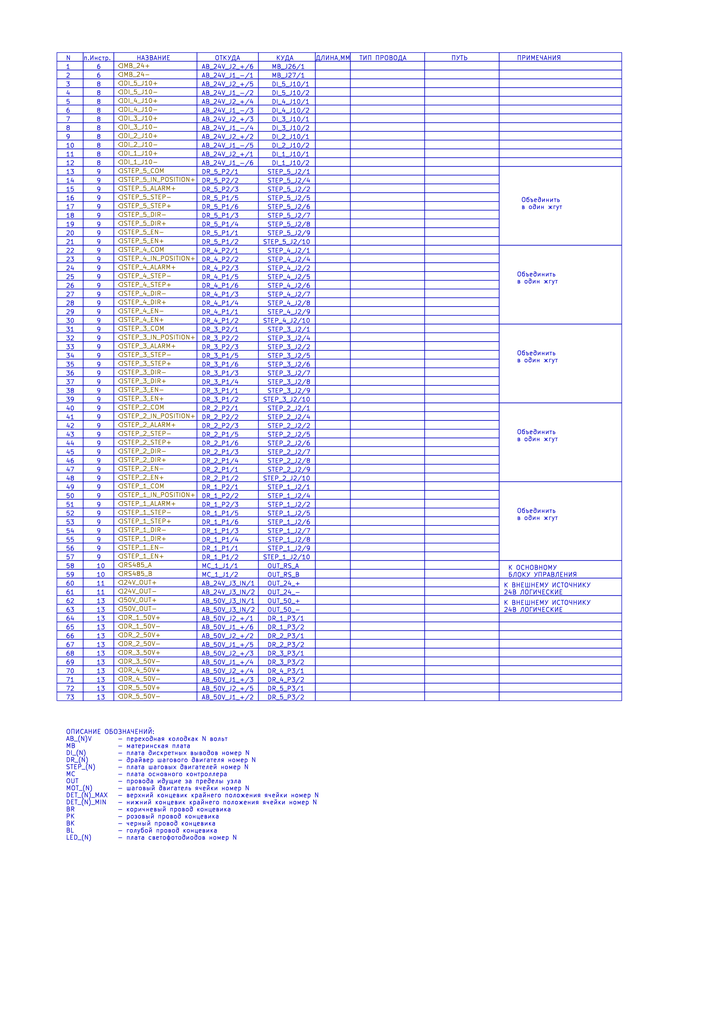
<source format=kicad_sch>
(kicad_sch
	(version 20231120)
	(generator "eeschema")
	(generator_version "8.0")
	(uuid "d0a89b9b-5a70-4d96-8e51-8c02713395b9")
	(paper "A4" portrait)
	(lib_symbols)
	(rectangle
		(start 74.93 165.1)
		(end 91.44 167.64)
		(stroke
			(width 0)
			(type default)
		)
		(fill
			(type none)
		)
		(uuid 00873e3d-3696-4dae-a2e3-ac84ad27275e)
	)
	(rectangle
		(start 101.6 60.96)
		(end 123.19 63.5)
		(stroke
			(width 0)
			(type default)
		)
		(fill
			(type none)
		)
		(uuid 00dc6a68-36f8-4355-8b41-74cd0cb2ba3c)
	)
	(rectangle
		(start 91.44 33.02)
		(end 101.6 35.56)
		(stroke
			(width 0)
			(type default)
		)
		(fill
			(type none)
		)
		(uuid 00df39e9-075a-4900-bdc3-5d89de17f282)
	)
	(rectangle
		(start 24.13 114.3)
		(end 33.02 116.84)
		(stroke
			(width 0)
			(type default)
		)
		(fill
			(type none)
		)
		(uuid 01d567b7-c8dc-4a54-b240-989861e49e9c)
	)
	(rectangle
		(start 33.02 53.34)
		(end 57.15 55.88)
		(stroke
			(width 0)
			(type default)
		)
		(fill
			(type none)
		)
		(uuid 01e58f72-d0b1-452f-a7f6-31b2e7bae338)
	)
	(rectangle
		(start 91.44 127)
		(end 101.6 129.54)
		(stroke
			(width 0)
			(type default)
		)
		(fill
			(type none)
		)
		(uuid 02f093e5-9352-463a-9c56-e8064b29da00)
	)
	(rectangle
		(start 101.6 106.68)
		(end 123.19 109.22)
		(stroke
			(width 0)
			(type default)
		)
		(fill
			(type none)
		)
		(uuid 034bd3c3-43cd-4ebd-b1b9-ec557b59472d)
	)
	(rectangle
		(start 57.15 177.8)
		(end 74.93 180.34)
		(stroke
			(width 0)
			(type default)
		)
		(fill
			(type none)
		)
		(uuid 034e3aec-18eb-46a2-af49-344bf027b427)
	)
	(rectangle
		(start 33.02 93.98)
		(end 57.15 96.52)
		(stroke
			(width 0)
			(type default)
		)
		(fill
			(type none)
		)
		(uuid 039fae3d-0482-4cac-ad99-a4ab41b7c23f)
	)
	(rectangle
		(start 123.19 58.42)
		(end 144.78 60.96)
		(stroke
			(width 0)
			(type default)
		)
		(fill
			(type none)
		)
		(uuid 0438700f-81a9-48ba-aa5f-cf575de02ff1)
	)
	(rectangle
		(start 123.19 60.96)
		(end 144.78 63.5)
		(stroke
			(width 0)
			(type default)
		)
		(fill
			(type none)
		)
		(uuid 0656e685-1105-4f8d-8769-088f786a8458)
	)
	(rectangle
		(start 91.44 160.02)
		(end 101.6 162.56)
		(stroke
			(width 0)
			(type default)
		)
		(fill
			(type none)
		)
		(uuid 070ffcaa-cdb8-430e-af42-d8f9998ba929)
	)
	(rectangle
		(start 91.44 182.88)
		(end 101.6 185.42)
		(stroke
			(width 0)
			(type default)
		)
		(fill
			(type none)
		)
		(uuid 0764ae39-4f4a-4997-b221-f7823b7714f7)
	)
	(rectangle
		(start 24.13 30.48)
		(end 33.02 33.02)
		(stroke
			(width 0)
			(type default)
		)
		(fill
			(type none)
		)
		(uuid 07959b4b-bd10-4892-a8a1-1e7b98620573)
	)
	(rectangle
		(start 123.19 114.3)
		(end 144.78 116.84)
		(stroke
			(width 0)
			(type default)
		)
		(fill
			(type none)
		)
		(uuid 0828471c-dbfc-4c5f-a23b-4478fdfb0c39)
	)
	(rectangle
		(start 16.51 185.42)
		(end 24.13 187.96)
		(stroke
			(width 0)
			(type default)
		)
		(fill
			(type none)
		)
		(uuid 083d08cb-61bd-4a52-a82a-587dcf9247d3)
	)
	(rectangle
		(start 123.19 137.16)
		(end 144.78 139.7)
		(stroke
			(width 0)
			(type default)
		)
		(fill
			(type none)
		)
		(uuid 0854981a-f08d-4c63-a75d-bdc7462e4bcb)
	)
	(rectangle
		(start 33.02 137.16)
		(end 57.15 134.62)
		(stroke
			(width 0)
			(type default)
		)
		(fill
			(type none)
		)
		(uuid 085b92c6-1ac8-433e-b3dc-5874d7af2364)
	)
	(rectangle
		(start 101.6 86.36)
		(end 123.19 88.9)
		(stroke
			(width 0)
			(type default)
		)
		(fill
			(type none)
		)
		(uuid 090bbee0-6574-4cee-b448-63e5c46d5448)
	)
	(rectangle
		(start 91.44 170.18)
		(end 101.6 172.72)
		(stroke
			(width 0)
			(type default)
		)
		(fill
			(type none)
		)
		(uuid 09a1d0ef-53a6-4c05-ad9e-8491c321482e)
	)
	(rectangle
		(start 57.15 142.24)
		(end 74.93 144.78)
		(stroke
			(width 0)
			(type default)
		)
		(fill
			(type none)
		)
		(uuid 0a3811ee-cc2e-4d44-845c-121affb1de78)
	)
	(rectangle
		(start 123.19 157.48)
		(end 144.78 160.02)
		(stroke
			(width 0)
			(type default)
		)
		(fill
			(type none)
		)
		(uuid 0ac5caff-9e1c-4ee9-b240-962116312550)
	)
	(rectangle
		(start 101.6 104.14)
		(end 123.19 106.68)
		(stroke
			(width 0)
			(type default)
		)
		(fill
			(type none)
		)
		(uuid 0ac93512-65ef-4d19-988b-1a72b0a97798)
	)
	(rectangle
		(start 16.51 35.56)
		(end 24.13 38.1)
		(stroke
			(width 0)
			(type default)
		)
		(fill
			(type none)
		)
		(uuid 0ad958c0-ee49-4fe9-8637-dc599af853d2)
	)
	(rectangle
		(start 33.02 144.78)
		(end 57.15 147.32)
		(stroke
			(width 0)
			(type default)
		)
		(fill
			(type none)
		)
		(uuid 0ae86c2e-4ff2-4197-afa0-0f1198387b38)
	)
	(rectangle
		(start 33.02 25.4)
		(end 57.15 22.86)
		(stroke
			(width 0)
			(type default)
		)
		(fill
			(type none)
		)
		(uuid 0ba9b55a-f10a-4740-808e-dd43db321143)
	)
	(rectangle
		(start 123.19 71.12)
		(end 144.78 73.66)
		(stroke
			(width 0)
			(type default)
		)
		(fill
			(type none)
		)
		(uuid 0bdace1c-84db-4c35-b17f-8f4a105d7c50)
	)
	(rectangle
		(start 91.44 93.98)
		(end 101.6 96.52)
		(stroke
			(width 0)
			(type default)
		)
		(fill
			(type none)
		)
		(uuid 0c618847-2247-4811-9969-1195b1cec9bb)
	)
	(rectangle
		(start 33.02 40.64)
		(end 57.15 38.1)
		(stroke
			(width 0)
			(type default)
		)
		(fill
			(type none)
		)
		(uuid 0d07005a-b855-42cd-a017-78d21f1575fb)
	)
	(rectangle
		(start 33.02 162.56)
		(end 57.15 160.02)
		(stroke
			(width 0)
			(type default)
		)
		(fill
			(type none)
		)
		(uuid 0dd5f371-eab2-4f52-ad1c-4099d6198e1a)
	)
	(rectangle
		(start 101.6 154.94)
		(end 123.19 157.48)
		(stroke
			(width 0)
			(type default)
		)
		(fill
			(type none)
		)
		(uuid 0ead65c4-8308-44ca-b9fa-dfb9d93f0af9)
	)
	(rectangle
		(start 33.02 68.58)
		(end 57.15 66.04)
		(stroke
			(width 0)
			(type default)
		)
		(fill
			(type none)
		)
		(uuid 0f9b2891-c6ca-483f-905b-8db933b35939)
	)
	(rectangle
		(start 74.93 137.16)
		(end 91.44 139.7)
		(stroke
			(width 0)
			(type default)
		)
		(fill
			(type none)
		)
		(uuid 10522a7d-be04-4cb8-b105-aa06c0607fe7)
	)
	(rectangle
		(start 33.02 195.58)
		(end 57.15 193.04)
		(stroke
			(width 0)
			(type default)
		)
		(fill
			(type none)
		)
		(uuid 1056341e-9d6b-4e4b-9263-2f1b19d0d2d4)
	)
	(rectangle
		(start 24.13 73.66)
		(end 33.02 76.2)
		(stroke
			(width 0)
			(type default)
		)
		(fill
			(type none)
		)
		(uuid 10b1a172-c379-4b61-bf8c-859206c6b78e)
	)
	(rectangle
		(start 16.51 104.14)
		(end 24.13 106.68)
		(stroke
			(width 0)
			(type default)
		)
		(fill
			(type none)
		)
		(uuid 110199be-ac1d-4c1d-89b2-0cc5377bc648)
	)
	(rectangle
		(start 33.02 91.44)
		(end 57.15 88.9)
		(stroke
			(width 0)
			(type default)
		)
		(fill
			(type none)
		)
		(uuid 126cebdc-b0af-4676-8670-236445a8c2c2)
	)
	(rectangle
		(start 24.13 165.1)
		(end 33.02 167.64)
		(stroke
			(width 0)
			(type default)
		)
		(fill
			(type none)
		)
		(uuid 1294d4a5-20c4-4a41-8a37-86291d5e7f91)
	)
	(rectangle
		(start 123.19 193.04)
		(end 144.78 195.58)
		(stroke
			(width 0)
			(type default)
		)
		(fill
			(type none)
		)
		(uuid 136ecee9-9f6b-4b46-a1d7-1ff5a2896abe)
	)
	(rectangle
		(start 91.44 149.86)
		(end 101.6 152.4)
		(stroke
			(width 0)
			(type default)
		)
		(fill
			(type none)
		)
		(uuid 14a26eed-d784-4e32-8b58-77edff655207)
	)
	(rectangle
		(start 16.51 38.1)
		(end 24.13 40.64)
		(stroke
			(width 0)
			(type default)
		)
		(fill
			(type none)
		)
		(uuid 14eb604b-4be8-4c85-8b61-304493b2d106)
	)
	(rectangle
		(start 101.6 149.86)
		(end 123.19 152.4)
		(stroke
			(width 0)
			(type default)
		)
		(fill
			(type none)
		)
		(uuid 15e2c2da-7031-4967-a0cc-1a8c9abd2eae)
	)
	(rectangle
		(start 91.44 139.7)
		(end 101.6 142.24)
		(stroke
			(width 0)
			(type default)
		)
		(fill
			(type none)
		)
		(uuid 16c7d2c4-6a64-459e-8550-2012e0827032)
	)
	(rectangle
		(start 16.51 55.88)
		(end 24.13 58.42)
		(stroke
			(width 0)
			(type default)
		)
		(fill
			(type none)
		)
		(uuid 16e48668-9e7a-453e-92d2-159d99074832)
	)
	(rectangle
		(start 24.13 193.04)
		(end 33.02 195.58)
		(stroke
			(width 0)
			(type default)
		)
		(fill
			(type none)
		)
		(uuid 16f10302-a565-4111-8797-f82640122f68)
	)
	(rectangle
		(start 123.19 160.02)
		(end 144.78 162.56)
		(stroke
			(width 0)
			(type default)
		)
		(fill
			(type none)
		)
		(uuid 17392580-8808-4837-b9ba-beb486ecc9ac)
	)
	(rectangle
		(start 91.44 162.56)
		(end 101.6 165.1)
		(stroke
			(width 0)
			(type default)
		)
		(fill
			(type none)
		)
		(uuid 174aec76-09f8-46dc-9aa5-b52ba186f487)
	)
	(rectangle
		(start 24.13 177.8)
		(end 33.02 180.34)
		(stroke
			(width 0)
			(type default)
		)
		(fill
			(type none)
		)
		(uuid 185c508c-5922-492a-99cb-3a22ac023103)
	)
	(rectangle
		(start 57.15 25.4)
		(end 74.93 27.94)
		(stroke
			(width 0)
			(type default)
		)
		(fill
			(type none)
		)
		(uuid 18698d5c-39ad-4544-9bb1-a441945fbe08)
	)
	(rectangle
		(start 24.13 68.58)
		(end 33.02 71.12)
		(stroke
			(width 0)
			(type default)
		)
		(fill
			(type none)
		)
		(uuid 18886aa4-323a-47d5-87a1-c90a3de006d7)
	)
	(rectangle
		(start 57.15 38.1)
		(end 74.93 40.64)
		(stroke
			(width 0)
			(type default)
		)
		(fill
			(type none)
		)
		(uuid 1ab5fb29-9fcd-4434-8a24-2fbc5b2530b9)
	)
	(rectangle
		(start 74.93 99.06)
		(end 91.44 101.6)
		(stroke
			(width 0)
			(type default)
		)
		(fill
			(type none)
		)
		(uuid 1b37f35f-700c-4188-b4dd-eef0b63bc63f)
	)
	(rectangle
		(start 33.02 78.74)
		(end 57.15 81.28)
		(stroke
			(width 0)
			(type default)
		)
		(fill
			(type none)
		)
		(uuid 1b430e07-9078-4a2b-982e-fd6821202fef)
	)
	(rectangle
		(start 24.13 104.14)
		(end 33.02 106.68)
		(stroke
			(width 0)
			(type default)
		)
		(fill
			(type none)
		)
		(uuid 1ba0368f-59dd-4199-a52e-a538a2a56765)
	)
	(rectangle
		(start 57.15 48.26)
		(end 74.93 50.8)
		(stroke
			(width 0)
			(type default)
		)
		(fill
			(type none)
		)
		(uuid 1c7918d4-d12f-406a-9572-5a8044eba3bc)
	)
	(rectangle
		(start 16.51 111.76)
		(end 24.13 114.3)
		(stroke
			(width 0)
			(type default)
		)
		(fill
			(type none)
		)
		(uuid 1ca36310-9b2d-44e1-acde-a6a7dbf0f293)
	)
	(rectangle
		(start 16.51 134.62)
		(end 24.13 137.16)
		(stroke
			(width 0)
			(type default)
		)
		(fill
			(type none)
		)
		(uuid 1ca4b732-d5c2-4de5-88ce-7b1163fdb432)
	)
	(rectangle
		(start 16.51 190.5)
		(end 24.13 193.04)
		(stroke
			(width 0)
			(type default)
		)
		(fill
			(type none)
		)
		(uuid 1cc28723-f9f0-49b3-a980-074c6dae7fb8)
	)
	(rectangle
		(start 123.19 96.52)
		(end 144.78 99.06)
		(stroke
			(width 0)
			(type default)
		)
		(fill
			(type none)
		)
		(uuid 1cfd98ed-5ead-4e66-a264-b5af9c594669)
	)
	(rectangle
		(start 57.15 182.88)
		(end 74.93 185.42)
		(stroke
			(width 0)
			(type default)
		)
		(fill
			(type none)
		)
		(uuid 1d1b89ad-5bcc-42cd-8974-70f213ecf3e9)
	)
	(rectangle
		(start 101.6 63.5)
		(end 123.19 66.04)
		(stroke
			(width 0)
			(type default)
		)
		(fill
			(type none)
		)
		(uuid 1dd1af3c-cb75-40d0-bac4-46eec4f9b0ae)
	)
	(rectangle
		(start 101.6 81.28)
		(end 123.19 83.82)
		(stroke
			(width 0)
			(type default)
		)
		(fill
			(type none)
		)
		(uuid 1e07f0eb-fa63-40e1-bc69-176ec1295633)
	)
	(rectangle
		(start 33.02 45.72)
		(end 57.15 43.18)
		(stroke
			(width 0)
			(type default)
		)
		(fill
			(type none)
		)
		(uuid 1e9caa4c-9aa7-4de1-b25d-97f6d624e9d3)
	)
	(rectangle
		(start 123.19 101.6)
		(end 144.78 104.14)
		(stroke
			(width 0)
			(type default)
		)
		(fill
			(type none)
		)
		(uuid 1ef081be-6649-43ac-a736-2be16ce5b660)
	)
	(rectangle
		(start 33.02 129.54)
		(end 57.15 132.08)
		(stroke
			(width 0)
			(type default)
		)
		(fill
			(type none)
		)
		(uuid 1f692fde-273c-40a0-bf82-79af28001aaf)
	)
	(rectangle
		(start 16.51 139.7)
		(end 24.13 142.24)
		(stroke
			(width 0)
			(type default)
		)
		(fill
			(type none)
		)
		(uuid 1f9e33c2-4c3b-4bae-8bab-eed0669ac52a)
	)
	(rectangle
		(start 91.44 40.64)
		(end 101.6 43.18)
		(stroke
			(width 0)
			(type default)
		)
		(fill
			(type none)
		)
		(uuid 1fa60aa9-0f92-4a60-84ff-89beeda39b83)
	)
	(rectangle
		(start 101.6 116.84)
		(end 123.19 119.38)
		(stroke
			(width 0)
			(type default)
		)
		(fill
			(type none)
		)
		(uuid 1fd93b3f-293c-4cf7-9749-686c8ffb8121)
	)
	(rectangle
		(start 123.19 50.8)
		(end 144.78 53.34)
		(stroke
			(width 0)
			(type default)
		)
		(fill
			(type none)
		)
		(uuid 20169f0c-75f7-4698-bdc5-bd168ca2c18e)
	)
	(rectangle
		(start 123.19 165.1)
		(end 144.78 167.64)
		(stroke
			(width 0)
			(type default)
		)
		(fill
			(type none)
		)
		(uuid 20371dab-cfc6-4028-888d-450ba4c3eb7f)
	)
	(rectangle
		(start 101.6 96.52)
		(end 123.19 99.06)
		(stroke
			(width 0)
			(type default)
		)
		(fill
			(type none)
		)
		(uuid 20757560-120e-4cbe-a240-64bd27df1875)
	)
	(rectangle
		(start 74.93 104.14)
		(end 91.44 106.68)
		(stroke
			(width 0)
			(type default)
		)
		(fill
			(type none)
		)
		(uuid 22168488-728f-46dc-90b3-93865674a755)
	)
	(rectangle
		(start 57.15 86.36)
		(end 74.93 88.9)
		(stroke
			(width 0)
			(type default)
		)
		(fill
			(type none)
		)
		(uuid 22281acd-30bf-4e51-ba5a-f71ea2fc4ee1)
	)
	(rectangle
		(start 101.6 88.9)
		(end 123.19 91.44)
		(stroke
			(width 0)
			(type default)
		)
		(fill
			(type none)
		)
		(uuid 22670ebd-fba0-42d3-a5ca-64f86a95f836)
	)
	(rectangle
		(start 91.44 190.5)
		(end 101.6 193.04)
		(stroke
			(width 0)
			(type default)
		)
		(fill
			(type none)
		)
		(uuid 22715bc4-265d-403e-9103-d2ea86f53c31)
	)
	(rectangle
		(start 91.44 147.32)
		(end 101.6 149.86)
		(stroke
			(width 0)
			(type default)
		)
		(fill
			(type none)
		)
		(uuid 231670f0-8e36-431b-bfaf-c9782a9a0c1d)
	)
	(rectangle
		(start 16.51 25.4)
		(end 24.13 27.94)
		(stroke
			(width 0)
			(type default)
		)
		(fill
			(type none)
		)
		(uuid 233f9e57-72e4-4c28-aee7-21344f8594d4)
	)
	(rectangle
		(start 91.44 119.38)
		(end 101.6 121.92)
		(stroke
			(width 0)
			(type default)
		)
		(fill
			(type none)
		)
		(uuid 23cca44a-29a9-49ac-8278-01c6ba917f0e)
	)
	(rectangle
		(start 91.44 63.5)
		(end 101.6 66.04)
		(stroke
			(width 0)
			(type default)
		)
		(fill
			(type none)
		)
		(uuid 245224d9-ee4a-4cae-93d5-2ce59f026cd6)
	)
	(rectangle
		(start 91.44 83.82)
		(end 101.6 86.36)
		(stroke
			(width 0)
			(type default)
		)
		(fill
			(type none)
		)
		(uuid 2479c633-d085-4b64-bbc5-d7ade2ef2af8)
	)
	(rectangle
		(start 24.13 81.28)
		(end 33.02 83.82)
		(stroke
			(width 0)
			(type default)
		)
		(fill
			(type none)
		)
		(uuid 24dc9306-ce26-4f15-a8a5-7f0d46459b46)
	)
	(rectangle
		(start 123.19 144.78)
		(end 144.78 147.32)
		(stroke
			(width 0)
			(type default)
		)
		(fill
			(type none)
		)
		(uuid 24f7ddce-99eb-47a3-aca9-65eca419a562)
	)
	(rectangle
		(start 123.19 142.24)
		(end 144.78 144.78)
		(stroke
			(width 0)
			(type default)
		)
		(fill
			(type none)
		)
		(uuid 251fe864-0c9d-4cbb-9005-8251f6c6dbf0)
	)
	(rectangle
		(start 144.78 116.84)
		(end 180.34 139.7)
		(stroke
			(width 0)
			(type default)
		)
		(fill
			(type none)
		)
		(uuid 2549d926-495e-4cb9-b783-04683a46fa08)
	)
	(rectangle
		(start 91.44 134.62)
		(end 101.6 137.16)
		(stroke
			(width 0)
			(type default)
		)
		(fill
			(type none)
		)
		(uuid 25bbdf8e-33aa-4263-a9ec-932fcbe9afdb)
	)
	(rectangle
		(start 101.6 35.56)
		(end 123.19 38.1)
		(stroke
			(width 0)
			(type default)
		)
		(fill
			(type none)
		)
		(uuid 25dc0552-eaef-4781-a23c-74e4dd58b5df)
	)
	(rectangle
		(start 101.6 160.02)
		(end 123.19 162.56)
		(stroke
			(width 0)
			(type default)
		)
		(fill
			(type none)
		)
		(uuid 2616e897-c8d2-493b-9513-dfa23846e291)
	)
	(rectangle
		(start 57.15 190.5)
		(end 74.93 193.04)
		(stroke
			(width 0)
			(type default)
		)
		(fill
			(type none)
		)
		(uuid 26497e60-72bf-45b0-85da-c1da6ca35c69)
	)
	(rectangle
		(start 33.02 190.5)
		(end 57.15 193.04)
		(stroke
			(width 0)
			(type default)
		)
		(fill
			(type none)
		)
		(uuid 2679e003-05bc-40e1-920d-a4e92715263e)
	)
	(rectangle
		(start 24.13 139.7)
		(end 33.02 142.24)
		(stroke
			(width 0)
			(type default)
		)
		(fill
			(type none)
		)
		(uuid 2690479e-b284-49e7-80ea-5604ae212184)
	)
	(rectangle
		(start 101.6 127)
		(end 123.19 129.54)
		(stroke
			(width 0)
			(type default)
		)
		(fill
			(type none)
		)
		(uuid 26d84bfc-0b54-413c-a428-f9bee1534f41)
	)
	(rectangle
		(start 101.6 20.32)
		(end 123.19 22.86)
		(stroke
			(width 0)
			(type default)
		)
		(fill
			(type none)
		)
		(uuid 27b99c99-7761-48fb-a2d6-2f5bc8ecb7e9)
	)
	(rectangle
		(start 33.02 170.18)
		(end 57.15 167.64)
		(stroke
			(width 0)
			(type default)
		)
		(fill
			(type none)
		)
		(uuid 27d5ab63-2eeb-46aa-a441-32c04e1dd4b6)
	)
	(rectangle
		(start 57.15 68.58)
		(end 74.93 71.12)
		(stroke
			(width 0)
			(type default)
		)
		(fill
			(type none)
		)
		(uuid 27f64f64-6f5b-444c-9167-62bf49b6371e)
	)
	(rectangle
		(start 24.13 66.04)
		(end 33.02 68.58)
		(stroke
			(width 0)
			(type default)
		)
		(fill
			(type none)
		)
		(uuid 27fff7e9-e771-483c-a1cc-0baa33b35e98)
	)
	(rectangle
		(start 24.13 50.8)
		(end 33.02 53.34)
		(stroke
			(width 0)
			(type default)
		)
		(fill
			(type none)
		)
		(uuid 28180ea2-a105-4e9d-8869-52cd8c1abe0b)
	)
	(rectangle
		(start 33.02 116.84)
		(end 57.15 119.38)
		(stroke
			(width 0)
			(type default)
		)
		(fill
			(type none)
		)
		(uuid 2829d012-5ef7-48ae-901f-d42df1517e34)
	)
	(rectangle
		(start 101.6 43.18)
		(end 123.19 45.72)
		(stroke
			(width 0)
			(type default)
		)
		(fill
			(type none)
		)
		(uuid 2847f605-602e-4192-87e3-6c69b88f008e)
	)
	(rectangle
		(start 123.19 53.34)
		(end 144.78 55.88)
		(stroke
			(width 0)
			(type default)
		)
		(fill
			(type none)
		)
		(uuid 28829217-7c32-43ca-a20e-1606fdfcdab4)
	)
	(rectangle
		(start 16.51 66.04)
		(end 24.13 68.58)
		(stroke
			(width 0)
			(type default)
		)
		(fill
			(type none)
		)
		(uuid 288430de-06c7-4319-9471-bbd71988d835)
	)
	(rectangle
		(start 101.6 15.24)
		(end 123.19 17.78)
		(stroke
			(width 0)
			(type default)
		)
		(fill
			(type none)
		)
		(uuid 28da97e0-2d02-4c2d-8174-6493a0dcc748)
	)
	(rectangle
		(start 123.19 132.08)
		(end 144.78 134.62)
		(stroke
			(width 0)
			(type default)
		)
		(fill
			(type none)
		)
		(uuid 29120975-8ab1-421c-a53f-9b174d9cc3f3)
	)
	(rectangle
		(start 24.13 63.5)
		(end 33.02 66.04)
		(stroke
			(width 0)
			(type default)
		)
		(fill
			(type none)
		)
		(uuid 2962ca9a-079c-40b7-9c40-c4e0f847bb08)
	)
	(rectangle
		(start 101.6 142.24)
		(end 123.19 144.78)
		(stroke
			(width 0)
			(type default)
		)
		(fill
			(type none)
		)
		(uuid 296513f1-80c5-4006-9def-7badb43e040d)
	)
	(rectangle
		(start 123.19 127)
		(end 144.78 129.54)
		(stroke
			(width 0)
			(type default)
		)
		(fill
			(type none)
		)
		(uuid 2a5649cd-766f-48c1-ad8f-939d46b70ab3)
	)
	(rectangle
		(start 16.51 53.34)
		(end 24.13 55.88)
		(stroke
			(width 0)
			(type default)
		)
		(fill
			(type none)
		)
		(uuid 2ab3916e-1144-45dd-ad01-cca2c2182703)
	)
	(rectangle
		(start 123.19 35.56)
		(end 144.78 38.1)
		(stroke
			(width 0)
			(type default)
		)
		(fill
			(type none)
		)
		(uuid 2b5d9be3-37f8-48f3-aa39-96f5d4084cb5)
	)
	(rectangle
		(start 24.13 147.32)
		(end 33.02 149.86)
		(stroke
			(width 0)
			(type default)
		)
		(fill
			(type none)
		)
		(uuid 2b921e41-cc45-4797-97f9-b1301e999762)
	)
	(rectangle
		(start 101.6 180.34)
		(end 123.19 182.88)
		(stroke
			(width 0)
			(type default)
		)
		(fill
			(type none)
		)
		(uuid 2b928f4b-5611-4b56-9615-0eca53f76b3a)
	)
	(rectangle
		(start 16.51 137.16)
		(end 24.13 139.7)
		(stroke
			(width 0)
			(type default)
		)
		(fill
			(type none)
		)
		(uuid 2ba2e7da-2959-4324-bbc5-2393746544ec)
	)
	(rectangle
		(start 24.13 38.1)
		(end 33.02 40.64)
		(stroke
			(width 0)
			(type default)
		)
		(fill
			(type none)
		)
		(uuid 2ba30ec6-e073-4550-a226-ca68049b7684)
	)
	(rectangle
		(start 101.6 17.78)
		(end 123.19 20.32)
		(stroke
			(width 0)
			(type default)
		)
		(fill
			(type none)
		)
		(uuid 2bf65afe-d12b-41df-8355-c9dcadc8d230)
	)
	(rectangle
		(start 101.6 190.5)
		(end 123.19 193.04)
		(stroke
			(width 0)
			(type default)
		)
		(fill
			(type none)
		)
		(uuid 2c2d7b90-7230-43d4-aa2c-d3764d3b978c)
	)
	(rectangle
		(start 101.6 22.86)
		(end 123.19 25.4)
		(stroke
			(width 0)
			(type default)
		)
		(fill
			(type none)
		)
		(uuid 2c4f071e-4fff-4c15-9e61-6f2440218f35)
	)
	(rectangle
		(start 24.13 127)
		(end 33.02 129.54)
		(stroke
			(width 0)
			(type default)
		)
		(fill
			(type none)
		)
		(uuid 2c82a35a-f7e2-4788-9917-1788b25422b8)
	)
	(rectangle
		(start 24.13 43.18)
		(end 33.02 45.72)
		(stroke
			(width 0)
			(type default)
		)
		(fill
			(type none)
		)
		(uuid 2d47b101-ee47-42e8-a91e-50d2979e4e37)
	)
	(rectangle
		(start 24.13 17.78)
		(end 33.02 20.32)
		(stroke
			(width 0)
			(type default)
		)
		(fill
			(type none)
		)
		(uuid 2d548d57-d996-4f3a-95cd-1a0985172e4a)
	)
	(rectangle
		(start 16.51 93.98)
		(end 24.13 96.52)
		(stroke
			(width 0)
			(type default)
		)
		(fill
			(type none)
		)
		(uuid 2d625229-a8a6-43c6-b029-cded6f1a24dd)
	)
	(rectangle
		(start 57.15 91.44)
		(end 74.93 93.98)
		(stroke
			(width 0)
			(type default)
		)
		(fill
			(type none)
		)
		(uuid 2d9a7058-4ec6-43da-830b-210a2ba585f6)
	)
	(rectangle
		(start 123.19 33.02)
		(end 144.78 35.56)
		(stroke
			(width 0)
			(type default)
		)
		(fill
			(type none)
		)
		(uuid 2e4d53e4-bbdb-4bd8-b606-95103e7fa66c)
	)
	(rectangle
		(start 16.51 45.72)
		(end 24.13 48.26)
		(stroke
			(width 0)
			(type default)
		)
		(fill
			(type none)
		)
		(uuid 2ed8f816-3f33-4978-b983-6dc2b3aa0073)
	)
	(rectangle
		(start 144.78 167.64)
		(end 180.34 172.72)
		(stroke
			(width 0)
			(type default)
		)
		(fill
			(type none)
		)
		(uuid 2f001100-e72f-4eee-8f19-c99cab07f9ad)
	)
	(rectangle
		(start 123.19 182.88)
		(end 144.78 185.42)
		(stroke
			(width 0)
			(type default)
		)
		(fill
			(type none)
		)
		(uuid 2f1223bf-a4b3-423a-a971-9ca2815e2d7d)
	)
	(rectangle
		(start 24.13 22.86)
		(end 33.02 25.4)
		(stroke
			(width 0)
			(type default)
		)
		(fill
			(type none)
		)
		(uuid 3044b379-3523-430f-afc3-538762aceabb)
	)
	(rectangle
		(start 16.51 165.1)
		(end 24.13 167.64)
		(stroke
			(width 0)
			(type default)
		)
		(fill
			(type none)
		)
		(uuid 31035497-2df5-4d45-8baf-e12de1519130)
	)
	(rectangle
		(start 16.51 124.46)
		(end 24.13 127)
		(stroke
			(width 0)
			(type default)
		)
		(fill
			(type none)
		)
		(uuid 313c4de2-a64d-42a0-a333-2182106b63eb)
	)
	(rectangle
		(start 101.6 48.26)
		(end 123.19 50.8)
		(stroke
			(width 0)
			(type default)
		)
		(fill
			(type none)
		)
		(uuid 315bb19c-850e-4043-b1fc-667e13d87a8c)
	)
	(rectangle
		(start 74.93 147.32)
		(end 91.44 149.86)
		(stroke
			(width 0)
			(type default)
		)
		(fill
			(type none)
		)
		(uuid 3191a294-1222-4a3d-acd3-b1968b9a18b5)
	)
	(rectangle
		(start 24.13 190.5)
		(end 33.02 193.04)
		(stroke
			(width 0)
			(type default)
		)
		(fill
			(type none)
		)
		(uuid 326b8c21-50ac-40c8-b03e-e7966b284c3b)
	)
	(rectangle
		(start 74.93 157.48)
		(end 91.44 160.02)
		(stroke
			(width 0)
			(type default)
		)
		(fill
			(type none)
		)
		(uuid 3401743f-1608-4e32-b429-45d2cf92e790)
	)
	(rectangle
		(start 123.19 134.62)
		(end 144.78 137.16)
		(stroke
			(width 0)
			(type default)
		)
		(fill
			(type none)
		)
		(uuid 346e3dfd-588e-45e7-a3fa-53c3efbd5cf7)
	)
	(rectangle
		(start 101.6 40.64)
		(end 123.19 43.18)
		(stroke
			(width 0)
			(type default)
		)
		(fill
			(type none)
		)
		(uuid 347ebb8e-04ee-4a97-bf24-9e56c56f8976)
	)
	(rectangle
		(start 91.44 20.32)
		(end 101.6 22.86)
		(stroke
			(width 0)
			(type default)
		)
		(fill
			(type none)
		)
		(uuid 34d0efe5-5037-4050-8f60-f347da85800a)
	)
	(rectangle
		(start 74.93 193.04)
		(end 91.44 195.58)
		(stroke
			(width 0)
			(type default)
		)
		(fill
			(type none)
		)
		(uuid 351f3d69-f5cc-44f5-9c75-ad5581a0525a)
	)
	(rectangle
		(start 57.15 53.34)
		(end 74.93 55.88)
		(stroke
			(width 0)
			(type default)
		)
		(fill
			(type none)
		)
		(uuid 35f86fb8-4620-48d6-b7bf-7211650e0d84)
	)
	(rectangle
		(start 91.44 193.04)
		(end 101.6 195.58)
		(stroke
			(width 0)
			(type default)
		)
		(fill
			(type none)
		)
		(uuid 36116d88-82e5-4adc-98c1-61cb887ae68f)
	)
	(rectangle
		(start 91.44 91.44)
		(end 101.6 93.98)
		(stroke
			(width 0)
			(type default)
		)
		(fill
			(type none)
		)
		(uuid 361c428c-d8d4-475d-a63b-9ad53c490d86)
	)
	(rectangle
		(start 33.02 35.56)
		(end 57.15 33.02)
		(stroke
			(width 0)
			(type default)
		)
		(fill
			(type none)
		)
		(uuid 3643861c-d40f-4772-97f5-c5b1b6cfc055)
	)
	(rectangle
		(start 33.02 99.06)
		(end 57.15 96.52)
		(stroke
			(width 0)
			(type default)
		)
		(fill
			(type none)
		)
		(uuid 364faea6-7c8a-4afd-9760-4e6a89afeb06)
	)
	(rectangle
		(start 33.02 157.48)
		(end 57.15 154.94)
		(stroke
			(width 0)
			(type default)
		)
		(fill
			(type none)
		)
		(uuid 365ec56d-6b2d-47c4-8cf7-492d0ba5082e)
	)
	(rectangle
		(start 33.02 198.12)
		(end 57.15 195.58)
		(stroke
			(width 0)
			(type default)
		)
		(fill
			(type none)
		)
		(uuid 37c4028a-b343-4b7a-af7c-8e11711d5540)
	)
	(rectangle
		(start 24.13 91.44)
		(end 33.02 93.98)
		(stroke
			(width 0)
			(type default)
		)
		(fill
			(type none)
		)
		(uuid 38528862-bb25-401b-a593-b3d8021428e5)
	)
	(rectangle
		(start 57.15 175.26)
		(end 74.93 177.8)
		(stroke
			(width 0)
			(type default)
		)
		(fill
			(type none)
		)
		(uuid 38537ab3-4855-4298-9b4a-cecce3416875)
	)
	(rectangle
		(start 74.93 25.4)
		(end 91.44 27.94)
		(stroke
			(width 0)
			(type default)
		)
		(fill
			(type none)
		)
		(uuid 3876314b-aebc-4793-97ca-93d4ba2a969d)
	)
	(rectangle
		(start 33.02 167.64)
		(end 57.15 165.1)
		(stroke
			(width 0)
			(type default)
		)
		(fill
			(type none)
		)
		(uuid 3951177c-9c33-4999-ae22-b827f6d95870)
	)
	(rectangle
		(start 33.02 53.34)
		(end 57.15 50.8)
		(stroke
			(width 0)
			(type default)
		)
		(fill
			(type none)
		)
		(uuid 39869f68-9752-47fe-9749-6c0a5bc788e4)
	)
	(rectangle
		(start 24.13 124.46)
		(end 33.02 127)
		(stroke
			(width 0)
			(type default)
		)
		(fill
			(type none)
		)
		(uuid 3a8b6a22-2e54-4001-bd39-4623dab03027)
	)
	(rectangle
		(start 24.13 144.78)
		(end 33.02 147.32)
		(stroke
			(width 0)
			(type default)
		)
		(fill
			(type none)
		)
		(uuid 3ab581cd-7751-4e58-81e1-b8f5226f1537)
	)
	(rectangle
		(start 144.78 180.34)
		(end 180.34 182.88)
		(stroke
			(width 0)
			(type default)
		)
		(fill
			(type none)
		)
		(uuid 3abb4001-cadb-41cf-9dff-ac930057c116)
	)
	(rectangle
		(start 33.02 30.48)
		(end 57.15 27.94)
		(stroke
			(width 0)
			(type default)
		)
		(fill
			(type none)
		)
		(uuid 3ae509d1-825a-4424-8cbd-b412fb8deb18)
	)
	(rectangle
		(start 74.93 30.48)
		(end 91.44 33.02)
		(stroke
			(width 0)
			(type default)
		)
		(fill
			(type none)
		)
		(uuid 3b12d337-d1a0-41f7-ae06-10c2c857d951)
	)
	(rectangle
		(start 91.44 200.66)
		(end 101.6 203.2)
		(stroke
			(width 0)
			(type default)
		)
		(fill
			(type none)
		)
		(uuid 3b5587ee-be9c-41c7-a852-762aa237d0e4)
	)
	(rectangle
		(start 101.6 78.74)
		(end 123.19 81.28)
		(stroke
			(width 0)
			(type default)
		)
		(fill
			(type none)
		)
		(uuid 3c6dcfb8-8457-40af-a932-4b1040fd164e)
	)
	(rectangle
		(start 123.19 167.64)
		(end 144.78 170.18)
		(stroke
			(width 0)
			(type default)
		)
		(fill
			(type none)
		)
		(uuid 3d69f77f-bccc-455e-84fb-6fcb9d15d53d)
	)
	(rectangle
		(start 33.02 88.9)
		(end 57.15 86.36)
		(stroke
			(width 0)
			(type default)
		)
		(fill
			(type none)
		)
		(uuid 3d7f510f-cc2a-4ef9-88d7-e68ef81ee57d)
	)
	(rectangle
		(start 91.44 111.76)
		(end 101.6 114.3)
		(stroke
			(width 0)
			(type default)
		)
		(fill
			(type none)
		)
		(uuid 3d8ce4af-2476-4f07-af55-be53d607e88c)
	)
	(rectangle
		(start 123.19 139.7)
		(end 144.78 142.24)
		(stroke
			(width 0)
			(type default)
		)
		(fill
			(type none)
		)
		(uuid 3e0aef46-a2cd-43e2-b66c-1be8078ec118)
	)
	(rectangle
		(start 74.93 182.88)
		(end 91.44 185.42)
		(stroke
			(width 0)
			(type default)
		)
		(fill
			(type none)
		)
		(uuid 3ee72cfb-8ff0-4c0b-9aff-bce70dcd02d7)
	)
	(rectangle
		(start 16.51 147.32)
		(end 24.13 149.86)
		(stroke
			(width 0)
			(type default)
		)
		(fill
			(type none)
		)
		(uuid 3f6c7e55-664d-4b8e-900d-d152aa430f86)
	)
	(rectangle
		(start 16.51 99.06)
		(end 24.13 101.6)
		(stroke
			(width 0)
			(type default)
		)
		(fill
			(type none)
		)
		(uuid 3fb3ab75-978d-467f-80f5-d1b1b8303174)
	)
	(rectangle
		(start 24.13 129.54)
		(end 33.02 132.08)
		(stroke
			(width 0)
			(type default)
		)
		(fill
			(type none)
		)
		(uuid 4042177d-fdce-4398-9db4-5fc2fc683f7e)
	)
	(rectangle
		(start 16.51 114.3)
		(end 24.13 116.84)
		(stroke
			(width 0)
			(type default)
		)
		(fill
			(type none)
		)
		(uuid 40ffe035-1da6-49b2-bda6-4cec5b822967)
	)
	(rectangle
		(start 16.51 154.94)
		(end 24.13 157.48)
		(stroke
			(width 0)
			(type default)
		)
		(fill
			(type none)
		)
		(uuid 4135489c-da59-4d37-995a-8ee4f3c35f64)
	)
	(rectangle
		(start 91.44 109.22)
		(end 101.6 111.76)
		(stroke
			(width 0)
			(type default)
		)
		(fill
			(type none)
		)
		(uuid 4145a13d-32de-4c10-af6c-82698f1a825c)
	)
	(rectangle
		(start 24.13 134.62)
		(end 33.02 137.16)
		(stroke
			(width 0)
			(type default)
		)
		(fill
			(type none)
		)
		(uuid 4192df67-517d-4bd7-ae85-486ff467b603)
	)
	(rectangle
		(start 16.51 193.04)
		(end 24.13 195.58)
		(stroke
			(width 0)
			(type default)
		)
		(fill
			(type none)
		)
		(uuid 4204f95c-9e77-4ab2-b4b7-571982ea8cdc)
	)
	(rectangle
		(start 123.19 55.88)
		(end 144.78 58.42)
		(stroke
			(width 0)
			(type default)
		)
		(fill
			(type none)
		)
		(uuid 42d2090a-b443-40a1-b98f-921689577d3b)
	)
	(rectangle
		(start 74.93 93.98)
		(end 91.44 96.52)
		(stroke
			(width 0)
			(type default)
		)
		(fill
			(type none)
		)
		(uuid 42ffb626-4c79-4898-a05a-ab06aed13b67)
	)
	(rectangle
		(start 144.78 200.66)
		(end 180.34 203.2)
		(stroke
			(width 0)
			(type default)
		)
		(fill
			(type none)
		)
		(uuid 4310145a-8204-412e-8427-78e2a10ab185)
	)
	(rectangle
		(start 57.15 116.84)
		(end 74.93 119.38)
		(stroke
			(width 0)
			(type default)
		)
		(fill
			(type none)
		)
		(uuid 431401fc-6378-4548-99bc-070f838b7c76)
	)
	(rectangle
		(start 74.93 22.86)
		(end 91.44 25.4)
		(stroke
			(width 0)
			(type default)
		)
		(fill
			(type none)
		)
		(uuid 4413faf8-2047-4b55-ba13-01bba94873fa)
	)
	(rectangle
		(start 57.15 137.16)
		(end 74.93 139.7)
		(stroke
			(width 0)
			(type default)
		)
		(fill
			(type none)
		)
		(uuid 450fb5c6-92c7-46ee-9494-6a33a2680c57)
	)
	(rectangle
		(start 24.13 132.08)
		(end 33.02 134.62)
		(stroke
			(width 0)
			(type default)
		)
		(fill
			(type none)
		)
		(uuid 455046af-c714-47cf-a932-8c75ea850908)
	)
	(rectangle
		(start 33.02 139.7)
		(end 57.15 142.24)
		(stroke
			(width 0)
			(type default)
		)
		(fill
			(type none)
		)
		(uuid 460e2e01-0415-47a5-af6b-8250f7563a93)
	)
	(rectangle
		(start 123.19 63.5)
		(end 144.78 66.04)
		(stroke
			(width 0)
			(type default)
		)
		(fill
			(type none)
		)
		(uuid 47085d5c-a16a-4568-8839-6b535b9a3f3e)
	)
	(rectangle
		(start 24.13 121.92)
		(end 33.02 124.46)
		(stroke
			(width 0)
			(type default)
		)
		(fill
			(type none)
		)
		(uuid 48094a79-b862-42e3-b786-2060e748948d)
	)
	(rectangle
		(start 91.44 121.92)
		(end 101.6 124.46)
		(stroke
			(width 0)
			(type default)
		)
		(fill
			(type none)
		)
		(uuid 48150ea4-22e8-4425-b47c-ebaf56f38d41)
	)
	(rectangle
		(start 123.19 88.9)
		(end 144.78 91.44)
		(stroke
			(width 0)
			(type default)
		)
		(fill
			(type none)
		)
		(uuid 488231e0-ed09-4af7-9420-4e29a4582e4b)
	)
	(rectangle
		(start 123.19 149.86)
		(end 144.78 152.4)
		(stroke
			(width 0)
			(type default)
		)
		(fill
			(type none)
		)
		(uuid 4897dbb2-427e-4fd6-b440-511ec0369fa7)
	)
	(rectangle
		(start 57.15 22.86)
		(end 74.93 25.4)
		(stroke
			(width 0)
			(type default)
		)
		(fill
			(type none)
		)
		(uuid 49623e5e-2a3b-4026-9310-905911b74dd1)
	)
	(rectangle
		(start 123.19 40.64)
		(end 144.78 43.18)
		(stroke
			(width 0)
			(type default)
		)
		(fill
			(type none)
		)
		(uuid 49d6b529-4ff2-4624-81e5-43da3fb29760)
	)
	(rectangle
		(start 101.6 129.54)
		(end 123.19 132.08)
		(stroke
			(width 0)
			(type default)
		)
		(fill
			(type none)
		)
		(uuid 49e36e2f-4969-4789-aee7-4fba05966278)
	)
	(rectangle
		(start 101.6 121.92)
		(end 123.19 124.46)
		(stroke
			(width 0)
			(type default)
		)
		(fill
			(type none)
		)
		(uuid 49fa3c19-2d51-4258-97c7-9a9d8bc47e13)
	)
	(rectangle
		(start 123.19 93.98)
		(end 144.78 96.52)
		(stroke
			(width 0)
			(type default)
		)
		(fill
			(type none)
		)
		(uuid 4a6820ee-7e98-4eb1-b3ce-c207c0e7fddb)
	)
	(rectangle
		(start 74.93 27.94)
		(end 91.44 30.48)
		(stroke
			(width 0)
			(type default)
		)
		(fill
			(type none)
		)
		(uuid 4a907aec-96d4-47b9-8684-7c66e2ed622b)
	)
	(rectangle
		(start 91.44 195.58)
		(end 101.6 198.12)
		(stroke
			(width 0)
			(type default)
		)
		(fill
			(type none)
		)
		(uuid 4b281330-3922-4337-83c2-6e4e3efe9ffc)
	)
	(rectangle
		(start 24.13 78.74)
		(end 33.02 81.28)
		(stroke
			(width 0)
			(type default)
		)
		(fill
			(type none)
		)
		(uuid 4b529fc1-c96b-4ea4-bd26-0f01a1246100)
	)
	(rectangle
		(start 16.51 162.56)
		(end 24.13 165.1)
		(stroke
			(width 0)
			(type default)
		)
		(fill
			(type none)
		)
		(uuid 4bce490c-6e18-40bf-baf7-cd970fa74dcf)
	)
	(rectangle
		(start 16.51 20.32)
		(end 24.13 22.86)
		(stroke
			(width 0)
			(type default)
		)
		(fill
			(type none)
		)
		(uuid 4bd48b6b-c95e-4776-ad1b-b95aa051b4fd)
	)
	(rectangle
		(start 74.93 91.44)
		(end 91.44 93.98)
		(stroke
			(width 0)
			(type default)
		)
		(fill
			(type none)
		)
		(uuid 4cae6177-7b31-4e9d-b374-93f49f5e220f)
	)
	(rectangle
		(start 91.44 142.24)
		(end 101.6 144.78)
		(stroke
			(width 0)
			(type default)
		)
		(fill
			(type none)
		)
		(uuid 4d6fd08c-01cd-4987-aeb0-0c280275ae5e)
	)
	(rectangle
		(start 91.44 30.48)
		(end 101.6 33.02)
		(stroke
			(width 0)
			(type default)
		)
		(fill
			(type none)
		)
		(uuid 4db30a90-0279-46f2-8b46-e5da621f6069)
	)
	(rectangle
		(start 57.15 198.12)
		(end 74.93 200.66)
		(stroke
			(width 0)
			(type default)
		)
		(fill
			(type none)
		)
		(uuid 4dc521b1-2c21-4792-88ef-85ab38616ef7)
	)
	(rectangle
		(start 24.13 20.32)
		(end 33.02 22.86)
		(stroke
			(width 0)
			(type default)
		)
		(fill
			(type none)
		)
		(uuid 4dfe2ba4-3194-4099-8ee5-4f9a23262a2f)
	)
	(rectangle
		(start 123.19 185.42)
		(end 144.78 187.96)
		(stroke
			(width 0)
			(type default)
		)
		(fill
			(type none)
		)
		(uuid 4ea9a06a-1441-4bea-8233-f3dc785ba5e4)
	)
	(rectangle
		(start 101.6 71.12)
		(end 123.19 73.66)
		(stroke
			(width 0)
			(type default)
		)
		(fill
			(type none)
		)
		(uuid 4ee9b40c-de63-490d-b7f2-86b981ac34e8)
	)
	(rectangle
		(start 74.93 111.76)
		(end 91.44 114.3)
		(stroke
			(width 0)
			(type default)
		)
		(fill
			(type none)
		)
		(uuid 4eea1e57-77a4-4565-b885-6f4621c56b93)
	)
	(rectangle
		(start 57.15 200.66)
		(end 74.93 203.2)
		(stroke
			(width 0)
			(type default)
		)
		(fill
			(type none)
		)
		(uuid 4f2e39b7-a2a2-467a-baef-5daaaf634c6f)
	)
	(rectangle
		(start 57.15 45.72)
		(end 74.93 48.26)
		(stroke
			(width 0)
			(type default)
		)
		(fill
			(type none)
		)
		(uuid 4f7b92b4-22df-43a4-9a67-725642f6b92a)
	)
	(rectangle
		(start 24.13 33.02)
		(end 33.02 35.56)
		(stroke
			(width 0)
			(type default)
		)
		(fill
			(type none)
		)
		(uuid 4f925a2d-57e4-4b95-8361-ba9d8698a9ce)
	)
	(rectangle
		(start 144.78 198.12)
		(end 180.34 200.66)
		(stroke
			(width 0)
			(type default)
		)
		(fill
			(type none)
		)
		(uuid 502bb9a9-46bf-496b-9345-c23ce84991c8)
	)
	(rectangle
		(start 74.93 175.26)
		(end 91.44 177.8)
		(stroke
			(width 0)
			(type default)
		)
		(fill
			(type none)
		)
		(uuid 5041c7d6-9dee-4af5-bbb9-6e256fdaf5ee)
	)
	(rectangle
		(start 57.15 157.48)
		(end 74.93 160.02)
		(stroke
			(width 0)
			(type default)
		)
		(fill
			(type none)
		)
		(uuid 5065a48b-bb74-42cc-91f2-57b787d5a90c)
	)
	(rectangle
		(start 33.02 121.92)
		(end 57.15 119.38)
		(stroke
			(width 0)
			(type default)
		)
		(fill
			(type none)
		)
		(uuid 50992806-45a0-40ee-a1c5-c0c7a1df9bd3)
	)
	(rectangle
		(start 16.51 177.8)
		(end 24.13 180.34)
		(stroke
			(width 0)
			(type default)
		)
		(fill
			(type none)
		)
		(uuid 50ce6dc4-90cc-45f6-ad44-0d4d4a41b9fc)
	)
	(rectangle
		(start 101.6 114.3)
		(end 123.19 116.84)
		(stroke
			(width 0)
			(type default)
		)
		(fill
			(type none)
		)
		(uuid 510023ae-ae9d-4a60-9cb2-169b03a51ee4)
	)
	(rectangle
		(start 24.13 200.66)
		(end 33.02 203.2)
		(stroke
			(width 0)
			(type default)
		)
		(fill
			(type none)
		)
		(uuid 516fcf27-765a-4d14-a8e8-a5bb9a18d355)
	)
	(rectangle
		(start 57.15 71.12)
		(end 74.93 73.66)
		(stroke
			(width 0)
			(type default)
		)
		(fill
			(type none)
		)
		(uuid 517b06a3-36f5-4173-817c-4300fd9e3303)
	)
	(rectangle
		(start 101.6 193.04)
		(end 123.19 195.58)
		(stroke
			(width 0)
			(type default)
		)
		(fill
			(type none)
		)
		(uuid 518a8c23-0065-4908-8be0-e08c61aa8a98)
	)
	(rectangle
		(start 24.13 93.98)
		(end 33.02 96.52)
		(stroke
			(width 0)
			(type default)
		)
		(fill
			(type none)
		)
		(uuid 51cf462f-5e87-4895-8fd6-b0c248f00e1c)
	)
	(rectangle
		(start 24.13 71.12)
		(end 33.02 73.66)
		(stroke
			(width 0)
			(type default)
		)
		(fill
			(type none)
		)
		(uuid 526bcbc6-7506-458c-8220-e25b2d5cfc3b)
	)
	(rectangle
		(start 123.19 78.74)
		(end 144.78 81.28)
		(stroke
			(width 0)
			(type default)
		)
		(fill
			(type none)
		)
		(uuid 52d19db6-9d52-4696-ba17-627ce423ac55)
	)
	(rectangle
		(start 57.15 104.14)
		(end 74.93 106.68)
		(stroke
			(width 0)
			(type default)
		)
		(fill
			(type none)
		)
		(uuid 52f78c43-e42c-479b-9aa1-d585a1f62382)
	)
	(rectangle
		(start 91.44 88.9)
		(end 101.6 91.44)
		(stroke
			(width 0)
			(type default)
		)
		(fill
			(type none)
		)
		(uuid 5343c0f3-4d2b-4265-9bbe-50d88efb9f0e)
	)
	(rectangle
		(start 144.78 25.4)
		(end 180.34 27.94)
		(stroke
			(width 0)
			(type default)
		)
		(fill
			(type none)
		)
		(uuid 536a19f2-5719-49fc-bb08-ad2585e8a7e1)
	)
	(rectangle
		(start 91.44 157.48)
		(end 101.6 160.02)
		(stroke
			(width 0)
			(type default)
		)
		(fill
			(type none)
		)
		(uuid 53f37648-f1ac-4ee8-9d4e-48045eb54e6e)
	)
	(rectangle
		(start 57.15 101.6)
		(end 74.93 104.14)
		(stroke
			(width 0)
			(type default)
		)
		(fill
			(type none)
		)
		(uuid 544f1f9b-b5c4-496b-9e55-5dadd724bbfb)
	)
	(rectangle
		(start 74.93 101.6)
		(end 91.44 104.14)
		(stroke
			(width 0)
			(type default)
		)
		(fill
			(type none)
		)
		(uuid 545dcf5b-6ae5-4a49-a64c-b9f5e8c6cdba)
	)
	(rectangle
		(start 101.6 91.44)
		(end 123.19 93.98)
		(stroke
			(width 0)
			(type default)
		)
		(fill
			(type none)
		)
		(uuid 54f52b76-6736-491c-8940-fa988e808317)
	)
	(rectangle
		(start 74.93 170.18)
		(end 91.44 172.72)
		(stroke
			(width 0)
			(type default)
		)
		(fill
			(type none)
		)
		(uuid 55247a34-86ea-4cc1-a466-04aa9b497697)
	)
	(rectangle
		(start 144.78 35.56)
		(end 180.34 38.1)
		(stroke
			(width 0)
			(type default)
		)
		(fill
			(type none)
		)
		(uuid 553dd0b5-7d41-4674-804b-9990f515bad2)
	)
	(rectangle
		(start 24.13 149.86)
		(end 33.02 152.4)
		(stroke
			(width 0)
			(type default)
		)
		(fill
			(type none)
		)
		(uuid 5586cfdb-90d0-4bd5-8f0a-6f0055f17cd9)
	)
	(rectangle
		(start 57.15 187.96)
		(end 74.93 190.5)
		(stroke
			(width 0)
			(type default)
		)
		(fill
			(type none)
		)
		(uuid 55ad1599-1833-4bd9-b33a-555a529b15bf)
	)
	(rectangle
		(start 24.13 111.76)
		(end 33.02 114.3)
		(stroke
			(width 0)
			(type default)
		)
		(fill
			(type none)
		)
		(uuid 569739b9-f39e-4d59-8001-ca57ce077cf0)
	)
	(rectangle
		(start 33.02 139.7)
		(end 57.15 137.16)
		(stroke
			(width 0)
			(type default)
		)
		(fill
			(type none)
		)
		(uuid 56e6ee04-0300-41d3-897c-871fcae4b9f3)
	)
	(rectangle
		(start 24.13 53.34)
		(end 33.02 55.88)
		(stroke
			(width 0)
			(type default)
		)
		(fill
			(type none)
		)
		(uuid 56f0306e-78dd-4ce3-84b2-a76e48cd246b)
	)
	(rectangle
		(start 101.6 124.46)
		(end 123.19 127)
		(stroke
			(width 0)
			(type default)
		)
		(fill
			(type none)
		)
		(uuid 586884dc-ea95-4298-bf28-24b11b03a606)
	)
	(rectangle
		(start 16.51 63.5)
		(end 24.13 66.04)
		(stroke
			(width 0)
			(type default)
		)
		(fill
			(type none)
		)
		(uuid 58dc23f0-3ab5-404e-9b31-d6e3029fb852)
	)
	(rectangle
		(start 101.6 137.16)
		(end 123.19 139.7)
		(stroke
			(width 0)
			(type default)
		)
		(fill
			(type none)
		)
		(uuid 5924faad-2870-41f6-a84f-cf0646d8df95)
	)
	(rectangle
		(start 74.93 134.62)
		(end 91.44 137.16)
		(stroke
			(width 0)
			(type default)
		)
		(fill
			(type none)
		)
		(uuid 59e2dbb2-8b27-49e5-bf81-5d22fb2a0ef6)
	)
	(rectangle
		(start 33.02 83.82)
		(end 57.15 86.36)
		(stroke
			(width 0)
			(type default)
		)
		(fill
			(type none)
		)
		(uuid 5a361ac1-f3f7-493a-85f4-3ed804a68021)
	)
	(rectangle
		(start 101.6 177.8)
		(end 123.19 180.34)
		(stroke
			(width 0)
			(type default)
		)
		(fill
			(type none)
		)
		(uuid 5a52ba35-0943-4d24-a00b-21ba3bed4645)
	)
	(rectangle
		(start 33.02 124.46)
		(end 57.15 127)
		(stroke
			(width 0)
			(type default)
		)
		(fill
			(type none)
		)
		(uuid 5aa4c270-f9de-4a55-9f03-61d9bc3dd991)
	)
	(rectangle
		(start 16.51 48.26)
		(end 24.13 50.8)
		(stroke
			(width 0)
			(type default)
		)
		(fill
			(type none)
		)
		(uuid 5aae1607-eb32-46ed-9e19-d1126cf4f36f)
	)
	(rectangle
		(start 101.6 93.98)
		(end 123.19 96.52)
		(stroke
			(width 0)
			(type default)
		)
		(fill
			(type none)
		)
		(uuid 5ae1842e-aeca-4a2f-87df-017fdbd038f2)
	)
	(rectangle
		(start 123.19 15.24)
		(end 144.78 17.78)
		(stroke
			(width 0)
			(type default)
		)
		(fill
			(type none)
		)
		(uuid 5b2df6c4-2277-4e03-934e-73bf8de9ee6f)
	)
	(rectangle
		(start 91.44 73.66)
		(end 101.6 76.2)
		(stroke
			(width 0)
			(type default)
		)
		(fill
			(type none)
		)
		(uuid 5c54b5cb-8b92-44bd-9661-3562f3b6665d)
	)
	(rectangle
		(start 33.02 76.2)
		(end 57.15 78.74)
		(stroke
			(width 0)
			(type default)
		)
		(fill
			(type none)
		)
		(uuid 5cdc4876-b7e1-4e9f-b90a-f16d88337fe6)
	)
	(rectangle
		(start 101.6 195.58)
		(end 123.19 198.12)
		(stroke
			(width 0)
			(type default)
		)
		(fill
			(type none)
		)
		(uuid 5d3262de-6232-48da-a5d0-fc697cddd084)
	)
	(rectangle
		(start 91.44 167.64)
		(end 101.6 170.18)
		(stroke
			(width 0)
			(type default)
		)
		(fill
			(type none)
		)
		(uuid 5d86bfc8-f395-46b7-8017-db6a76fcfc9d)
	)
	(rectangle
		(start 101.6 167.64)
		(end 123.19 170.18)
		(stroke
			(width 0)
			(type default)
		)
		(fill
			(type none)
		)
		(uuid 5e2c05ee-4b64-450d-93de-97e3b9130c67)
	)
	(rectangle
		(start 24.13 152.4)
		(end 33.02 154.94)
		(stroke
			(width 0)
			(type default)
		)
		(fill
			(type none)
		)
		(uuid 5e40be3d-8039-40e6-8917-004dd57c40f4)
	)
	(rectangle
		(start 24.13 60.96)
		(end 33.02 63.5)
		(stroke
			(width 0)
			(type default)
		)
		(fill
			(type none)
		)
		(uuid 5e661baa-3340-4767-ace4-70ded6e0791f)
	)
	(rectangle
		(start 57.15 170.18)
		(end 74.93 172.72)
		(stroke
			(width 0)
			(type default)
		)
		(fill
			(type none)
		)
		(uuid 5ed6954d-9046-4446-a768-71a275887a22)
	)
	(rectangle
		(start 33.02 185.42)
		(end 57.15 182.88)
		(stroke
			(width 0)
			(type default)
		)
		(fill
			(type none)
		)
		(uuid 5f73e7fa-7404-4ac9-af84-b713202168d4)
	)
	(rectangle
		(start 57.15 111.76)
		(end 74.93 114.3)
		(stroke
			(width 0)
			(type default)
		)
		(fill
			(type none)
		)
		(uuid 5f9bccd4-c467-470c-8530-5b3110fb101e)
	)
	(rectangle
		(start 74.93 83.82)
		(end 91.44 86.36)
		(stroke
			(width 0)
			(type default)
		)
		(fill
			(type none)
		)
		(uuid 5fd50cf3-3800-4b55-be82-105d4b30aba1)
	)
	(rectangle
		(start 74.93 17.78)
		(end 91.44 20.32)
		(stroke
			(width 0)
			(type default)
		)
		(fill
			(type none)
		)
		(uuid 601f38a1-194e-4635-911e-810376c49893)
	)
	(rectangle
		(start 101.6 139.7)
		(end 123.19 142.24)
		(stroke
			(width 0)
			(type default)
		)
		(fill
			(type none)
		)
		(uuid 6057065d-18b3-4a55-878d-0574e1cbb38c)
	)
	(rectangle
		(start 33.02 165.1)
		(end 57.15 162.56)
		(stroke
			(width 0)
			(type default)
		)
		(fill
			(type none)
		)
		(uuid 607ea32b-9d79-4205-a609-6e338e8bac29)
	)
	(rectangle
		(start 74.93 190.5)
		(end 91.44 193.04)
		(stroke
			(width 0)
			(type default)
		)
		(fill
			(type none)
		)
		(uuid 60a00871-0726-4303-8c61-62f82094d1bc)
	)
	(rectangle
		(start 24.13 182.88)
		(end 33.02 185.42)
		(stroke
			(width 0)
			(type default)
		)
		(fill
			(type none)
		)
		(uuid 60dad26e-6e36-404d-a5c5-0e9fea0b992e)
	)
	(rectangle
		(start 74.93 121.92)
		(end 91.44 124.46)
		(stroke
			(width 0)
			(type default)
		)
		(fill
			(type none)
		)
		(uuid 60fe1a4a-3c33-498e-9515-e811a116ebe5)
	)
	(rectangle
		(start 91.44 165.1)
		(end 101.6 167.64)
		(stroke
			(width 0)
			(type default)
		)
		(fill
			(type none)
		)
		(uuid 61605ed5-b16d-4888-bcec-b285f63d3fdf)
	)
	(rectangle
		(start 33.02 160.02)
		(end 57.15 157.48)
		(stroke
			(width 0)
			(type default)
		)
		(fill
			(type none)
		)
		(uuid 616724d9-202c-4da3-b885-f436048be09d)
	)
	(rectangle
		(start 91.44 114.3)
		(end 101.6 116.84)
		(stroke
			(width 0)
			(type default)
		)
		(fill
			(type none)
		)
		(uuid 620dc795-acf5-450d-8d80-58c4d004f463)
	)
	(rectangle
		(start 16.51 127)
		(end 24.13 129.54)
		(stroke
			(width 0)
			(type default)
		)
		(fill
			(type none)
		)
		(uuid 625c8775-ab39-4698-9f76-ff44f836d739)
	)
	(rectangle
		(start 91.44 104.14)
		(end 101.6 106.68)
		(stroke
			(width 0)
			(type default)
		)
		(fill
			(type none)
		)
		(uuid 627e4f1c-a887-4d7a-b613-02d37f00aa50)
	)
	(rectangle
		(start 91.44 25.4)
		(end 101.6 27.94)
		(stroke
			(width 0)
			(type default)
		)
		(fill
			(type none)
		)
		(uuid 629e3ed0-9d3b-4857-8a9d-ccbe5e43df35)
	)
	(rectangle
		(start 74.93 33.02)
		(end 91.44 35.56)
		(stroke
			(width 0)
			(type default)
		)
		(fill
			(type none)
		)
		(uuid 62b03bb4-8967-445c-8ac0-49a6b4379059)
	)
	(rectangle
		(start 123.19 195.58)
		(end 144.78 198.12)
		(stroke
			(width 0)
			(type default)
		)
		(fill
			(type none)
		)
		(uuid 62ee0732-53ae-4184-b4b0-2dbe333704f4)
	)
	(rectangle
		(start 57.15 96.52)
		(end 74.93 99.06)
		(stroke
			(width 0)
			(type default)
		)
		(fill
			(type none)
		)
		(uuid 63deabf7-8590-477d-a0e9-99c4e686404b)
	)
	(rectangle
		(start 33.02 66.04)
		(end 57.15 63.5)
		(stroke
			(width 0)
			(type default)
		)
		(fill
			(type none)
		)
		(uuid 6478bdc1-8430-4d01-a2b0-32df4c8d40ee)
	)
	(rectangle
		(start 16.51 101.6)
		(end 24.13 104.14)
		(stroke
			(width 0)
			(type default)
		)
		(fill
			(type none)
		)
		(uuid 64e49df4-ba5e-4a44-ac93-2c90ebd38a58)
	)
	(rectangle
		(start 33.02 33.02)
		(end 57.15 30.48)
		(stroke
			(width 0)
			(type default)
		)
		(fill
			(type none)
		)
		(uuid 65430ee9-0d14-40b1-ae18-0da21ba74e74)
	)
	(rectangle
		(start 57.15 106.68)
		(end 74.93 109.22)
		(stroke
			(width 0)
			(type default)
		)
		(fill
			(type none)
		)
		(uuid 654abea1-2eb7-48b2-be8a-a77145293574)
	)
	(rectangle
		(start 16.51 195.58)
		(end 24.13 198.12)
		(stroke
			(width 0)
			(type default)
		)
		(fill
			(type none)
		)
		(uuid 65695e1c-b7e1-4d93-8caa-3c0fcd5db658)
	)
	(rectangle
		(start 123.19 121.92)
		(end 144.78 124.46)
		(stroke
			(width 0)
			(type default)
		)
		(fill
			(type none)
		)
		(uuid 6574b620-bdc8-4dc8-a56e-bfe857448ae0)
	)
	(rectangle
		(start 91.44 101.6)
		(end 101.6 104.14)
		(stroke
			(width 0)
			(type default)
		)
		(fill
			(type none)
		)
		(uuid 662a883a-b6f5-4c95-92de-973dcb8ffce6)
	)
	(rectangle
		(start 74.93 139.7)
		(end 91.44 142.24)
		(stroke
			(width 0)
			(type default)
		)
		(fill
			(type none)
		)
		(uuid 6663fac2-ceca-4ed2-96a2-d23966116f97)
	)
	(rectangle
		(start 101.6 175.26)
		(end 123.19 177.8)
		(stroke
			(width 0)
			(type default)
		)
		(fill
			(type none)
		)
		(uuid 669c040c-cd3e-45e8-9bc6-b42507ca0680)
	)
	(rectangle
		(start 101.6 27.94)
		(end 123.19 30.48)
		(stroke
			(width 0)
			(type default)
		)
		(fill
			(type none)
		)
		(uuid 66a6a674-4e76-42e6-a110-5cf0e0dfd4bd)
	)
	(rectangle
		(start 16.51 86.36)
		(end 24.13 88.9)
		(stroke
			(width 0)
			(type default)
		)
		(fill
			(type none)
		)
		(uuid 67846f37-5c67-49e7-82ce-f9982a464807)
	)
	(rectangle
		(start 57.15 27.94)
		(end 74.93 30.48)
		(stroke
			(width 0)
			(type default)
		)
		(fill
			(type none)
		)
		(uuid 67db867a-331f-405e-9746-042f4b8e8ed4)
	)
	(rectangle
		(start 33.02 43.18)
		(end 57.15 40.64)
		(stroke
			(width 0)
			(type default)
		)
		(fill
			(type none)
		)
		(uuid 67ea69d6-6ba6-4143-9285-18d43e4dbde2)
	)
	(rectangle
		(start 74.93 35.56)
		(end 91.44 38.1)
		(stroke
			(width 0)
			(type default)
		)
		(fill
			(type none)
		)
		(uuid 68224be0-1039-4727-bf6e-ae150fbcf7af)
	)
	(rectangle
		(start 57.15 109.22)
		(end 74.93 111.76)
		(stroke
			(width 0)
			(type default)
		)
		(fill
			(type none)
		)
		(uuid 68769dd8-4e10-4c74-8f12-b8abd675f311)
	)
	(rectangle
		(start 144.78 38.1)
		(end 180.34 40.64)
		(stroke
			(width 0)
			(type default)
		)
		(fill
			(type none)
		)
		(uuid 68ba42bc-455d-4082-b6db-aed8c319c51a)
	)
	(rectangle
		(start 74.93 38.1)
		(end 91.44 40.64)
		(stroke
			(width 0)
			(type default)
		)
		(fill
			(type none)
		)
		(uuid 691819f0-c909-4eea-b068-fe487d913b6c)
	)
	(rectangle
		(start 123.19 25.4)
		(end 144.78 27.94)
		(stroke
			(width 0)
			(type default)
		)
		(fill
			(type none)
		)
		(uuid 69588c44-3548-4366-b8fe-4fa19f33c13e)
	)
	(rectangle
		(start 24.13 137.16)
		(end 33.02 139.7)
		(stroke
			(width 0)
			(type default)
		)
		(fill
			(type none)
		)
		(uuid 69b8e7b2-ab10-45aa-803b-dc25879eb04d)
	)
	(rectangle
		(start 74.93 45.72)
		(end 91.44 48.26)
		(stroke
			(width 0)
			(type default)
		)
		(fill
			(type none)
		)
		(uuid 6a194b9e-a339-4e36-b05e-98feb22a0e5b)
	)
	(rectangle
		(start 74.93 144.78)
		(end 91.44 147.32)
		(stroke
			(width 0)
			(type default)
		)
		(fill
			(type none)
		)
		(uuid 6a1a4e01-988a-4a3e-95a4-f08fd6d1bbb0)
	)
	(rectangle
		(start 101.6 99.06)
		(end 123.19 101.6)
		(stroke
			(width 0)
			(type default)
		)
		(fill
			(type none)
		)
		(uuid 6a51058e-e857-45df-9c1e-18a12bb1810a)
	)
	(rectangle
		(start 101.6 172.72)
		(end 123.19 175.26)
		(stroke
			(width 0)
			(type default)
		)
		(fill
			(type none)
		)
		(uuid 6a575060-2b1d-430c-ad26-d404bbd0465a)
	)
	(rectangle
		(start 57.15 78.74)
		(end 74.93 81.28)
		(stroke
			(width 0)
			(type default)
		)
		(fill
			(type none)
		)
		(uuid 6a628ce7-326c-4cc4-ae00-170a516cc3d5)
	)
	(rectangle
		(start 74.93 68.58)
		(end 91.44 71.12)
		(stroke
			(width 0)
			(type default)
		)
		(fill
			(type none)
		)
		(uuid 6a775be4-04bf-4f07-b2e2-d64edd5c6e53)
	)
	(rectangle
		(start 74.93 127)
		(end 91.44 129.54)
		(stroke
			(width 0)
			(type default)
		)
		(fill
			(type none)
		)
		(uuid 6a7a2551-1555-4800-be7b-2d18bcd04c78)
	)
	(rectangle
		(start 57.15 195.58)
		(end 74.93 198.12)
		(stroke
			(width 0)
			(type default)
		)
		(fill
			(type none)
		)
		(uuid 6a85433d-121b-4e4b-adc9-1265af3b3a0f)
	)
	(rectangle
		(start 74.93 20.32)
		(end 91.44 22.86)
		(stroke
			(width 0)
			(type default)
		)
		(fill
			(type none)
		)
		(uuid 6aa1a33c-9242-4534-af6c-901c835ca524)
	)
	(rectangle
		(start 33.02 182.88)
		(end 57.15 180.34)
		(stroke
			(width 0)
			(type default)
		)
		(fill
			(type none)
		)
		(uuid 6ae25089-3cb2-489c-a65b-168516c60b1a)
	)
	(rectangle
		(start 33.02 20.32)
		(end 57.15 17.78)
		(stroke
			(width 0)
			(type default)
		)
		(fill
			(type none)
		)
		(uuid 6ae686fd-4490-4c24-9135-67899f2553ae)
	)
	(rectangle
		(start 91.44 66.04)
		(end 101.6 68.58)
		(stroke
			(width 0)
			(type default)
		)
		(fill
			(type none)
		)
		(uuid 6b34b911-2e6b-4b78-8572-f9460184adc2)
	)
	(rectangle
		(start 33.02 187.96)
		(end 57.15 185.42)
		(stroke
			(width 0)
			(type default)
		)
		(fill
			(type none)
		)
		(uuid 6b93d630-560e-444f-812e-6287dddc49e4)
	)
	(rectangle
		(start 74.93 60.96)
		(end 91.44 63.5)
		(stroke
			(width 0)
			(type default)
		)
		(fill
			(type none)
		)
		(uuid 6c1f8f74-0a98-495a-86aa-7b16e78fe156)
	)
	(rectangle
		(start 101.6 170.18)
		(end 123.19 172.72)
		(stroke
			(width 0)
			(type default)
		)
		(fill
			(type none)
		)
		(uuid 6c5c4832-1644-4eca-a24d-d73f69a3f116)
	)
	(rectangle
		(start 57.15 185.42)
		(end 74.93 187.96)
		(stroke
			(width 0)
			(type default)
		)
		(fill
			(type none)
		)
		(uuid 6ccf3c9b-aa99-4165-9249-5b782031160e)
	)
	(rectangle
		(start 33.02 180.34)
		(end 57.15 177.8)
		(stroke
			(width 0)
			(type default)
		)
		(fill
			(type none)
		)
		(uuid 6d03fdd0-d252-4451-9a41-9dfb0607048f)
	)
	(rectangle
		(start 123.19 187.96)
		(end 144.78 190.5)
		(stroke
			(width 0)
			(type default)
		)
		(fill
			(type none)
		)
		(uuid 6d65c64c-c303-4eeb-a37d-2d03ad3ad9d3)
	)
	(rectangle
		(start 144.78 162.56)
		(end 180.34 167.64)
		(stroke
			(width 0)
			(type default)
		)
		(fill
			(type none)
		)
		(uuid 6d7b5cbd-3778-4143-bccc-9921a9a1af78)
	)
	(rectangle
		(start 123.19 147.32)
		(end 144.78 149.86)
		(stroke
			(width 0)
			(type default)
		)
		(fill
			(type none)
		)
		(uuid 6de66b94-9f32-4f28-b7ca-b1829cf8323b)
	)
	(rectangle
		(start 16.51 73.66)
		(end 24.13 76.2)
		(stroke
			(width 0)
			(type default)
		)
		(fill
			(type none)
		)
		(uuid 6e4dfff6-b8fe-49b1-8edd-3d6bd44b3387)
	)
	(rectangle
		(start 57.15 149.86)
		(end 74.93 152.4)
		(stroke
			(width 0)
			(type default)
		)
		(fill
			(type none)
		)
		(uuid 6ecee341-4eea-4329-b1dc-e68d353ae9d8)
	)
	(rectangle
		(start 16.51 175.26)
		(end 24.13 177.8)
		(stroke
			(width 0)
			(type default)
		)
		(fill
			(type none)
		)
		(uuid 6faffb80-3a0a-4120-bd73-f7157139f755)
	)
	(rectangle
		(start 16.51 144.78)
		(end 24.13 147.32)
		(stroke
			(width 0)
			(type default)
		)
		(fill
			(type none)
		)
		(uuid 6fb8536c-44a1-4d64-9ba5-7846d298dbf8)
	)
	(rectangle
		(start 123.19 200.66)
		(end 144.78 203.2)
		(stroke
			(width 0)
			(type default)
		)
		(fill
			(type none)
		)
		(uuid 6fc2c95c-5684-4421-9f66-8eeef91eb34e)
	)
	(rectangle
		(start 33.02 134.62)
		(end 57.15 132.08)
		(stroke
			(width 0)
			(type default)
		)
		(fill
			(type none)
		)
		(uuid 6fd0613d-1c8a-43b9-9523-23cb0e822aa5)
	)
	(rectangle
		(start 33.02 71.12)
		(end 57.15 68.58)
		(stroke
			(width 0)
			(type default)
		)
		(fill
			(type none)
		)
		(uuid 702f8e29-b3bd-4c64-8c7e-359bdc833769)
	)
	(rectangle
		(start 33.02 48.26)
		(end 57.15 45.72)
		(stroke
			(width 0)
			(type default)
		)
		(fill
			(type none)
		)
		(uuid 70330b9d-d4a7-48d1-8352-dfc63f009e77)
	)
	(rectangle
		(start 16.51 40.64)
		(end 24.13 43.18)
		(stroke
			(width 0)
			(type default)
		)
		(fill
			(type none)
		)
		(uuid 70529475-ece5-4cf7-94c2-66af63ffe945)
	)
	(rectangle
		(start 57.15 33.02)
		(end 74.93 35.56)
		(stroke
			(width 0)
			(type default)
		)
		(fill
			(type none)
		)
		(uuid 70971e0b-c780-408e-acb2-3fcbf9f4e6fc)
	)
	(rectangle
		(start 74.93 160.02)
		(end 91.44 162.56)
		(stroke
			(width 0)
			(type default)
		)
		(fill
			(type none)
		)
		(uuid 70cfbf80-62c4-4353-9230-ceb3ed6ce286)
	)
	(rectangle
		(start 74.93 167.64)
		(end 91.44 170.18)
		(stroke
			(width 0)
			(type default)
		)
		(fill
			(type none)
		)
		(uuid 711bc417-e734-4b96-baad-cbfa785391d9)
	)
	(rectangle
		(start 33.02 175.26)
		(end 57.15 172.72)
		(stroke
			(width 0)
			(type default)
		)
		(fill
			(type none)
		)
		(uuid 7142d3b6-289a-4843-a7ed-9f29436cb772)
	)
	(rectangle
		(start 101.6 30.48)
		(end 123.19 33.02)
		(stroke
			(width 0)
			(type default)
		)
		(fill
			(type none)
		)
		(uuid 71c1a17d-7ce2-4579-b6bf-0501f80abf32)
	)
	(rectangle
		(start 123.19 119.38)
		(end 144.78 121.92)
		(stroke
			(width 0)
			(type default)
		)
		(fill
			(type none)
		)
		(uuid 7295c998-c66b-4b6d-b867-c37de3f2b79f)
	)
	(rectangle
		(start 101.6 55.88)
		(end 123.19 58.42)
		(stroke
			(width 0)
			(type default)
		)
		(fill
			(type none)
		)
		(uuid 72f7390e-147a-461d-ae99-c9e09832a984)
	)
	(rectangle
		(start 24.13 185.42)
		(end 33.02 187.96)
		(stroke
			(width 0)
			(type default)
		)
		(fill
			(type none)
		)
		(uuid 73d13e7b-d618-4c72-b38c-ca8a2966cd31)
	)
	(rectangle
		(start 24.13 15.24)
		(end 33.02 17.78)
		(stroke
			(width 0)
			(type default)
		)
		(fill
			(type none)
		)
		(uuid 743b6f04-7b9c-4e8c-a62d-66107899496c)
	)
	(rectangle
		(start 16.51 167.64)
		(end 24.13 170.18)
		(stroke
			(width 0)
			(type default)
		)
		(fill
			(type none)
		)
		(uuid 76366bfd-8653-4e41-b21d-dfdd597ab84b)
	)
	(rectangle
		(start 91.44 60.96)
		(end 101.6 63.5)
		(stroke
			(width 0)
			(type default)
		)
		(fill
			(type none)
		)
		(uuid 766ff40d-b5f8-42e4-a64e-8296210708a7)
	)
	(rectangle
		(start 91.44 152.4)
		(end 101.6 154.94)
		(stroke
			(width 0)
			(type default)
		)
		(fill
			(type none)
		)
		(uuid 76fce28c-74fe-4868-8350-37a4c8bfdb73)
	)
	(rectangle
		(start 24.13 195.58)
		(end 33.02 198.12)
		(stroke
			(width 0)
			(type default)
		)
		(fill
			(type none)
		)
		(uuid 775243da-b2a2-474a-9247-a5341af91d05)
	)
	(rectangle
		(start 101.6 157.48)
		(end 123.19 160.02)
		(stroke
			(width 0)
			(type default)
		)
		(fill
			(type none)
		)
		(uuid 77c5cab3-06d3-42f8-ba0c-1371822b9bf9)
	)
	(rectangle
		(start 123.19 30.48)
		(end 144.78 33.02)
		(stroke
			(width 0)
			(type default)
		)
		(fill
			(type none)
		)
		(uuid 77ca0451-5da3-48dd-a351-faa33aac1947)
	)
	(rectangle
		(start 16.51 142.24)
		(end 24.13 144.78)
		(stroke
			(width 0)
			(type default)
		)
		(fill
			(type none)
		)
		(uuid 780b4f14-2224-4d4f-ad45-414ea76f8133)
	)
	(rectangle
		(start 101.6 83.82)
		(end 123.19 86.36)
		(stroke
			(width 0)
			(type default)
		)
		(fill
			(type none)
		)
		(uuid 78743d5f-1ee6-4187-a022-9ab67a93d5c5)
	)
	(rectangle
		(start 33.02 71.12)
		(end 57.15 73.66)
		(stroke
			(width 0)
			(type default)
		)
		(fill
			(type none)
		)
		(uuid 788b0aa4-2df3-4d59-ba8b-8e0cbabb2658)
	)
	(rectangle
		(start 74.93 109.22)
		(end 91.44 111.76)
		(stroke
			(width 0)
			(type default)
		)
		(fill
			(type none)
		)
		(uuid 7894354c-7656-4565-835c-b15540d23a61)
	)
	(rectangle
		(start 74.93 132.08)
		(end 91.44 134.62)
		(stroke
			(width 0)
			(type default)
		)
		(fill
			(type none)
		)
		(uuid 7918f9c4-a52d-4f4e-b1f9-de6974bccec6)
	)
	(rectangle
		(start 91.44 38.1)
		(end 101.6 40.64)
		(stroke
			(width 0)
			(type default)
		)
		(fill
			(type none)
		)
		(uuid 79485af3-9e29-4003-8cd9-a306235dacb6)
	)
	(rectangle
		(start 123.19 86.36)
		(end 144.78 88.9)
		(stroke
			(width 0)
			(type default)
		)
		(fill
			(type none)
		)
		(uuid 7a2a72dd-ccc5-490a-bac1-f65d992c6b93)
	)
	(rectangle
		(start 33.02 63.5)
		(end 57.15 60.96)
		(stroke
			(width 0)
			(type default)
		)
		(fill
			(type none)
		)
		(uuid 7a2b46fe-2b16-4da6-8e73-37bfdbfb7cad)
	)
	(rectangle
		(start 91.44 124.46)
		(end 101.6 127)
		(stroke
			(width 0)
			(type default)
		)
		(fill
			(type none)
		)
		(uuid 7a8a8e39-604d-4c5a-bcef-47c570485311)
	)
	(rectangle
		(start 74.93 172.72)
		(end 91.44 175.26)
		(stroke
			(width 0)
			(type default)
		)
		(fill
			(type none)
		)
		(uuid 7b30e485-7a79-42e2-9be2-bf526c9f51d2)
	)
	(rectangle
		(start 16.51 109.22)
		(end 24.13 111.76)
		(stroke
			(width 0)
			(type default)
		)
		(fill
			(type none)
		)
		(uuid 7b74010f-5e68-4eab-b4d9-4327c27f9bd8)
	)
	(rectangle
		(start 16.51 81.28)
		(end 24.13 83.82)
		(stroke
			(width 0)
			(type default)
		)
		(fill
			(type none)
		)
		(uuid 7bc24247-8234-4250-ab4f-117d0ecb259d)
	)
	(rectangle
		(start 74.93 48.26)
		(end 91.44 50.8)
		(stroke
			(width 0)
			(type default)
		)
		(fill
			(type none)
		)
		(uuid 7c31763c-046d-4902-be99-36c13d1718af)
	)
	(rectangle
		(start 16.51 182.88)
		(end 24.13 185.42)
		(stroke
			(width 0)
			(type default)
		)
		(fill
			(type none)
		)
		(uuid 7c969d05-ffe5-4d6d-8bbb-33f4a7304692)
	)
	(rectangle
		(start 74.93 119.38)
		(end 91.44 121.92)
		(stroke
			(width 0)
			(type default)
		)
		(fill
			(type none)
		)
		(uuid 7e422553-cf88-4bcb-99b5-bfbe19cab662)
	)
	(rectangle
		(start 24.13 167.64)
		(end 33.02 170.18)
		(stroke
			(width 0)
			(type default)
		)
		(fill
			(type none)
		)
		(uuid 7e505684-99c4-4230-8f1a-687929611710)
	)
	(rectangle
		(start 101.6 101.6)
		(end 123.19 104.14)
		(stroke
			(width 0)
			(type default)
		)
		(fill
			(type none)
		)
		(uuid 7e533e7a-8eea-4b27-a42d-b2b5e07bdbfb)
	)
	(rectangle
		(start 24.13 99.06)
		(end 33.02 101.6)
		(stroke
			(width 0)
			(type default)
		)
		(fill
			(type none)
		)
		(uuid 7ebf5f94-5d9f-45bd-938e-dcde1ab6c452)
	)
	(rectangle
		(start 57.15 58.42)
		(end 74.93 60.96)
		(stroke
			(width 0)
			(type default)
		)
		(fill
			(type none)
		)
		(uuid 7f812ddf-bf7b-4799-8bf4-dae468abc7d3)
	)
	(rectangle
		(start 57.15 60.96)
		(end 74.93 63.5)
		(stroke
			(width 0)
			(type default)
		)
		(fill
			(type none)
		)
		(uuid 7fa45288-dad7-4468-831e-02d5158a2172)
	)
	(rectangle
		(start 144.78 187.96)
		(end 180.34 190.5)
		(stroke
			(width 0)
			(type default)
		)
		(fill
			(type none)
		)
		(uuid 7ff0ebce-b350-4254-b7db-cf81c52c4061)
	)
	(rectangle
		(start 74.93 86.36)
		(end 91.44 88.9)
		(stroke
			(width 0)
			(type default)
		)
		(fill
			(type none)
		)
		(uuid 8006e79b-35f6-4663-b5fd-c2dc7a582946)
	)
	(rectangle
		(start 57.15 15.24)
		(end 74.93 17.78)
		(stroke
			(width 0)
			(type default)
		)
		(fill
			(type none)
		)
		(uuid 80142f44-6800-454a-a298-c8bffc61cc9d)
	)
	(rectangle
		(start 91.44 116.84)
		(end 101.6 119.38)
		(stroke
			(width 0)
			(type default)
		)
		(fill
			(type none)
		)
		(uuid 803c2206-2520-4595-b8cf-8fb27527b288)
	)
	(rectangle
		(start 123.19 172.72)
		(end 144.78 175.26)
		(stroke
			(width 0)
			(type default)
		)
		(fill
			(type none)
		)
		(uuid 805fc781-39db-4b09-b762-0c12a880e1d7)
	)
	(rectangle
		(start 24.13 86.36)
		(end 33.02 88.9)
		(stroke
			(width 0)
			(type default)
		)
		(fill
			(type none)
		)
		(uuid 807dec67-229b-4b73-826d-1f5eaa9a1b45)
	)
	(rectangle
		(start 57.15 162.56)
		(end 74.93 165.1)
		(stroke
			(width 0)
			(type default)
		)
		(fill
			(type none)
		)
		(uuid 812b1dce-0c42-4b52-821f-a10f42256a1d)
	)
	(rectangle
		(start 74.93 63.5)
		(end 91.44 66.04)
		(stroke
			(width 0)
			(type default)
		)
		(fill
			(type none)
		)
		(uuid 812d06e0-d446-4eb2-b4c1-02f34456b635)
	)
	(rectangle
		(start 16.51 129.54)
		(end 24.13 132.08)
		(stroke
			(width 0)
			(type default)
		)
		(fill
			(type none)
		)
		(uuid 814d5904-e36f-4945-9763-f05b4e3f430f)
	)
	(rectangle
		(start 123.19 38.1)
		(end 144.78 40.64)
		(stroke
			(width 0)
			(type default)
		)
		(fill
			(type none)
		)
		(uuid 816665c1-bc58-4290-a752-f016980c66ba)
	)
	(rectangle
		(start 91.44 78.74)
		(end 101.6 81.28)
		(stroke
			(width 0)
			(type default)
		)
		(fill
			(type none)
		)
		(uuid 82cffb60-1320-4eb6-b6fc-20faad36ee42)
	)
	(rectangle
		(start 101.6 200.66)
		(end 123.19 203.2)
		(stroke
			(width 0)
			(type default)
		)
		(fill
			(type none)
		)
		(uuid 82eae146-1abd-476e-afb0-a17a9b712a8a)
	)
	(rectangle
		(start 91.44 27.94)
		(end 101.6 30.48)
		(stroke
			(width 0)
			(type default)
		)
		(fill
			(type none)
		)
		(uuid 830b5bc5-8b01-4046-907d-ea7c35324e0c)
	)
	(rectangle
		(start 123.19 198.12)
		(end 144.78 200.66)
		(stroke
			(width 0)
			(type default)
		)
		(fill
			(type none)
		)
		(uuid 83414c43-7202-4f88-9981-3e5b0b522b16)
	)
	(rectangle
		(start 91.44 132.08)
		(end 101.6 134.62)
		(stroke
			(width 0)
			(type default)
		)
		(fill
			(type none)
		)
		(uuid 83f756c3-4b07-4b18-ad9c-6187eba13816)
	)
	(rectangle
		(start 24.13 116.84)
		(end 33.02 119.38)
		(stroke
			(width 0)
			(type default)
		)
		(fill
			(type none)
		)
		(uuid 85542f0d-ea51-461c-aae7-151639800a08)
	)
	(rectangle
		(start 57.15 144.78)
		(end 74.93 147.32)
		(stroke
			(width 0)
			(type default)
		)
		(fill
			(type none)
		)
		(uuid 85a2930e-a3fb-47a9-bc48-9557f31ee871)
	)
	(rectangle
		(start 57.15 83.82)
		(end 74.93 86.36)
		(stroke
			(width 0)
			(type default)
		)
		(fill
			(type none)
		)
		(uuid 860c5ab1-55ca-45e7-bdc2-5727917f3caf)
	)
	(rectangle
		(start 74.93 162.56)
		(end 91.44 165.1)
		(stroke
			(width 0)
			(type default)
		)
		(fill
			(type none)
		)
		(uuid 86920eb9-61e5-47f4-be99-af27d904e85a)
	)
	(rectangle
		(start 91.44 144.78)
		(end 101.6 147.32)
		(stroke
			(width 0)
			(type default)
		)
		(fill
			(type none)
		)
		(uuid 87049e79-1471-4d12-96ba-5e683b4c4d96)
	)
	(rectangle
		(start 57.15 165.1)
		(end 74.93 167.64)
		(stroke
			(width 0)
			(type default)
		)
		(fill
			(type none)
		)
		(uuid 870a25e4-fdd9-4c0a-aa27-f9a283de9b3d)
	)
	(rectangle
		(start 123.19 124.46)
		(end 144.78 127)
		(stroke
			(width 0)
			(type default)
		)
		(fill
			(type none)
		)
		(uuid 873d616a-f0d0-4739-9f4f-232ce5135aa4)
	)
	(rectangle
		(start 74.93 81.28)
		(end 91.44 83.82)
		(stroke
			(width 0)
			(type default)
		)
		(fill
			(type none)
		)
		(uuid 87de8145-f658-4203-b369-9efc64b656da)
	)
	(rectangle
		(start 123.19 48.26)
		(end 144.78 50.8)
		(stroke
			(width 0)
			(type default)
		)
		(fill
			(type none)
		)
		(uuid 8838639b-b3d7-4bec-8110-208f213c8519)
	)
	(rectangle
		(start 16.51 30.48)
		(end 24.13 33.02)
		(stroke
			(width 0)
			(type default)
		)
		(fill
			(type none)
		)
		(uuid 886b5dd8-e5a2-483d-87c8-8d1ae42fab7b)
	)
	(rectangle
		(start 33.02 106.68)
		(end 57.15 109.22)
		(stroke
			(width 0)
			(type default)
		)
		(fill
			(type none)
		)
		(uuid 88f0b51c-560e-4990-9854-22003aa793e2)
	)
	(rectangle
		(start 33.02 116.84)
		(end 57.15 114.3)
		(stroke
			(width 0)
			(type default)
		)
		(fill
			(type none)
		)
		(uuid 8a982b8f-2963-4f58-a64e-6bb0e5238d8d)
	)
	(rectangle
		(start 57.15 114.3)
		(end 74.93 116.84)
		(stroke
			(width 0)
			(type default)
		)
		(fill
			(type none)
		)
		(uuid 8a99edf3-c0e7-491e-a51b-5eb78f75ec66)
	)
	(rectangle
		(start 74.93 195.58)
		(end 91.44 198.12)
		(stroke
			(width 0)
			(type default)
		)
		(fill
			(type none)
		)
		(uuid 8ac544fb-eb10-469d-8685-64eef2b92891)
	)
	(rectangle
		(start 123.19 27.94)
		(end 144.78 30.48)
		(stroke
			(width 0)
			(type default)
		)
		(fill
			(type none)
		)
		(uuid 8be85712-af59-4bf0-83b9-3ee5227c3b90)
	)
	(rectangle
		(start 24.13 83.82)
		(end 33.02 86.36)
		(stroke
			(width 0)
			(type default)
		)
		(fill
			(type none)
		)
		(uuid 8c0a5d31-3fd6-4a69-a4b5-74e9fe3ae333)
	)
	(rectangle
		(start 91.44 71.12)
		(end 101.6 73.66)
		(stroke
			(width 0)
			(type default)
		)
		(fill
			(type none)
		)
		(uuid 8cb5f77b-3f63-4d24-9566-e9d4399e768a)
	)
	(rectangle
		(start 24.13 172.72)
		(end 33.02 175.26)
		(stroke
			(width 0)
			(type default)
		)
		(fill
			(type none)
		)
		(uuid 8e836c6a-fea9-4873-9031-c696ece48227)
	)
	(rectangle
		(start 16.51 180.34)
		(end 24.13 182.88)
		(stroke
			(width 0)
			(type default)
		)
		(fill
			(type none)
		)
		(uuid 8ee56c02-aa28-44cb-bf2f-0fddf0b5ed84)
	)
	(rectangle
		(start 74.93 180.34)
		(end 91.44 182.88)
		(stroke
			(width 0)
			(type default)
		)
		(fill
			(type none)
		)
		(uuid 8eff6e2c-7aa7-4100-a8a1-0c65621fcb94)
	)
	(rectangle
		(start 123.19 109.22)
		(end 144.78 111.76)
		(stroke
			(width 0)
			(type default)
		)
		(fill
			(type none)
		)
		(uuid 907fe178-d576-4360-abfb-47ea2d22900d)
	)
	(rectangle
		(start 74.93 96.52)
		(end 91.44 99.06)
		(stroke
			(width 0)
			(type default)
		)
		(fill
			(type none)
		)
		(uuid 90b716da-bc17-4071-88a6-9b2b461a33b6)
	)
	(rectangle
		(start 91.44 50.8)
		(end 101.6 53.34)
		(stroke
			(width 0)
			(type default)
		)
		(fill
			(type none)
		)
		(uuid 91bb41c8-167f-4ff3-bf5a-8b6eefdcad38)
	)
	(rectangle
		(start 101.6 58.42)
		(end 123.19 60.96)
		(stroke
			(width 0)
			(type default)
		)
		(fill
			(type none)
		)
		(uuid 926f3575-4d32-4d67-95bd-6b73475f0428)
	)
	(rectangle
		(start 91.44 55.88)
		(end 101.6 58.42)
		(stroke
			(width 0)
			(type default)
		)
		(fill
			(type none)
		)
		(uuid 927e815f-fc5e-4578-890e-ea8a30812d7f)
	)
	(rectangle
		(start 16.51 83.82)
		(end 24.13 86.36)
		(stroke
			(width 0)
			(type default)
		)
		(fill
			(type none)
		)
		(uuid 9403ddca-f58d-4659-89af-f34d365f0a57)
	)
	(rectangle
		(start 16.51 71.12)
		(end 24.13 73.66)
		(stroke
			(width 0)
			(type default)
		)
		(fill
			(type none)
		)
		(uuid 946733a9-423e-419d-a7b7-8ba2e54c8636)
	)
	(rectangle
		(start 91.44 177.8)
		(end 101.6 180.34)
		(stroke
			(width 0)
			(type default)
		)
		(fill
			(type none)
		)
		(uuid 947c9d50-d484-49b9-a6e8-0264da60a0ac)
	)
	(rectangle
		(start 24.13 96.52)
		(end 33.02 99.06)
		(stroke
			(width 0)
			(type default)
		)
		(fill
			(type none)
		)
		(uuid 94f7ac57-e942-4735-832d-dc905c5f071e)
	)
	(rectangle
		(start 33.02 147.32)
		(end 57.15 149.86)
		(stroke
			(width 0)
			(type default)
		)
		(fill
			(type none)
		)
		(uuid 96060a01-891d-4ca0-86de-c19fdcccac7f)
	)
	(rectangle
		(start 74.93 142.24)
		(end 91.44 144.78)
		(stroke
			(width 0)
			(type default)
		)
		(fill
			(type none)
		)
		(uuid 96ced052-cf95-4ab0-a0e0-e612b936ae09)
	)
	(rectangle
		(start 33.02 198.12)
		(end 57.15 200.66)
		(stroke
			(width 0)
			(type default)
		)
		(fill
			(type none)
		)
		(uuid 97ba1d4c-cd46-4ec3-9c72-0646d90f59e6)
	)
	(rectangle
		(start 16.51 22.86)
		(end 24.13 25.4)
		(stroke
			(width 0)
			(type default)
		)
		(fill
			(type none)
		)
		(uuid 98164ccc-49c6-435a-baed-6d4ad91a3e71)
	)
	(rectangle
		(start 24.13 48.26)
		(end 33.02 50.8)
		(stroke
			(width 0)
			(type default)
		)
		(fill
			(type none)
		)
		(uuid 984b2627-867b-4ad8-9971-9b77b3812ae5)
	)
	(rectangle
		(start 144.78 20.32)
		(end 180.34 22.86)
		(stroke
			(width 0)
			(type default)
		)
		(fill
			(type none)
		)
		(uuid 98c33d7b-4252-43fc-ab9d-75b02665ddc2)
	)
	(rectangle
		(start 74.93 129.54)
		(end 91.44 132.08)
		(stroke
			(width 0)
			(type default)
		)
		(fill
			(type none)
		)
		(uuid 98e8c58e-76a0-4b63-9d0d-0ae1bfd21cbc)
	)
	(rectangle
		(start 123.19 190.5)
		(end 144.78 193.04)
		(stroke
			(width 0)
			(type default)
		)
		(fill
			(type none)
		)
		(uuid 98fc5455-676d-46d0-9d5e-5931811b0537)
	)
	(rectangle
		(start 57.15 167.64)
		(end 74.93 170.18)
		(stroke
			(width 0)
			(type default)
		)
		(fill
			(type none)
		)
		(uuid 9905b4b8-578e-406b-880f-56971cc73a0e)
	)
	(rectangle
		(start 144.78 27.94)
		(end 180.34 30.48)
		(stroke
			(width 0)
			(type default)
		)
		(fill
			(type none)
		)
		(uuid 9975ba56-88d3-4a8b-a733-9f02d2f0c1a9)
	)
	(rectangle
		(start 16.51 27.94)
		(end 24.13 30.48)
		(stroke
			(width 0)
			(type default)
		)
		(fill
			(type none)
		)
		(uuid 99a346dd-e49f-45d1-b228-d1fd77b904be)
	)
	(rectangle
		(start 123.19 162.56)
		(end 144.78 165.1)
		(stroke
			(width 0)
			(type default)
		)
		(fill
			(type none)
		)
		(uuid 9a1b5db4-8d15-45fb-a790-05d8ee03f73c)
	)
	(rectangle
		(start 101.6 50.8)
		(end 123.19 53.34)
		(stroke
			(width 0)
			(type default)
		)
		(fill
			(type none)
		)
		(uuid 9a75373a-6fed-4c77-a9f6-04b03123fb14)
	)
	(rectangle
		(start 57.15 76.2)
		(end 74.93 78.74)
		(stroke
			(width 0)
			(type default)
		)
		(fill
			(type none)
		)
		(uuid 9aad0867-9b21-4e17-93bd-0981325e1581)
	)
	(rectangle
		(start 24.13 157.48)
		(end 33.02 160.02)
		(stroke
			(width 0)
			(type default)
		)
		(fill
			(type none)
		)
		(uuid 9b634f35-9eea-4d3a-b055-68ea38772295)
	)
	(rectangle
		(start 24.13 109.22)
		(end 33.02 111.76)
		(stroke
			(width 0)
			(type default)
		)
		(fill
			(type none)
		)
		(uuid 9b74da27-f0bd-4c88-973e-4b0673c4687e)
	)
	(rectangle
		(start 144.78 15.24)
		(end 180.34 17.78)
		(stroke
			(width 0)
			(type default)
		)
		(fill
			(type none)
		)
		(uuid 9b750fc2-6661-484e-ac32-8199955a58e2)
	)
	(rectangle
		(start 74.93 55.88)
		(end 91.44 58.42)
		(stroke
			(width 0)
			(type default)
		)
		(fill
			(type none)
		)
		(uuid 9be93d58-5b16-4310-806d-8062f6a0bf5d)
	)
	(rectangle
		(start 101.6 66.04)
		(end 123.19 68.58)
		(stroke
			(width 0)
			(type default)
		)
		(fill
			(type none)
		)
		(uuid 9c37f013-ab6d-44ee-aeba-2b9f73a201f8)
	)
	(rectangle
		(start 57.15 147.32)
		(end 74.93 149.86)
		(stroke
			(width 0)
			(type default)
		)
		(fill
			(type none)
		)
		(uuid 9c731eef-9cc5-47c3-9367-666b7482e9e9)
	)
	(rectangle
		(start 24.13 45.72)
		(end 33.02 48.26)
		(stroke
			(width 0)
			(type default)
		)
		(fill
			(type none)
		)
		(uuid 9d120f64-0325-4b63-a927-6edd37a98283)
	)
	(rectangle
		(start 33.02 58.42)
		(end 57.15 55.88)
		(stroke
			(width 0)
			(type default)
		)
		(fill
			(type none)
		)
		(uuid 9dd53f53-1377-4ff5-b4e5-abd561072071)
	)
	(rectangle
		(start 33.02 22.86)
		(end 57.15 20.32)
		(stroke
			(width 0)
			(type default)
		)
		(fill
			(type none)
		)
		(uuid 9df4ad64-57f3-4641-8b6c-20fb8ed7d977)
	)
	(rectangle
		(start 57.15 134.62)
		(end 74.93 137.16)
		(stroke
			(width 0)
			(type default)
		)
		(fill
			(type none)
		)
		(uuid 9e21c867-8c69-41bd-b609-bee76c2b39ad)
	)
	(rectangle
		(start 101.6 33.02)
		(end 123.19 35.56)
		(stroke
			(width 0)
			(type default)
		)
		(fill
			(type none)
		)
		(uuid 9f4cd3d9-ffe0-456c-883e-e97a5ceee8d7)
	)
	(rectangle
		(start 57.15 121.92)
		(end 74.93 124.46)
		(stroke
			(width 0)
			(type default)
		)
		(fill
			(type none)
		)
		(uuid 9f5c1408-6244-4baa-acfc-fa03c727c032)
	)
	(rectangle
		(start 123.19 45.72)
		(end 144.78 48.26)
		(stroke
			(width 0)
			(type default)
		)
		(fill
			(type none)
		)
		(uuid 9f61a3f7-bcf2-4201-92ab-de3b53fd2f08)
	)
	(rectangle
		(start 16.51 33.02)
		(end 24.13 35.56)
		(stroke
			(width 0)
			(type default)
		)
		(fill
			(type none)
		)
		(uuid 9f7e3025-2c5b-4d74-ae64-f6fc0413b424)
	)
	(rectangle
		(start 91.44 76.2)
		(end 101.6 78.74)
		(stroke
			(width 0)
			(type default)
		)
		(fill
			(type none)
		)
		(uuid 9fa0bcb2-f2e0-414f-891d-a4bce7c59033)
	)
	(rectangle
		(start 33.02 99.06)
		(end 57.15 101.6)
		(stroke
			(width 0)
			(type default)
		)
		(fill
			(type none)
		)
		(uuid a03ffd64-c94e-4de1-b9b1-d0700d7081f7)
	)
	(rectangle
		(start 33.02 203.2)
		(end 57.15 200.66)
		(stroke
			(width 0)
			(type default)
		)
		(fill
			(type none)
		)
		(uuid a04f1e8e-e43c-44a2-ad31-70cc961a9cc7)
	)
	(rectangle
		(start 91.44 68.58)
		(end 101.6 71.12)
		(stroke
			(width 0)
			(type default)
		)
		(fill
			(type none)
		)
		(uuid a069b6e1-e353-4b42-83a8-b0044530bf94)
	)
	(rectangle
		(start 74.93 116.84)
		(end 91.44 119.38)
		(stroke
			(width 0)
			(type default)
		)
		(fill
			(type none)
		)
		(uuid a0844c83-ba0d-4e38-b1e9-4e9e70848387)
	)
	(rectangle
		(start 16.51 96.52)
		(end 24.13 99.06)
		(stroke
			(width 0)
			(type default)
		)
		(fill
			(type none)
		)
		(uuid a0bad93d-8992-46de-8632-274bbb277428)
	)
	(rectangle
		(start 91.44 58.42)
		(end 101.6 60.96)
		(stroke
			(width 0)
			(type default)
		)
		(fill
			(type none)
		)
		(uuid a226c535-77ad-4c8c-b626-c98ebf593efc)
	)
	(rectangle
		(start 24.13 55.88)
		(end 33.02 58.42)
		(stroke
			(width 0)
			(type default)
		)
		(fill
			(type none)
		)
		(uuid a2c9dfb9-927f-4d16-ad45-8e6fbdf0e385)
	)
	(rectangle
		(start 16.51 106.68)
		(end 24.13 109.22)
		(stroke
			(width 0)
			(type default)
		)
		(fill
			(type none)
		)
		(uuid a2dea3d9-ae7f-416b-b89e-ad2baf6239bb)
	)
	(rectangle
		(start 101.6 132.08)
		(end 123.19 134.62)
		(stroke
			(width 0)
			(type default)
		)
		(fill
			(type none)
		)
		(uuid a34235e3-0bf5-4772-9a1a-8b72d660eb19)
	)
	(rectangle
		(start 74.93 15.24)
		(end 91.44 17.78)
		(stroke
			(width 0)
			(type default)
		)
		(fill
			(type none)
		)
		(uuid a3e51a30-d0cc-4471-b242-9e113130388b)
	)
	(rectangle
		(start 91.44 99.06)
		(end 101.6 101.6)
		(stroke
			(width 0)
			(type default)
		)
		(fill
			(type none)
		)
		(uuid a40d633c-9337-4acd-8368-42eefd6cd9fb)
	)
	(rectangle
		(start 91.44 172.72)
		(end 101.6 175.26)
		(stroke
			(width 0)
			(type default)
		)
		(fill
			(type none)
		)
		(uuid a4202812-92cc-4b01-afbc-35eb74a31949)
	)
	(rectangle
		(start 74.93 106.68)
		(end 91.44 109.22)
		(stroke
			(width 0)
			(type default)
		)
		(fill
			(type none)
		)
		(uuid a4abcf68-379d-4d1d-9c4e-fea7c4609b08)
	)
	(rectangle
		(start 57.15 193.04)
		(end 74.93 195.58)
		(stroke
			(width 0)
			(type default)
		)
		(fill
			(type none)
		)
		(uuid a57ef5d0-aced-4d37-9a6a-8392d3e1f8c4)
	)
	(rectangle
		(start 33.02 152.4)
		(end 57.15 149.86)
		(stroke
			(width 0)
			(type default)
		)
		(fill
			(type none)
		)
		(uuid a5b6cee3-c068-4536-b11f-9f81f76f2d93)
	)
	(rectangle
		(start 101.6 53.34)
		(end 123.19 55.88)
		(stroke
			(width 0)
			(type default)
		)
		(fill
			(type none)
		)
		(uuid a5d2a437-c431-4853-9709-8e1f4e3879ef)
	)
	(rectangle
		(start 33.02 121.92)
		(end 57.15 124.46)
		(stroke
			(width 0)
			(type default)
		)
		(fill
			(type none)
		)
		(uuid a5d6a8fd-b8b6-4ae8-8f98-c998d202b989)
	)
	(rectangle
		(start 16.51 172.72)
		(end 24.13 175.26)
		(stroke
			(width 0)
			(type default)
		)
		(fill
			(type none)
		)
		(uuid a5da0d76-d012-434a-9bad-964581abe3e3)
	)
	(rectangle
		(start 16.51 78.74)
		(end 24.13 81.28)
		(stroke
			(width 0)
			(type default)
		)
		(fill
			(type none)
		)
		(uuid a65549a2-151a-462c-962b-4511cfde2c32)
	)
	(rectangle
		(start 101.6 111.76)
		(end 123.19 114.3)
		(stroke
			(width 0)
			(type default)
		)
		(fill
			(type none)
		)
		(uuid a6941d40-0485-40c7-8bd7-a21cc3be3b8e)
	)
	(rectangle
		(start 91.44 22.86)
		(end 101.6 25.4)
		(stroke
			(width 0)
			(type default)
		)
		(fill
			(type none)
		)
		(uuid a6ba834c-109e-4b9f-b6ef-6ca23abd9c6d)
	)
	(rectangle
		(start 74.93 152.4)
		(end 91.44 154.94)
		(stroke
			(width 0)
			(type default)
		)
		(fill
			(type none)
		)
		(uuid a70be092-4fe3-4e46-a9c7-e58b6fd02e2b)
	)
	(rectangle
		(start 33.02 144.78)
		(end 57.15 142.24)
		(stroke
			(width 0)
			(type default)
		)
		(fill
			(type none)
		)
		(uuid a73b3636-843b-4695-9150-285dc18334e6)
	)
	(rectangle
		(start 144.78 48.26)
		(end 180.34 71.12)
		(stroke
			(width 0)
			(type default)
		)
		(fill
			(type none)
		)
		(uuid a79b507c-b0a2-40fa-849d-a5a1bb39593a)
	)
	(rectangle
		(start 123.19 116.84)
		(end 144.78 119.38)
		(stroke
			(width 0)
			(type default)
		)
		(fill
			(type none)
		)
		(uuid a8a8d524-b3ba-410f-885e-825ce2b68870)
	)
	(rectangle
		(start 74.93 88.9)
		(end 91.44 91.44)
		(stroke
			(width 0)
			(type default)
		)
		(fill
			(type none)
		)
		(uuid a95cffc0-2cc3-4139-a00f-964242178f7d)
	)
	(rectangle
		(start 24.13 76.2)
		(end 33.02 78.74)
		(stroke
			(width 0)
			(type default)
		)
		(fill
			(type none)
		)
		(uuid aa33e1b3-a428-4fb3-9edc-eb7d22ff0bdb)
	)
	(rectangle
		(start 16.51 68.58)
		(end 24.13 71.12)
		(stroke
			(width 0)
			(type default)
		)
		(fill
			(type none)
		)
		(uuid aaa6a2ab-c2af-44cd-980c-dddc9c18a506)
	)
	(rectangle
		(start 91.44 45.72)
		(end 101.6 48.26)
		(stroke
			(width 0)
			(type default)
		)
		(fill
			(type none)
		)
		(uuid ac605ca9-5447-409b-ac41-f6183e7813d9)
	)
	(rectangle
		(start 57.15 17.78)
		(end 74.93 20.32)
		(stroke
			(width 0)
			(type default)
		)
		(fill
			(type none)
		)
		(uuid acc5d7c8-a86b-405c-9ee8-ec0993769ef2)
	)
	(rectangle
		(start 74.93 149.86)
		(end 91.44 152.4)
		(stroke
			(width 0)
			(type default)
		)
		(fill
			(type none)
		)
		(uuid acfefee1-1d9a-413c-bee5-8b5da1d44505)
	)
	(rectangle
		(start 74.93 40.64)
		(end 91.44 43.18)
		(stroke
			(width 0)
			(type default)
		)
		(fill
			(type none)
		)
		(uuid ad208273-c72c-4144-b668-f4f2dec9a0f4)
	)
	(rectangle
		(start 123.19 43.18)
		(end 144.78 45.72)
		(stroke
			(width 0)
			(type default)
		)
		(fill
			(type none)
		)
		(uuid ad99048e-f09f-425a-ab46-41001720c277)
	)
	(rectangle
		(start 101.6 25.4)
		(end 123.19 27.94)
		(stroke
			(width 0)
			(type default)
		)
		(fill
			(type none)
		)
		(uuid ae40875d-3898-4f27-8ef8-4acb8c3a9ece)
	)
	(rectangle
		(start 123.19 83.82)
		(end 144.78 86.36)
		(stroke
			(width 0)
			(type default)
		)
		(fill
			(type none)
		)
		(uuid ae543a5d-7af0-4150-92c3-c857c370376f)
	)
	(rectangle
		(start 91.44 129.54)
		(end 101.6 132.08)
		(stroke
			(width 0)
			(type default)
		)
		(fill
			(type none)
		)
		(uuid aef52378-9767-4d40-b9ee-b84de86e0868)
	)
	(rectangle
		(start 144.78 17.78)
		(end 180.34 20.32)
		(stroke
			(width 0)
			(type default)
		)
		(fill
			(type none)
		)
		(uuid afcdf4e0-6ced-4da9-9bc3-4665ca2b62c0)
	)
	(rectangle
		(start 101.6 152.4)
		(end 123.19 154.94)
		(stroke
			(width 0)
			(type default)
		)
		(fill
			(type none)
		)
		(uuid b0781d03-dd3c-48cf-98dd-628f06014f15)
	)
	(rectangle
		(start 123.19 129.54)
		(end 144.78 132.08)
		(stroke
			(width 0)
			(type default)
		)
		(fill
			(type none)
		)
		(uuid b0dfad67-ee2c-4072-8f39-c8588c0a65ba)
	)
	(rectangle
		(start 91.44 154.94)
		(end 101.6 157.48)
		(stroke
			(width 0)
			(type default)
		)
		(fill
			(type none)
		)
		(uuid b188492b-a55d-45fb-b245-c1cdd4e35a29)
	)
	(rectangle
		(start 101.6 182.88)
		(end 123.19 185.42)
		(stroke
			(width 0)
			(type default)
		)
		(fill
			(type none)
		)
		(uuid b18d9ad3-f65d-4c1c-82b5-bdb406be2631)
	)
	(rectangle
		(start 24.13 154.94)
		(end 33.02 157.48)
		(stroke
			(width 0)
			(type default)
		)
		(fill
			(type none)
		)
		(uuid b1922372-8a2f-4d54-a5e3-644f6fa515d0)
	)
	(rectangle
		(start 16.51 198.12)
		(end 24.13 200.66)
		(stroke
			(width 0)
			(type default)
		)
		(fill
			(type none)
		)
		(uuid b1c79596-eb14-483e-8199-36e7628105a5)
	)
	(rectangle
		(start 16.51 152.4)
		(end 24.13 154.94)
		(stroke
			(width 0)
			(type default)
		)
		(fill
			(type none)
		)
		(uuid b22c7a5a-c202-4801-afd0-6821cd631535)
	)
	(rectangle
		(start 33.02 60.96)
		(end 57.15 58.42)
		(stroke
			(width 0)
			(type default)
		)
		(fill
			(type none)
		)
		(uuid b27327f7-9bab-4b0a-9382-7b283f5e535d)
	)
	(rectangle
		(start 101.6 134.62)
		(end 123.19 137.16)
		(stroke
			(width 0)
			(type default)
		)
		(fill
			(type none)
		)
		(uuid b29390f9-4222-4a3c-8bc7-e0c3ee449f80)
	)
	(rectangle
		(start 16.51 121.92)
		(end 24.13 124.46)
		(stroke
			(width 0)
			(type default)
		)
		(fill
			(type none)
		)
		(uuid b29ab249-2c0f-4d7d-b2c0-f263bd5a20cf)
	)
	(rectangle
		(start 101.6 38.1)
		(end 123.19 40.64)
		(stroke
			(width 0)
			(type default)
		)
		(fill
			(type none)
		)
		(uuid b2d4726c-3669-4604-bb77-064a809c34f2)
	)
	(rectangle
		(start 91.44 106.68)
		(end 101.6 109.22)
		(stroke
			(width 0)
			(type default)
		)
		(fill
			(type none)
		)
		(uuid b2f8cefa-eba6-4f9f-8d5e-4a2b5a017a58)
	)
	(rectangle
		(start 57.15 119.38)
		(end 74.93 121.92)
		(stroke
			(width 0)
			(type default)
		)
		(fill
			(type none)
		)
		(uuid b403bf24-bfcf-4ece-a62f-40964e7c0205)
	)
	(rectangle
		(start 57.15 55.88)
		(end 74.93 58.42)
		(stroke
			(width 0)
			(type default)
		)
		(fill
			(type none)
		)
		(uuid b4101596-1abc-43f7-b296-3c32c8f5eb05)
	)
	(rectangle
		(start 74.93 154.94)
		(end 91.44 157.48)
		(stroke
			(width 0)
			(type default)
		)
		(fill
			(type none)
		)
		(uuid b4510020-7022-4335-a380-fab1453f8709)
	)
	(rectangle
		(start 33.02 27.94)
		(end 57.15 25.4)
		(stroke
			(width 0)
			(type default)
		)
		(fill
			(type none)
		)
		(uuid b481a7d6-5872-4fc7-81e3-2d8fb8ee84c6)
	)
	(rectangle
		(start 74.93 200.66)
		(end 91.44 203.2)
		(stroke
			(width 0)
			(type default)
		)
		(fill
			(type none)
		)
		(uuid b48c7c8d-b1bf-412a-854b-c3e915c1668a)
	)
	(rectangle
		(start 144.78 172.72)
		(end 180.34 177.8)
		(stroke
			(width 0)
			(type default)
		)
		(fill
			(type none)
		)
		(uuid b550e735-7ab2-4b15-95f7-eef1ff74cf16)
	)
	(rectangle
		(start 16.51 149.86)
		(end 24.13 152.4)
		(stroke
			(width 0)
			(type default)
		)
		(fill
			(type none)
		)
		(uuid b5abf76e-c44e-4ad8-aaa1-6874137e71e3)
	)
	(rectangle
		(start 91.44 137.16)
		(end 101.6 139.7)
		(stroke
			(width 0)
			(type default)
		)
		(fill
			(type none)
		)
		(uuid b5d4cd3c-d521-4514-b677-dd00f1bee5e8)
	)
	(rectangle
		(start 24.13 88.9)
		(end 33.02 91.44)
		(stroke
			(width 0)
			(type default)
		)
		(fill
			(type none)
		)
		(uuid b652297b-bcc5-446d-955d-e072df924949)
	)
	(rectangle
		(start 91.44 96.52)
		(end 101.6 99.06)
		(stroke
			(width 0)
			(type default)
		)
		(fill
			(type none)
		)
		(uuid b712c1aa-8a40-4cd0-8981-02e9d934b240)
	)
	(rectangle
		(start 144.78 40.64)
		(end 180.34 43.18)
		(stroke
			(width 0)
			(type default)
		)
		(fill
			(type none)
		)
		(uuid b756d9b0-8a3a-4ff3-b45e-e1c637cfdbcc)
	)
	(rectangle
		(start 123.19 17.78)
		(end 144.78 20.32)
		(stroke
			(width 0)
			(type default)
		)
		(fill
			(type none)
		)
		(uuid ba2246fc-e83e-40d3-89dd-b7fcbb4cd757)
	)
	(rectangle
		(start 16.51 132.08)
		(end 24.13 134.62)
		(stroke
			(width 0)
			(type default)
		)
		(fill
			(type none)
		)
		(uuid ba667c9b-6a2c-48ce-8b8a-8f3035eacd47)
	)
	(rectangle
		(start 123.19 22.86)
		(end 144.78 25.4)
		(stroke
			(width 0)
			(type default)
		)
		(fill
			(type none)
		)
		(uuid bab6f454-8c28-4c23-b9bf-74ea36669dab)
	)
	(rectangle
		(start 74.93 124.46)
		(end 91.44 127)
		(stroke
			(width 0)
			(type default)
		)
		(fill
			(type none)
		)
		(uuid bacfb3d4-6795-4b8e-b510-9368b9c9ca07)
	)
	(rectangle
		(start 16.51 43.18)
		(end 24.13 45.72)
		(stroke
			(width 0)
			(type default)
		)
		(fill
			(type none)
		)
		(uuid bb221632-deeb-49ef-acb8-f4c7b665ba1b)
	)
	(rectangle
		(start 57.15 50.8)
		(end 74.93 53.34)
		(stroke
			(width 0)
			(type default)
		)
		(fill
			(type none)
		)
		(uuid bbaba0c5-d0f1-4166-bad8-0b27e8fef884)
	)
	(rectangle
		(start 74.93 43.18)
		(end 91.44 45.72)
		(stroke
			(width 0)
			(type default)
		)
		(fill
			(type none)
		)
		(uuid bbb46083-db5f-4048-b8d1-ae95fe85fb0d)
	)
	(rectangle
		(start 33.02 101.6)
		(end 57.15 104.14)
		(stroke
			(width 0)
			(type default)
		)
		(fill
			(type none)
		)
		(uuid bc5f81cb-99ef-43db-8414-a800c1526a36)
	)
	(rectangle
		(start 74.93 187.96)
		(end 91.44 190.5)
		(stroke
			(width 0)
			(type default)
		)
		(fill
			(type none)
		)
		(uuid bc8853b3-6785-4113-877b-b80b650cd197)
	)
	(rectangle
		(start 74.93 66.04)
		(end 91.44 68.58)
		(stroke
			(width 0)
			(type default)
		)
		(fill
			(type none)
		)
		(uuid bcdd7cea-8046-4998-b074-534923c0c669)
	)
	(rectangle
		(start 91.44 15.24)
		(end 101.6 17.78)
		(stroke
			(width 0)
			(type default)
		)
		(fill
			(type none)
		)
		(uuid bd2b9f51-3605-4f21-b947-9a5cb7d61932)
	)
	(rectangle
		(start 33.02 172.72)
		(end 57.15 170.18)
		(stroke
			(width 0)
			(type default)
		)
		(fill
			(type none)
		)
		(uuid bd7d7b0f-4bb6-4505-9202-f9587b3949af)
	)
	(rectangle
		(start 91.44 81.28)
		(end 101.6 83.82)
		(stroke
			(width 0)
			(type default)
		)
		(fill
			(type none)
		)
		(uuid bd8a6197-66b7-43be-833d-4182a779852b)
	)
	(rectangle
		(start 91.44 17.78)
		(end 101.6 20.32)
		(stroke
			(width 0)
			(type default)
		)
		(fill
			(type none)
		)
		(uuid bdd65daf-927d-4318-9a0c-0c69cc482630)
	)
	(rectangle
		(start 74.93 177.8)
		(end 91.44 180.34)
		(stroke
			(width 0)
			(type default)
		)
		(fill
			(type none)
		)
		(uuid be4a0919-d47e-4b6f-93d6-1639ea6a93d3)
	)
	(rectangle
		(start 123.19 154.94)
		(end 144.78 157.48)
		(stroke
			(width 0)
			(type default)
		)
		(fill
			(type none)
		)
		(uuid bef105ca-e60a-430c-8179-2d2fe5d7112f)
	)
	(rectangle
		(start 24.13 106.68)
		(end 33.02 109.22)
		(stroke
			(width 0)
			(type default)
		)
		(fill
			(type none)
		)
		(uuid c036d731-cd8f-4ed7-aa06-4384ce54246a)
	)
	(rectangle
		(start 24.13 35.56)
		(end 33.02 38.1)
		(stroke
			(width 0)
			(type default)
		)
		(fill
			(type none)
		)
		(uuid c1b566f4-cfa4-4449-b580-cb18b423ba0c)
	)
	(rectangle
		(start 57.15 30.48)
		(end 74.93 33.02)
		(stroke
			(width 0)
			(type default)
		)
		(fill
			(type none)
		)
		(uuid c21c3660-fc79-4bad-b599-4135d94ff06a)
	)
	(rectangle
		(start 57.15 129.54)
		(end 74.93 132.08)
		(stroke
			(width 0)
			(type default)
		)
		(fill
			(type none)
		)
		(uuid c2227045-1701-4820-b2f3-8aa50424264b)
	)
	(rectangle
		(start 57.15 160.02)
		(end 74.93 162.56)
		(stroke
			(width 0)
			(type default)
		)
		(fill
			(type none)
		)
		(uuid c233cbac-ed5e-4049-9bcd-dd06e64ad7f1)
	)
	(rectangle
		(start 144.78 30.48)
		(end 180.34 33.02)
		(stroke
			(width 0)
			(type default)
		)
		(fill
			(type none)
		)
		(uuid c2cdbb63-cdb6-4116-b2a2-fb57ae447bdb)
	)
	(rectangle
		(start 144.78 22.86)
		(end 180.34 25.4)
		(stroke
			(width 0)
			(type default)
		)
		(fill
			(type none)
		)
		(uuid c3cc8547-d5a4-41e7-b1a9-c2f2e74511a9)
	)
	(rectangle
		(start 101.6 68.58)
		(end 123.19 71.12)
		(stroke
			(width 0)
			(type default)
		)
		(fill
			(type none)
		)
		(uuid c47934c6-3649-4e19-ae90-54a186979d5c)
	)
	(rectangle
		(start 24.13 198.12)
		(end 33.02 200.66)
		(stroke
			(width 0)
			(type default)
		)
		(fill
			(type none)
		)
		(uuid c4c62331-ac2f-4e61-8adb-f7951d20aec7)
	)
	(rectangle
		(start 123.19 177.8)
		(end 144.78 180.34)
		(stroke
			(width 0)
			(type default)
		)
		(fill
			(type none)
		)
		(uuid c536ec04-f6a8-4041-9adc-df9e5a0f2b1e)
	)
	(rectangle
		(start 123.19 81.28)
		(end 144.78 83.82)
		(stroke
			(width 0)
			(type default)
		)
		(fill
			(type none)
		)
		(uuid c54e7f38-f609-4fc2-9a05-6ed30ca44cb0)
	)
	(rectangle
		(start 91.44 175.26)
		(end 101.6 177.8)
		(stroke
			(width 0)
			(type default)
		)
		(fill
			(type none)
		)
		(uuid c5af8376-96ec-4136-abe9-1c38f455bd66)
	)
	(rectangle
		(start 91.44 198.12)
		(end 101.6 200.66)
		(stroke
			(width 0)
			(type default)
		)
		(fill
			(type none)
		)
		(uuid c5d91e1b-6c59-49a0-9496-085a929ea6ba)
	)
	(rectangle
		(start 144.78 190.5)
		(end 180.34 193.04)
		(stroke
			(width 0)
			(type default)
		)
		(fill
			(type none)
		)
		(uuid c64d8019-ab28-45e0-b2ad-19932265640a)
	)
	(rectangle
		(start 144.78 45.72)
		(end 180.34 48.26)
		(stroke
			(width 0)
			(type default)
		)
		(fill
			(type none)
		)
		(uuid c66d64be-1661-4337-93cf-6199b02c62a2)
	)
	(rectangle
		(start 91.44 187.96)
		(end 101.6 190.5)
		(stroke
			(width 0)
			(type default)
		)
		(fill
			(type none)
		)
		(uuid c7af0650-dbb9-4d85-afc6-191158cc81a8)
	)
	(rectangle
		(start 24.13 58.42)
		(end 33.02 60.96)
		(stroke
			(width 0)
			(type default)
		)
		(fill
			(type none)
		)
		(uuid c7d76f13-52fe-4e71-9f2d-c38902bef997)
	)
	(rectangle
		(start 16.51 60.96)
		(end 24.13 63.5)
		(stroke
			(width 0)
			(type default)
		)
		(fill
			(type none)
		)
		(uuid c94bb579-33e6-4447-bbc1-c2c5c40d42d1)
	)
	(rectangle
		(start 24.13 40.64)
		(end 33.02 43.18)
		(stroke
			(width 0)
			(type default)
		)
		(fill
			(type none)
		)
		(uuid c9804cdf-71be-435c-a5ef-d56d8926759e)
	)
	(rectangle
		(start 74.93 53.34)
		(end 91.44 55.88)
		(stroke
			(width 0)
			(type default)
		)
		(fill
			(type none)
		)
		(uuid c98abb45-7667-4e46-98e1-b9976ee30e11)
	)
	(rectangle
		(start 123.19 175.26)
		(end 144.78 177.8)
		(stroke
			(width 0)
			(type default)
		)
		(fill
			(type none)
		)
		(uuid c9d53203-1026-4ced-a88e-4da8c6f11acf)
	)
	(rectangle
		(start 57.15 20.32)
		(end 74.93 22.86)
		(stroke
			(width 0)
			(type default)
		)
		(fill
			(type none)
		)
		(uuid ca09f8bf-79af-42c9-8de9-6157b4ab849b)
	)
	(rectangle
		(start 57.15 139.7)
		(end 74.93 142.24)
		(stroke
			(width 0)
			(type default)
		)
		(fill
			(type none)
		)
		(uuid ca1afd80-77ae-4daa-a77f-f3cafed196d1)
	)
	(rectangle
		(start 74.93 50.8)
		(end 91.44 53.34)
		(stroke
			(width 0)
			(type default)
		)
		(fill
			(type none)
		)
		(uuid cb508bc0-1251-48dc-aed7-188db08842d2)
	)
	(rectangle
		(start 16.51 119.38)
		(end 24.13 121.92)
		(stroke
			(width 0)
			(type default)
		)
		(fill
			(type none)
		)
		(uuid cba534b0-62ac-4de1-8f71-3fa012bb72ec)
	)
	(rectangle
		(start 33.02 17.78)
		(end 57.15 15.24)
		(stroke
			(width 0)
			(type default)
		)
		(fill
			(type none)
		)
		(uuid cbfe52ea-0306-4b15-8eb3-73ca898ac4fe)
	)
	(rectangle
		(start 144.78 33.02)
		(end 180.34 35.56)
		(stroke
			(width 0)
			(type default)
		)
		(fill
			(type none)
		)
		(uuid cc019eb1-9ffd-4704-9c31-1bb2daa96542)
	)
	(rectangle
		(start 123.19 91.44)
		(end 144.78 93.98)
		(stroke
			(width 0)
			(type default)
		)
		(fill
			(type none)
		)
		(uuid cc3333f7-0c28-4eed-81ec-dafba2960e71)
	)
	(rectangle
		(start 16.51 58.42)
		(end 24.13 60.96)
		(stroke
			(width 0)
			(type default)
		)
		(fill
			(type none)
		)
		(uuid cc340265-13e3-4521-9d86-3af8deb096f6)
	)
	(rectangle
		(start 101.6 119.38)
		(end 123.19 121.92)
		(stroke
			(width 0)
			(type default)
		)
		(fill
			(type none)
		)
		(uuid ccf49ea2-d5d8-4c37-bc25-d7939bb52c99)
	)
	(rectangle
		(start 101.6 162.56)
		(end 123.19 165.1)
		(stroke
			(width 0)
			(type default)
		)
		(fill
			(type none)
		)
		(uuid cd0c542c-1e37-4fa1-ace2-ad8c27ef3b3c)
	)
	(rectangle
		(start 123.19 111.76)
		(end 144.78 114.3)
		(stroke
			(width 0)
			(type default)
		)
		(fill
			(type none)
		)
		(uuid ce1c3056-4a21-4921-b016-12f6fe693325)
	)
	(rectangle
		(start 91.44 180.34)
		(end 101.6 182.88)
		(stroke
			(width 0)
			(type default)
		)
		(fill
			(type none)
		)
		(uuid ce525c88-5694-46db-9ab4-8f799d77c984)
	)
	(rectangle
		(start 91.44 48.26)
		(end 101.6 50.8)
		(stroke
			(width 0)
			(type default)
		)
		(fill
			(type none)
		)
		(uuid ce66377e-25c9-44fe-85f6-f41e1f48bc07)
	)
	(rectangle
		(start 33.02 190.5)
		(end 57.15 187.96)
		(stroke
			(width 0)
			(type default)
		)
		(fill
			(type none)
		)
		(uuid cf86c72c-bb9d-4bc4-8b29-745d3976961c)
	)
	(rectangle
		(start 16.51 160.02)
		(end 24.13 162.56)
		(stroke
			(width 0)
			(type default)
		)
		(fill
			(type none)
		)
		(uuid d04e9286-86bc-42a5-a083-f6cd1b7afb82)
	)
	(rectangle
		(start 16.51 170.18)
		(end 24.13 172.72)
		(stroke
			(width 0)
			(type default)
		)
		(fill
			(type none)
		)
		(uuid d07a9d21-db65-40c4-9bea-bb8b603caa95)
	)
	(rectangle
		(start 57.15 81.28)
		(end 74.93 83.82)
		(stroke
			(width 0)
			(type default)
		)
		(fill
			(type none)
		)
		(uuid d10d1ff6-c609-4250-800a-10d58dfe4c75)
	)
	(rectangle
		(start 33.02 129.54)
		(end 57.15 127)
		(stroke
			(width 0)
			(type default)
		)
		(fill
			(type none)
		)
		(uuid d14a0da4-424e-4bff-afe5-0b2d40a3d866)
	)
	(rectangle
		(start 16.51 157.48)
		(end 24.13 160.02)
		(stroke
			(width 0)
			(type default)
		)
		(fill
			(type none)
		)
		(uuid d211dd4b-f910-4c63-a6fb-bac3ec2a637d)
	)
	(rectangle
		(start 24.13 25.4)
		(end 33.02 27.94)
		(stroke
			(width 0)
			(type default)
		)
		(fill
			(type none)
		)
		(uuid d27360a2-b97e-42f0-9e2e-75f14bea94d9)
	)
	(rectangle
		(start 123.19 104.14)
		(end 144.78 106.68)
		(stroke
			(width 0)
			(type default)
		)
		(fill
			(type none)
		)
		(uuid d2c96ecb-d9c4-487a-a929-cb05e0207c13)
	)
	(rectangle
		(start 33.02 48.26)
		(end 57.15 50.8)
		(stroke
			(width 0)
			(type default)
		)
		(fill
			(type none)
		)
		(uuid d3ff05dd-55ac-47e3-a98f-9e3799f304ea)
	)
	(rectangle
		(start 144.78 195.58)
		(end 180.34 198.12)
		(stroke
			(width 0)
			(type default)
		)
		(fill
			(type none)
		)
		(uuid d4083ebc-c3d8-406a-91db-3d4c30a8c043)
	)
	(rectangle
		(start 33.02 38.1)
		(end 57.15 35.56)
		(stroke
			(width 0)
			(type default)
		)
		(fill
			(type none)
		)
		(uuid d46d1f8c-5f90-4a07-9328-3c57010d59c4)
	)
	(rectangle
		(start 144.78 182.88)
		(end 180.34 185.42)
		(stroke
			(width 0)
			(type default)
		)
		(fill
			(type none)
		)
		(uuid d4d26518-8940-4aa9-8adf-5e318b3ee1a3)
	)
	(rectangle
		(start 57.15 73.66)
		(end 74.93 76.2)
		(stroke
			(width 0)
			(type default)
		)
		(fill
			(type none)
		)
		(uuid d50f7cbf-c4d2-4a2b-8026-ba1f8370d698)
	)
	(rectangle
		(start 144.78 185.42)
		(end 180.34 187.96)
		(stroke
			(width 0)
			(type default)
		)
		(fill
			(type none)
		)
		(uuid d51a23b6-1af4-4b04-b135-a2287c849d4d)
	)
	(rectangle
		(start 16.51 15.24)
		(end 24.13 17.78)
		(stroke
			(width 0)
			(type default)
		)
		(fill
			(type none)
		)
		(uuid d5f186e1-8168-40d1-8cf2-898f1d7fb438)
	)
	(rectangle
		(start 101.6 76.2)
		(end 123.19 78.74)
		(stroke
			(width 0)
			(type default)
		)
		(fill
			(type none)
		)
		(uuid d753350c-8a6b-4a86-94ba-bd85f8dc754a)
	)
	(rectangle
		(start 24.13 180.34)
		(end 33.02 182.88)
		(stroke
			(width 0)
			(type default)
		)
		(fill
			(type none)
		)
		(uuid d7656ddf-a555-4173-848b-b3716cd26272)
	)
	(rectangle
		(start 24.13 142.24)
		(end 33.02 144.78)
		(stroke
			(width 0)
			(type default)
		)
		(fill
			(type none)
		)
		(uuid d7e09191-a235-46fe-9631-d3d165c81b6e)
	)
	(rectangle
		(start 57.15 35.56)
		(end 74.93 38.1)
		(stroke
			(width 0)
			(type default)
		)
		(fill
			(type none)
		)
		(uuid d8e54976-0b9b-4187-b4d9-9aee540d4b5d)
	)
	(rectangle
		(start 123.19 99.06)
		(end 144.78 101.6)
		(stroke
			(width 0)
			(type default)
		)
		(fill
			(type none)
		)
		(uuid d9a60cb6-1e83-4d0f-b874-f3b6ffc6a8fb)
	)
	(rectangle
		(start 123.19 152.4)
		(end 144.78 154.94)
		(stroke
			(width 0)
			(type default)
		)
		(fill
			(type none)
		)
		(uuid d9d184ef-b15f-4091-8b2f-6eee5cc1a0a5)
	)
	(rectangle
		(start 123.19 76.2)
		(end 144.78 78.74)
		(stroke
			(width 0)
			(type default)
		)
		(fill
			(type none)
		)
		(uuid d9ebd442-e45a-4d74-a9ab-64850bd20c2b)
	)
	(rectangle
		(start 33.02 93.98)
		(end 57.15 91.44)
		(stroke
			(width 0)
			(type default)
		)
		(fill
			(type none)
		)
		(uuid da4d277d-8213-4d99-9e55-dc331a7621b6)
	)
	(rectangle
		(start 33.02 177.8)
		(end 57.15 175.26)
		(stroke
			(width 0)
			(type default)
		)
		(fill
			(type none)
		)
		(uuid da835295-0182-45ee-86e9-e862da2e2772)
	)
	(rectangle
		(start 33.02 111.76)
		(end 57.15 109.22)
		(stroke
			(width 0)
			(type default)
		)
		(fill
			(type none)
		)
		(uuid db6679d4-9462-4ca3-bf90-7e498ac7a2ea)
	)
	(rectangle
		(start 144.78 139.7)
		(end 180.34 162.56)
		(stroke
			(width 0)
			(type default)
		)
		(fill
			(type none)
		)
		(uuid dc66b92b-8c56-4602-b4e4-0ff45994b3da)
	)
	(rectangle
		(start 57.15 152.4)
		(end 74.93 154.94)
		(stroke
			(width 0)
			(type default)
		)
		(fill
			(type none)
		)
		(uuid dce495c8-713b-4db9-874f-dc45f0b5b4e3)
	)
	(rectangle
		(start 74.93 76.2)
		(end 91.44 78.74)
		(stroke
			(width 0)
			(type default)
		)
		(fill
			(type none)
		)
		(uuid dd040a5d-8057-4336-bdb5-db020273ef7a)
	)
	(rectangle
		(start 24.13 160.02)
		(end 33.02 162.56)
		(stroke
			(width 0)
			(type default)
		)
		(fill
			(type none)
		)
		(uuid dd315349-7d5e-4b87-8f22-14a1636754f8)
	)
	(rectangle
		(start 57.15 99.06)
		(end 74.93 101.6)
		(stroke
			(width 0)
			(type default)
		)
		(fill
			(type none)
		)
		(uuid dd434560-6e37-4b73-98e7-7cfda09cd0cc)
	)
	(rectangle
		(start 101.6 45.72)
		(end 123.19 48.26)
		(stroke
			(width 0)
			(type default)
		)
		(fill
			(type none)
		)
		(uuid dd455324-0514-45b3-8db9-718962caad1f)
	)
	(rectangle
		(start 16.51 76.2)
		(end 24.13 78.74)
		(stroke
			(width 0)
			(type default)
		)
		(fill
			(type none)
		)
		(uuid dd975e00-ec45-4765-9bd7-4daee2f57933)
	)
	(rectangle
		(start 123.19 66.04)
		(end 144.78 68.58)
		(stroke
			(width 0)
			(type default)
		)
		(fill
			(type none)
		)
		(uuid de2371ae-5d96-4c9c-b5b3-e3f7e0ac18e1)
	)
	(rectangle
		(start 57.15 127)
		(end 74.93 129.54)
		(stroke
			(width 0)
			(type default)
		)
		(fill
			(type none)
		)
		(uuid df107eed-3b3f-4ab6-acd6-59d74df94ebe)
	)
	(rectangle
		(start 74.93 185.42)
		(end 91.44 187.96)
		(stroke
			(width 0)
			(type default)
		)
		(fill
			(type none)
		)
		(uuid df9709e4-a81f-4a74-a2dc-244296636628)
	)
	(rectangle
		(start 24.13 119.38)
		(end 33.02 121.92)
		(stroke
			(width 0)
			(type default)
		)
		(fill
			(type none)
		)
		(uuid e231d4c4-55a5-46eb-a066-8338e1f1bd4f)
	)
	(rectangle
		(start 123.19 106.68)
		(end 144.78 109.22)
		(stroke
			(width 0)
			(type default)
		)
		(fill
			(type none)
		)
		(uuid e288f24d-c1b1-4449-85a9-c4ba3e22396c)
	)
	(rectangle
		(start 91.44 185.42)
		(end 101.6 187.96)
		(stroke
			(width 0)
			(type default)
		)
		(fill
			(type none)
		)
		(uuid e2957797-4b34-4ff7-8691-be8ddd66d393)
	)
	(rectangle
		(start 24.13 162.56)
		(end 33.02 165.1)
		(stroke
			(width 0)
			(type default)
		)
		(fill
			(type none)
		)
		(uuid e368d785-c826-4bd6-8ea4-6a274251021c)
	)
	(rectangle
		(start 24.13 101.6)
		(end 33.02 104.14)
		(stroke
			(width 0)
			(type default)
		)
		(fill
			(type none)
		)
		(uuid e3a51dcc-36e0-4b3f-a099-34af426a8134)
	)
	(rectangle
		(start 91.44 43.18)
		(end 101.6 45.72)
		(stroke
			(width 0)
			(type default)
		)
		(fill
			(type none)
		)
		(uuid e3e857ec-bdc8-4445-97fa-e3aea052cb65)
	)
	(rectangle
		(start 33.02 114.3)
		(end 57.15 111.76)
		(stroke
			(width 0)
			(type default)
		)
		(fill
			(type none)
		)
		(uuid e3f3bd86-cc38-4fd2-bc0d-e565064243dd)
	)
	(rectangle
		(start 16.51 50.8)
		(end 24.13 53.34)
		(stroke
			(width 0)
			(type default)
		)
		(fill
			(type none)
		)
		(uuid e5a5faae-d0a0-4f89-978d-3cc2e7986185)
	)
	(rectangle
		(start 16.51 88.9)
		(end 24.13 91.44)
		(stroke
			(width 0)
			(type default)
		)
		(fill
			(type none)
		)
		(uuid e5d515e7-0e59-4c03-800f-afc68e312557)
	)
	(rectangle
		(start 91.44 53.34)
		(end 101.6 55.88)
		(stroke
			(width 0)
			(type default)
		)
		(fill
			(type none)
		)
		(uuid e646577a-e58f-47c0-8b70-60ed1e83c3a4)
	)
	(rectangle
		(start 57.15 124.46)
		(end 74.93 127)
		(stroke
			(width 0)
			(type default)
		)
		(fill
			(type none)
		)
		(uuid e6b34754-6ea4-4ff8-8f0b-a4f23b54e63e)
	)
	(rectangle
		(start 101.6 185.42)
		(end 123.19 187.96)
		(stroke
			(width 0)
			(type default)
		)
		(fill
			(type none)
		)
		(uuid e8e4f398-d27a-4751-9b35-8f0a6edbb2c0)
	)
	(rectangle
		(start 16.51 187.96)
		(end 24.13 190.5)
		(stroke
			(width 0)
			(type default)
		)
		(fill
			(type none)
		)
		(uuid e9dbde63-e7c6-441c-9bb7-8cfde6779c04)
	)
	(rectangle
		(start 57.15 66.04)
		(end 74.93 68.58)
		(stroke
			(width 0)
			(type default)
		)
		(fill
			(type none)
		)
		(uuid ea72e8e5-1cf0-48c2-9fbe-1e7f9089faaf)
	)
	(rectangle
		(start 57.15 40.64)
		(end 74.93 43.18)
		(stroke
			(width 0)
			(type default)
		)
		(fill
			(type none)
		)
		(uuid eaab5eb0-e091-4375-9fef-f40737bc1b54)
	)
	(rectangle
		(start 101.6 187.96)
		(end 123.19 190.5)
		(stroke
			(width 0)
			(type default)
		)
		(fill
			(type none)
		)
		(uuid eacf1160-7a2a-4f04-9a71-c001298b2e65)
	)
	(rectangle
		(start 24.13 170.18)
		(end 33.02 172.72)
		(stroke
			(width 0)
			(type default)
		)
		(fill
			(type none)
		)
		(uuid ead42c80-08b6-4e07-b636-b4ffaed6ec59)
	)
	(rectangle
		(start 144.78 71.12)
		(end 180.34 93.98)
		(stroke
			(width 0)
			(type default)
		)
		(fill
			(type none)
		)
		(uuid ec257a3b-a877-4e6f-890b-13335f07871b)
	)
	(rectangle
		(start 24.13 175.26)
		(end 33.02 177.8)
		(stroke
			(width 0)
			(type default)
		)
		(fill
			(type none)
		)
		(uuid ec539eba-41a4-44c0-829e-19960ebad66b)
	)
	(rectangle
		(start 33.02 76.2)
		(end 57.15 73.66)
		(stroke
			(width 0)
			(type default)
		)
		(fill
			(type none)
		)
		(uuid ecf59cca-6b65-4dbd-8d31-ab8c932c56b8)
	)
	(rectangle
		(start 24.13 27.94)
		(end 33.02 30.48)
		(stroke
			(width 0)
			(type default)
		)
		(fill
			(type none)
		)
		(uuid edc88d98-874d-422d-91c9-7a6aed1678e7)
	)
	(rectangle
		(start 33.02 152.4)
		(end 57.15 154.94)
		(stroke
			(width 0)
			(type default)
		)
		(fill
			(type none)
		)
		(uuid ef303aa6-5012-4b7a-be63-38c075926f3f)
	)
	(rectangle
		(start 101.6 165.1)
		(end 123.19 167.64)
		(stroke
			(width 0)
			(type default)
		)
		(fill
			(type none)
		)
		(uuid ef80d8e4-d0e1-45ea-a1a3-0b5684cb463b)
	)
	(rectangle
		(start 57.15 180.34)
		(end 74.93 182.88)
		(stroke
			(width 0)
			(type default)
		)
		(fill
			(type none)
		)
		(uuid efb22caa-c1a9-4426-ba89-39bdb1b82b2c)
	)
	(rectangle
		(start 123.19 20.32)
		(end 144.78 22.86)
		(stroke
			(width 0)
			(type default)
		)
		(fill
			(type none)
		)
		(uuid efe6f6c3-e76c-42be-9609-5197dc315af0)
	)
	(rectangle
		(start 33.02 106.68)
		(end 57.15 104.14)
		(stroke
			(width 0)
			(type default)
		)
		(fill
			(type none)
		)
		(uuid f101bd62-f89e-48d5-bcc4-65f44cab1954)
	)
	(rectangle
		(start 101.6 147.32)
		(end 123.19 149.86)
		(stroke
			(width 0)
			(type default)
		)
		(fill
			(type none)
		)
		(uuid f1021819-67ee-4760-844b-ee9f2cab421a)
	)
	(rectangle
		(start 91.44 86.36)
		(end 101.6 88.9)
		(stroke
			(width 0)
			(type default)
		)
		(fill
			(type none)
		)
		(uuid f116e71d-3ce5-4716-ab52-65f1b2c712d5)
	)
	(rectangle
		(start 74.93 114.3)
		(end 91.44 116.84)
		(stroke
			(width 0)
			(type default)
		)
		(fill
			(type none)
		)
		(uuid f21b7493-00ea-421e-abc9-a1b236f906ad)
	)
	(rectangle
		(start 57.15 93.98)
		(end 74.93 96.52)
		(stroke
			(width 0)
			(type default)
		)
		(fill
			(type none)
		)
		(uuid f3995417-79d3-46ef-9500-1a324f4a5263)
	)
	(rectangle
		(start 33.02 83.82)
		(end 57.15 81.28)
		(stroke
			(width 0)
			(type default)
		)
		(fill
			(type none)
		)
		(uuid f3ac68a9-34e1-4aaf-96c0-3037d34e8a5b)
	)
	(rectangle
		(start 74.93 198.12)
		(end 91.44 200.66)
		(stroke
			(width 0)
			(type default)
		)
		(fill
			(type none)
		)
		(uuid f45fb263-1f29-4dd8-92ab-7c70e191039f)
	)
	(rectangle
		(start 144.78 93.98)
		(end 180.34 116.84)
		(stroke
			(width 0)
			(type default)
		)
		(fill
			(type none)
		)
		(uuid f5995583-c84f-4b9a-91cb-534866b419e1)
	)
	(rectangle
		(start 91.44 35.56)
		(end 101.6 38.1)
		(stroke
			(width 0)
			(type default)
		)
		(fill
			(type none)
		)
		(uuid f5b4e524-0280-4edc-b3ff-2b2fe150d7dc)
	)
	(rectangle
		(start 74.93 58.42)
		(end 91.44 60.96)
		(stroke
			(width 0)
			(type default)
		)
		(fill
			(type none)
		)
		(uuid f5bc5d6a-4a90-47fd-8439-db9afdbb0ad0)
	)
	(rectangle
		(start 16.51 200.66)
		(end 24.13 203.2)
		(stroke
			(width 0)
			(type default)
		)
		(fill
			(type none)
		)
		(uuid f5ca441e-f503-40fa-8891-c9b7878c7a26)
	)
	(rectangle
		(start 144.78 193.04)
		(end 180.34 195.58)
		(stroke
			(width 0)
			(type default)
		)
		(fill
			(type none)
		)
		(uuid f767079c-829d-42f6-8172-14a5d73e0260)
	)
	(rectangle
		(start 74.93 78.74)
		(end 91.44 81.28)
		(stroke
			(width 0)
			(type default)
		)
		(fill
			(type none)
		)
		(uuid f7f9ded2-aca8-4f70-ac9d-8267cf40cbbb)
	)
	(rectangle
		(start 24.13 187.96)
		(end 33.02 190.5)
		(stroke
			(width 0)
			(type default)
		)
		(fill
			(type none)
		)
		(uuid f99f8445-801c-4699-be14-3089031dee55)
	)
	(rectangle
		(start 57.15 43.18)
		(end 74.93 45.72)
		(stroke
			(width 0)
			(type default)
		)
		(fill
			(type none)
		)
		(uuid f9a17f57-e2a3-4f55-8e65-694d8a219cf9)
	)
	(rectangle
		(start 16.51 17.78)
		(end 24.13 20.32)
		(stroke
			(width 0)
			(type default)
		)
		(fill
			(type none)
		)
		(uuid f9d86360-6392-4ac5-8527-2b89d106c4db)
	)
	(rectangle
		(start 123.19 180.34)
		(end 144.78 182.88)
		(stroke
			(width 0)
			(type default)
		)
		(fill
			(type none)
		)
		(uuid f9f6ef5e-3e4a-445c-91cc-b9ba7ed77bd7)
	)
	(rectangle
		(start 123.19 68.58)
		(end 144.78 71.12)
		(stroke
			(width 0)
			(type default)
		)
		(fill
			(type none)
		)
		(uuid faa85c7c-5c7b-408b-98c2-8238c0b3bf64)
	)
	(rectangle
		(start 144.78 43.18)
		(end 180.34 45.72)
		(stroke
			(width 0)
			(type default)
		)
		(fill
			(type none)
		)
		(uuid fb2389b0-5940-4a8c-8f3a-efdfac3e36b3)
	)
	(rectangle
		(start 101.6 198.12)
		(end 123.19 200.66)
		(stroke
			(width 0)
			(type default)
		)
		(fill
			(type none)
		)
		(uuid fb78cb21-1649-412a-89eb-9d5fe241309b)
	)
	(rectangle
		(start 101.6 73.66)
		(end 123.19 76.2)
		(stroke
			(width 0)
			(type default)
		)
		(fill
			(type none)
		)
		(uuid fbd1eea4-b081-4521-b5ad-35590034449c)
	)
	(rectangle
		(start 57.15 154.94)
		(end 74.93 157.48)
		(stroke
			(width 0)
			(type default)
		)
		(fill
			(type none)
		)
		(uuid fbf2dcac-f0ec-4942-b174-6c7a6783a8d6)
	)
	(rectangle
		(start 57.15 63.5)
		(end 74.93 66.04)
		(stroke
			(width 0)
			(type default)
		)
		(fill
			(type none)
		)
		(uuid fc8d9c83-a49c-4f29-bf8c-26c5af4bec6e)
	)
	(rectangle
		(start 57.15 172.72)
		(end 74.93 175.26)
		(stroke
			(width 0)
			(type default)
		)
		(fill
			(type none)
		)
		(uuid fcb1f8d5-4789-4717-a541-f78551309e8d)
	)
	(rectangle
		(start 101.6 109.22)
		(end 123.19 111.76)
		(stroke
			(width 0)
			(type default)
		)
		(fill
			(type none)
		)
		(uuid fcc05469-1e30-43f8-b5ad-3babb7f312aa)
	)
	(rectangle
		(start 57.15 88.9)
		(end 74.93 91.44)
		(stroke
			(width 0)
			(type default)
		)
		(fill
			(type none)
		)
		(uuid fd47bbd6-eeb2-4bbe-ac51-ad4c72385f66)
	)
	(rectangle
		(start 16.51 116.84)
		(end 24.13 119.38)
		(stroke
			(width 0)
			(type default)
		)
		(fill
			(type none)
		)
		(uuid fd6721ba-c660-4cf1-a32f-a0d9cda69a08)
	)
	(rectangle
		(start 74.93 73.66)
		(end 91.44 76.2)
		(stroke
			(width 0)
			(type default)
		)
		(fill
			(type none)
		)
		(uuid fe01e462-9449-4994-8d33-41f13ac5fc3d)
	)
	(rectangle
		(start 16.51 91.44)
		(end 24.13 93.98)
		(stroke
			(width 0)
			(type default)
		)
		(fill
			(type none)
		)
		(uuid fe2c1bda-642e-4afd-9631-b5849f62df2e)
	)
	(rectangle
		(start 123.19 73.66)
		(end 144.78 76.2)
		(stroke
			(width 0)
			(type default)
		)
		(fill
			(type none)
		)
		(uuid fe62fe24-f800-47cb-9be7-c7e3134e57bb)
	)
	(rectangle
		(start 123.19 170.18)
		(end 144.78 172.72)
		(stroke
			(width 0)
			(type default)
		)
		(fill
			(type none)
		)
		(uuid fe6c6188-3ddf-48be-9a41-a3ba568ed945)
	)
	(rectangle
		(start 74.93 71.12)
		(end 91.44 73.66)
		(stroke
			(width 0)
			(type default)
		)
		(fill
			(type none)
		)
		(uuid fe974b0d-2021-44f2-9081-97df08d61a05)
	)
	(rectangle
		(start 144.78 177.8)
		(end 180.34 180.34)
		(stroke
			(width 0)
			(type default)
		)
		(fill
			(type none)
		)
		(uuid feb1ea91-8dcf-460d-897c-e1acb7b8d6ba)
	)
	(rectangle
		(start 101.6 144.78)
		(end 123.19 147.32)
		(stroke
			(width 0)
			(type default)
		)
		(fill
			(type none)
		)
		(uuid ff5b7631-1db0-426b-90f0-f34bbb02d3a4)
	)
	(rectangle
		(start 57.15 132.08)
		(end 74.93 134.62)
		(stroke
			(width 0)
			(type default)
		)
		(fill
			(type none)
		)
		(uuid fff2b070-e417-44dd-84a7-aaa68741f1a9)
	)
	(text "9"
		(exclude_from_sim no)
		(at 27.94 58.42 0)
		(effects
			(font
				(size 1.27 1.27)
			)
			(justify left bottom)
		)
		(uuid "007c90c5-e0f4-46ca-9d6c-74d3de305766")
	)
	(text "11"
		(exclude_from_sim no)
		(at 27.94 172.72 0)
		(effects
			(font
				(size 1.27 1.27)
			)
			(justify left bottom)
		)
		(uuid "00ca58d5-4ece-40f0-b273-39d1a152bb08")
	)
	(text "DR_1_P1/1"
		(exclude_from_sim no)
		(at 58.42 160.02 0)
		(effects
			(font
				(size 1.27 1.27)
			)
			(justify left bottom)
		)
		(uuid "0486a18e-7380-4f67-804d-0ca2fd7748ea")
	)
	(text "56"
		(exclude_from_sim no)
		(at 19.05 160.02 0)
		(effects
			(font
				(size 1.27 1.27)
			)
			(justify left bottom)
		)
		(uuid "0487b437-09cb-4ee3-a4a9-d538ce404147")
	)
	(text "DR_5_P1/3"
		(exclude_from_sim no)
		(at 58.42 63.5 0)
		(effects
			(font
				(size 1.27 1.27)
			)
			(justify left bottom)
		)
		(uuid "05054e5f-3bed-4ab0-a51f-82b7647ef0e0")
	)
	(text "AB_24V_J2_+/1"
		(exclude_from_sim no)
		(at 58.42 45.72 0)
		(effects
			(font
				(size 1.27 1.27)
			)
			(justify left bottom)
		)
		(uuid "05ca6323-dde1-4872-bd0f-d53e4f35fbdf")
	)
	(text "STEP_4_J2/10"
		(exclude_from_sim no)
		(at 76.2 93.98 0)
		(effects
			(font
				(size 1.27 1.27)
			)
			(justify left bottom)
		)
		(uuid "05fd1355-f681-44b6-8dd3-b4205f1a99f4")
	)
	(text "DR_5_P1/2"
		(exclude_from_sim no)
		(at 58.42 71.12 0)
		(effects
			(font
				(size 1.27 1.27)
			)
			(justify left bottom)
		)
		(uuid "0706d7f7-5f0e-48f6-b6e2-180e0f8187b4")
	)
	(text "46"
		(exclude_from_sim no)
		(at 19.05 134.62 0)
		(effects
			(font
				(size 1.27 1.27)
			)
			(justify left bottom)
		)
		(uuid "07241521-cc18-48b3-8895-ce0727e965d7")
	)
	(text "DR_5_P2/1"
		(exclude_from_sim no)
		(at 58.42 50.8 0)
		(effects
			(font
				(size 1.27 1.27)
			)
			(justify left bottom)
		)
		(uuid "07faf96a-8524-4c23-81a0-14292e30dd53")
	)
	(text "9"
		(exclude_from_sim no)
		(at 27.94 68.58 0)
		(effects
			(font
				(size 1.27 1.27)
			)
			(justify left bottom)
		)
		(uuid "085171d0-69bf-4744-a7fb-c6bd49db00d8")
	)
	(text "51"
		(exclude_from_sim no)
		(at 19.05 147.32 0)
		(effects
			(font
				(size 1.27 1.27)
			)
			(justify left bottom)
		)
		(uuid "0862da56-2b95-4565-be05-24c68a110b46")
	)
	(text "73"
		(exclude_from_sim no)
		(at 19.05 203.2 0)
		(effects
			(font
				(size 1.27 1.27)
			)
			(justify left bottom)
		)
		(uuid "08828e4a-315a-4d2c-a9c4-b5c91c9e86e3")
	)
	(text "57"
		(exclude_from_sim no)
		(at 19.05 162.56 0)
		(effects
			(font
				(size 1.27 1.27)
			)
			(justify left bottom)
		)
		(uuid "09b7977a-0a67-43f7-a16b-16f16a774509")
	)
	(text "9"
		(exclude_from_sim no)
		(at 27.94 63.5 0)
		(effects
			(font
				(size 1.27 1.27)
			)
			(justify left bottom)
		)
		(uuid "0bdc74cc-a3bb-4ab3-8735-1c7f40bb5a33")
	)
	(text "9"
		(exclude_from_sim no)
		(at 27.94 60.96 0)
		(effects
			(font
				(size 1.27 1.27)
			)
			(justify left bottom)
		)
		(uuid "0c738037-dc8f-4b51-8ee7-b0adf0b210b2")
	)
	(text "STEP_2_J2/10"
		(exclude_from_sim no)
		(at 76.2 139.7 0)
		(effects
			(font
				(size 1.27 1.27)
			)
			(justify left bottom)
		)
		(uuid "0c84b897-73e8-493d-942a-b69d1a8bbad3")
	)
	(text "DR_2_P3/2"
		(exclude_from_sim no)
		(at 77.47 187.96 0)
		(effects
			(font
				(size 1.27 1.27)
			)
			(justify left bottom)
		)
		(uuid "0d74413d-484e-490d-88b9-eba93d3d065c")
	)
	(text "ДЛИНА,ММ"
		(exclude_from_sim no)
		(at 91.44 17.78 0)
		(effects
			(font
				(size 1.27 1.27)
			)
			(justify left bottom)
		)
		(uuid "0defa3f0-4000-4938-bacb-e2a2a7bfb407")
	)
	(text "Объединить \nв один жгут"
		(exclude_from_sim no)
		(at 149.86 128.27 0)
		(effects
			(font
				(size 1.27 1.27)
			)
			(justify left bottom)
		)
		(uuid "0e149bc2-5543-406e-8f1e-97456aaa5c6a")
	)
	(text "STEP_2_J2/5"
		(exclude_from_sim no)
		(at 77.47 127 0)
		(effects
			(font
				(size 1.27 1.27)
			)
			(justify left bottom)
		)
		(uuid "0ebf230c-e7ca-479b-b4df-a559054b75ae")
	)
	(text "13"
		(exclude_from_sim no)
		(at 27.94 187.96 0)
		(effects
			(font
				(size 1.27 1.27)
			)
			(justify left bottom)
		)
		(uuid "0f0a17c6-663e-4e01-8716-9bd1b6b75bf5")
	)
	(text "9"
		(exclude_from_sim no)
		(at 27.94 132.08 0)
		(effects
			(font
				(size 1.27 1.27)
			)
			(justify left bottom)
		)
		(uuid "10c4daff-c267-43b0-89d2-e861f05d3686")
	)
	(text "STEP_3_J2/9"
		(exclude_from_sim no)
		(at 77.47 114.3 0)
		(effects
			(font
				(size 1.27 1.27)
			)
			(justify left bottom)
		)
		(uuid "123fc694-1f94-4916-b752-33e36caf8c21")
	)
	(text "9"
		(exclude_from_sim no)
		(at 27.94 99.06 0)
		(effects
			(font
				(size 1.27 1.27)
			)
			(justify left bottom)
		)
		(uuid "126bffb1-c2d8-4668-8176-8a3b7995afb4")
	)
	(text "AB_50V_J2_+/2"
		(exclude_from_sim no)
		(at 58.42 185.42 0)
		(effects
			(font
				(size 1.27 1.27)
			)
			(justify left bottom)
		)
		(uuid "12ce2c65-796c-4581-9c87-d05f2988ded0")
	)
	(text "9"
		(exclude_from_sim no)
		(at 27.94 93.98 0)
		(effects
			(font
				(size 1.27 1.27)
			)
			(justify left bottom)
		)
		(uuid "14623207-fb69-45dc-8667-fb272390a3fc")
	)
	(text "DI_1_J10/2"
		(exclude_from_sim no)
		(at 78.74 48.26 0)
		(effects
			(font
				(size 1.27 1.27)
			)
			(justify left bottom)
		)
		(uuid "14dac5a3-ba49-4bc8-8455-1eef6c39ed32")
	)
	(text "9"
		(exclude_from_sim no)
		(at 27.94 91.44 0)
		(effects
			(font
				(size 1.27 1.27)
			)
			(justify left bottom)
		)
		(uuid "15dcc872-df6a-4175-ab25-5141c1ea11f9")
	)
	(text "9"
		(exclude_from_sim no)
		(at 27.94 86.36 0)
		(effects
			(font
				(size 1.27 1.27)
			)
			(justify left bottom)
		)
		(uuid "15df1cf7-d05f-4bad-b4bd-b7151516a548")
	)
	(text "DR_1_P1/3"
		(exclude_from_sim no)
		(at 58.42 154.94 0)
		(effects
			(font
				(size 1.27 1.27)
			)
			(justify left bottom)
		)
		(uuid "15e520ed-ce0f-4b43-ad15-c20256ad846c")
	)
	(text "DR_1_P1/4"
		(exclude_from_sim no)
		(at 58.42 157.48 0)
		(effects
			(font
				(size 1.27 1.27)
			)
			(justify left bottom)
		)
		(uuid "1689c374-fd61-44e9-b479-d41a6137bd28")
	)
	(text "61"
		(exclude_from_sim no)
		(at 19.05 172.72 0)
		(effects
			(font
				(size 1.27 1.27)
			)
			(justify left bottom)
		)
		(uuid "17582dd4-1965-4428-a491-e198f5b59e2a")
	)
	(text "9"
		(exclude_from_sim no)
		(at 27.94 104.14 0)
		(effects
			(font
				(size 1.27 1.27)
			)
			(justify left bottom)
		)
		(uuid "1842b66f-e824-40e4-9196-8a6b1535c572")
	)
	(text "Объединить \nв один жгут"
		(exclude_from_sim no)
		(at 151.13 60.96 0)
		(effects
			(font
				(size 1.27 1.27)
			)
			(justify left bottom)
		)
		(uuid "187282e5-9f0f-459f-b47f-832ee9c9c8fe")
	)
	(text "9"
		(exclude_from_sim no)
		(at 27.94 55.88 0)
		(effects
			(font
				(size 1.27 1.27)
			)
			(justify left bottom)
		)
		(uuid "19401e95-4f53-4928-bf59-50a75cb33f67")
	)
	(text "DR_2_P1/1"
		(exclude_from_sim no)
		(at 58.42 137.16 0)
		(effects
			(font
				(size 1.27 1.27)
			)
			(justify left bottom)
		)
		(uuid "1bc552f7-2f2e-4cf4-a186-2a06df0c604c")
	)
	(text "STEP_2_J2/4"
		(exclude_from_sim no)
		(at 77.47 121.92 0)
		(effects
			(font
				(size 1.27 1.27)
			)
			(justify left bottom)
		)
		(uuid "1c1d8540-baa2-45e7-8663-7adc5abf7ece")
	)
	(text "DI_4_J10/1"
		(exclude_from_sim no)
		(at 78.74 30.48 0)
		(effects
			(font
				(size 1.27 1.27)
			)
			(justify left bottom)
		)
		(uuid "1cc9bc58-6555-4746-8233-565bc546c4b3")
	)
	(text "50"
		(exclude_from_sim no)
		(at 19.05 144.78 0)
		(effects
			(font
				(size 1.27 1.27)
			)
			(justify left bottom)
		)
		(uuid "1d535123-162a-4af8-acdf-dc6c75423d8d")
	)
	(text "20"
		(exclude_from_sim no)
		(at 19.05 68.58 0)
		(effects
			(font
				(size 1.27 1.27)
			)
			(justify left bottom)
		)
		(uuid "1db3548c-e001-475b-97f4-593e9a03a299")
	)
	(text "STEP_5_J2/4"
		(exclude_from_sim no)
		(at 77.47 53.34 0)
		(effects
			(font
				(size 1.27 1.27)
			)
			(justify left bottom)
		)
		(uuid "1dbea277-d94d-4317-b6ca-cf88a328956d")
	)
	(text "21"
		(exclude_from_sim no)
		(at 19.05 71.12 0)
		(effects
			(font
				(size 1.27 1.27)
			)
			(justify left bottom)
		)
		(uuid "1ed2925c-512d-4814-85d3-d7d97862dc04")
	)
	(text "8"
		(exclude_from_sim no)
		(at 27.94 38.1 0)
		(effects
			(font
				(size 1.27 1.27)
			)
			(justify left bottom)
		)
		(uuid "1eeb111a-ab07-463a-98ec-8f6c419a17cd")
	)
	(text "6"
		(exclude_from_sim no)
		(at 27.94 22.86 0)
		(effects
			(font
				(size 1.27 1.27)
			)
			(justify left bottom)
		)
		(uuid "1f62375c-dbd3-456b-91e7-60005be4c56e")
	)
	(text "9"
		(exclude_from_sim no)
		(at 27.94 73.66 0)
		(effects
			(font
				(size 1.27 1.27)
			)
			(justify left bottom)
		)
		(uuid "201029a9-8970-4c71-94a0-136198603f6d")
	)
	(text "DR_2_P3/1"
		(exclude_from_sim no)
		(at 77.47 185.42 0)
		(effects
			(font
				(size 1.27 1.27)
			)
			(justify left bottom)
		)
		(uuid "20ec6375-c0b7-4b5e-bc55-55e5de1dad63")
	)
	(text "9"
		(exclude_from_sim no)
		(at 27.94 129.54 0)
		(effects
			(font
				(size 1.27 1.27)
			)
			(justify left bottom)
		)
		(uuid "20f92df0-75fa-49fc-b139-ce83fd208240")
	)
	(text "DR_3_P1/2"
		(exclude_from_sim no)
		(at 58.42 116.84 0)
		(effects
			(font
				(size 1.27 1.27)
			)
			(justify left bottom)
		)
		(uuid "2173a968-24f8-4463-88eb-13dd82a313a5")
	)
	(text "DR_4_P1/1"
		(exclude_from_sim no)
		(at 58.42 91.44 0)
		(effects
			(font
				(size 1.27 1.27)
			)
			(justify left bottom)
		)
		(uuid "24d53008-3886-42fa-b449-d534b7c07a3b")
	)
	(text "STEP_1_J2/6"
		(exclude_from_sim no)
		(at 77.47 152.4 0)
		(effects
			(font
				(size 1.27 1.27)
			)
			(justify left bottom)
		)
		(uuid "27978c72-72bb-4443-b6c6-e9c42931b84b")
	)
	(text "13"
		(exclude_from_sim no)
		(at 27.94 203.2 0)
		(effects
			(font
				(size 1.27 1.27)
			)
			(justify left bottom)
		)
		(uuid "28b5fbf5-5589-4557-abae-e3c423e5929a")
	)
	(text "39"
		(exclude_from_sim no)
		(at 19.05 116.84 0)
		(effects
			(font
				(size 1.27 1.27)
			)
			(justify left bottom)
		)
		(uuid "28d39c8f-4782-48e4-89ee-b14890e975e9")
	)
	(text "70"
		(exclude_from_sim no)
		(at 19.05 195.58 0)
		(effects
			(font
				(size 1.27 1.27)
			)
			(justify left bottom)
		)
		(uuid "291fb812-12a1-4d59-b3d0-accbc7abaf7b")
	)
	(text "STEP_2_J2/6"
		(exclude_from_sim no)
		(at 77.47 129.54 0)
		(effects
			(font
				(size 1.27 1.27)
			)
			(justify left bottom)
		)
		(uuid "295310db-685c-4788-bd46-c29aeeecd1b2")
	)
	(text "DR_2_P2/1"
		(exclude_from_sim no)
		(at 58.42 119.38 0)
		(effects
			(font
				(size 1.27 1.27)
			)
			(justify left bottom)
		)
		(uuid "29b50e6f-b09b-4f56-88b7-f9b523664939")
	)
	(text "45"
		(exclude_from_sim no)
		(at 19.05 132.08 0)
		(effects
			(font
				(size 1.27 1.27)
			)
			(justify left bottom)
		)
		(uuid "2b60a613-d0f1-42c1-9436-f4a1f17ae24c")
	)
	(text "DR_3_P2/1"
		(exclude_from_sim no)
		(at 58.42 96.52 0)
		(effects
			(font
				(size 1.27 1.27)
			)
			(justify left bottom)
		)
		(uuid "2bb7f030-62b9-4122-82ef-7e2a95e5ab1e")
	)
	(text "AB_50V_J1_+/3"
		(exclude_from_sim no)
		(at 58.42 198.12 0)
		(effects
			(font
				(size 1.27 1.27)
			)
			(justify left bottom)
		)
		(uuid "2cded75e-ec32-43f4-8e59-84318a43bc6c")
	)
	(text "DR_3_P1/4"
		(exclude_from_sim no)
		(at 58.42 111.76 0)
		(effects
			(font
				(size 1.27 1.27)
			)
			(justify left bottom)
		)
		(uuid "2df3b5dc-d56a-47bb-a34a-9189af8390c7")
	)
	(text "10"
		(exclude_from_sim no)
		(at 27.94 167.64 0)
		(effects
			(font
				(size 1.27 1.27)
			)
			(justify left bottom)
		)
		(uuid "30b89ee9-6e86-4472-9eaf-f19f88346b7f")
	)
	(text "54"
		(exclude_from_sim no)
		(at 19.05 154.94 0)
		(effects
			(font
				(size 1.27 1.27)
			)
			(justify left bottom)
		)
		(uuid "332a0d6c-c774-45dd-8b12-08731d3527e9")
	)
	(text "ОПИСАНИЕ ОБОЗНАЧЕНИЙ:\nАВ_(N)V 	- переходная колодкак N вольт\nMB 			- материнская плата\nDI_(N) 		- плата дискретных выводов номер N\nDR_(N) 		- драйвер шагового двигателя номер N\nSTEP_(N)	- плата шаговых двигателей номер N\nMC 			- плата основного контроллера\nOUT 		- провода идущие за пределы узла\nMOT_(N) 	- шаговый двигатель ячейки номер N \nDET_(N)_MAX	- верхний концевик крайнего положения ячейки номер N \nDET_(N)_MIN	- нижний концевик крайнего положения ячейки номер N\nBR	 		- коричневый провод концевика\nPK			- розовый провод концевика\nBK			- черный провод концевика\nBL			- голубой провод концевика\nLED_(N) 	- плата светофотодиодов номер N"
		(exclude_from_sim no)
		(at 19.05 243.84 0)
		(effects
			(font
				(size 1.27 1.27)
			)
			(justify left bottom)
		)
		(uuid "33b99087-a3b6-44e8-89ec-108d717d99b4")
	)
	(text "9"
		(exclude_from_sim no)
		(at 27.94 50.8 0)
		(effects
			(font
				(size 1.27 1.27)
			)
			(justify left bottom)
		)
		(uuid "3404776c-a7ba-4c35-a659-f0f506d8e86a")
	)
	(text "9"
		(exclude_from_sim no)
		(at 27.94 139.7 0)
		(effects
			(font
				(size 1.27 1.27)
			)
			(justify left bottom)
		)
		(uuid "36c5efed-b188-4596-b0e7-03fd751dd2bb")
	)
	(text "п.Инстр."
		(exclude_from_sim no)
		(at 24.13 17.78 0)
		(effects
			(font
				(size 1.27 1.27)
			)
			(justify left bottom)
		)
		(uuid "37a45658-18f5-49d6-b6b2-3eb92459e0a2")
	)
	(text "DR_3_P2/2"
		(exclude_from_sim no)
		(at 58.42 99.06 0)
		(effects
			(font
				(size 1.27 1.27)
			)
			(justify left bottom)
		)
		(uuid "37d1b4b0-afd2-4da3-838c-dcdfda07cd28")
	)
	(text "2"
		(exclude_from_sim no)
		(at 19.05 22.86 0)
		(effects
			(font
				(size 1.27 1.27)
			)
			(justify left bottom)
		)
		(uuid "3832b959-efa9-4ae0-b7aa-879a5efe43f9")
	)
	(text "9"
		(exclude_from_sim no)
		(at 27.94 111.76 0)
		(effects
			(font
				(size 1.27 1.27)
			)
			(justify left bottom)
		)
		(uuid "38e4c46f-1182-4c2a-9aad-5df0d25c04b5")
	)
	(text "AB_50V_J3_IN/1"
		(exclude_from_sim no)
		(at 58.42 175.26 0)
		(effects
			(font
				(size 1.27 1.27)
			)
			(justify left bottom)
		)
		(uuid "39543813-dd0f-49ab-b66f-4145f491d0ad")
	)
	(text "24"
		(exclude_from_sim no)
		(at 19.05 78.74 0)
		(effects
			(font
				(size 1.27 1.27)
			)
			(justify left bottom)
		)
		(uuid "39d08fb7-6e76-4f31-9ad9-662c3d215f5c")
	)
	(text "DR_1_P3/1"
		(exclude_from_sim no)
		(at 77.47 180.34 0)
		(effects
			(font
				(size 1.27 1.27)
			)
			(justify left bottom)
		)
		(uuid "3a0f8f25-c95c-4885-bf88-319ad774e8d0")
	)
	(text "STEP_4_J2/1"
		(exclude_from_sim no)
		(at 77.47 73.66 0)
		(effects
			(font
				(size 1.27 1.27)
			)
			(justify left bottom)
		)
		(uuid "3b26c3bf-1756-4b98-808b-feb9d0e08cc6")
	)
	(text "9"
		(exclude_from_sim no)
		(at 27.94 119.38 0)
		(effects
			(font
				(size 1.27 1.27)
			)
			(justify left bottom)
		)
		(uuid "3cd576fc-f99f-4c0f-9456-82772d2f054b")
	)
	(text "68"
		(exclude_from_sim no)
		(at 19.05 190.5 0)
		(effects
			(font
				(size 1.27 1.27)
			)
			(justify left bottom)
		)
		(uuid "3d569155-b77c-4aeb-b935-0656bff4883c")
	)
	(text "КУДА"
		(exclude_from_sim no)
		(at 80.01 17.78 0)
		(effects
			(font
				(size 1.27 1.27)
			)
			(justify left bottom)
		)
		(uuid "3ebce130-b711-48a7-8518-52367419658b")
	)
	(text "6"
		(exclude_from_sim no)
		(at 27.94 20.32 0)
		(effects
			(font
				(size 1.27 1.27)
			)
			(justify left bottom)
		)
		(uuid "3f2ac6d0-967c-4414-af92-e43c71fde0df")
	)
	(text "STEP_2_J2/2"
		(exclude_from_sim no)
		(at 77.47 124.46 0)
		(effects
			(font
				(size 1.27 1.27)
			)
			(justify left bottom)
		)
		(uuid "3f9e4398-9e7d-4dcb-ad8a-3b665cfb4633")
	)
	(text "9"
		(exclude_from_sim no)
		(at 27.94 160.02 0)
		(effects
			(font
				(size 1.27 1.27)
			)
			(justify left bottom)
		)
		(uuid "3fde9017-9571-46e2-b13a-5d6ef6886e01")
	)
	(text "23"
		(exclude_from_sim no)
		(at 19.05 76.2 0)
		(effects
			(font
				(size 1.27 1.27)
			)
			(justify left bottom)
		)
		(uuid "406344c8-1622-4325-b411-3800f1e5855a")
	)
	(text "72"
		(exclude_from_sim no)
		(at 19.05 200.66 0)
		(effects
			(font
				(size 1.27 1.27)
			)
			(justify left bottom)
		)
		(uuid "42446a9d-5d56-4457-bcb8-fdcdb8656ffb")
	)
	(text "11"
		(exclude_from_sim no)
		(at 19.05 45.72 0)
		(effects
			(font
				(size 1.27 1.27)
			)
			(justify left bottom)
		)
		(uuid "42a2f605-3ec9-4359-87e0-518bdc99c7b1")
	)
	(text "ПРИМЕЧАНИЯ"
		(exclude_from_sim no)
		(at 149.86 17.78 0)
		(effects
			(font
				(size 1.27 1.27)
			)
			(justify left bottom)
		)
		(uuid "432be49b-d37e-4f34-a846-1d17128b5174")
	)
	(text "STEP_3_J2/1"
		(exclude_from_sim no)
		(at 77.47 96.52 0)
		(effects
			(font
				(size 1.27 1.27)
			)
			(justify left bottom)
		)
		(uuid "43a92190-b7f7-4b9e-b6c8-2db3a55fb46e")
	)
	(text "DR_5_P2/3"
		(exclude_from_sim no)
		(at 58.42 55.88 0)
		(effects
			(font
				(size 1.27 1.27)
			)
			(justify left bottom)
		)
		(uuid "440926f0-0c73-430a-a9c0-1b0194b5d3c5")
	)
	(text "8"
		(exclude_from_sim no)
		(at 27.94 48.26 0)
		(effects
			(font
				(size 1.27 1.27)
			)
			(justify left bottom)
		)
		(uuid "441284ff-f60d-49cc-b8fb-57c7e858d751")
	)
	(text "STEP_5_J2/6"
		(exclude_from_sim no)
		(at 77.47 60.96 0)
		(effects
			(font
				(size 1.27 1.27)
			)
			(justify left bottom)
		)
		(uuid "46c8dab6-a7d2-49a9-ab00-f7ac43405963")
	)
	(text "DI_1_J10/1"
		(exclude_from_sim no)
		(at 78.74 45.72 0)
		(effects
			(font
				(size 1.27 1.27)
			)
			(justify left bottom)
		)
		(uuid "48ac185f-c1b6-4db1-a1e1-4a6802458926")
	)
	(text "9"
		(exclude_from_sim no)
		(at 19.05 40.64 0)
		(effects
			(font
				(size 1.27 1.27)
			)
			(justify left bottom)
		)
		(uuid "48e54326-0a12-4034-bffb-15b4b94d027f")
	)
	(text "AB_24V_J2_+/6"
		(exclude_from_sim no)
		(at 58.42 20.32 0)
		(effects
			(font
				(size 1.27 1.27)
			)
			(justify left bottom)
		)
		(uuid "49bdd348-a809-42ea-b9da-fbe6a9709766")
	)
	(text "DR_5_P1/1"
		(exclude_from_sim no)
		(at 58.42 68.58 0)
		(effects
			(font
				(size 1.27 1.27)
			)
			(justify left bottom)
		)
		(uuid "49ffdfff-163d-4adf-86ab-bab0701cc3ea")
	)
	(text "58"
		(exclude_from_sim no)
		(at 19.05 165.1 0)
		(effects
			(font
				(size 1.27 1.27)
			)
			(justify left bottom)
		)
		(uuid "4a5ff993-122f-489d-b0d7-e52b30640a05")
	)
	(text "DI_2_J10/1"
		(exclude_from_sim no)
		(at 78.74 40.64 0)
		(effects
			(font
				(size 1.27 1.27)
			)
			(justify left bottom)
		)
		(uuid "4a8368fa-902a-4ab6-b9e1-2d8f5e7d50b3")
	)
	(text "STEP_3_J2/4"
		(exclude_from_sim no)
		(at 77.47 99.06 0)
		(effects
			(font
				(size 1.27 1.27)
			)
			(justify left bottom)
		)
		(uuid "4b0f466a-eecb-4ad0-8a9d-cefa2cef9698")
	)
	(text "30"
		(exclude_from_sim no)
		(at 19.05 93.98 0)
		(effects
			(font
				(size 1.27 1.27)
			)
			(justify left bottom)
		)
		(uuid "4b6b2a32-9f58-4f13-a034-9bb5d787b036")
	)
	(text "DR_2_P2/3"
		(exclude_from_sim no)
		(at 58.42 124.46 0)
		(effects
			(font
				(size 1.27 1.27)
			)
			(justify left bottom)
		)
		(uuid "4c6cfacb-2375-492e-a894-b35dd988d67c")
	)
	(text "STEP_5_J2/1"
		(exclude_from_sim no)
		(at 77.47 50.8 0)
		(effects
			(font
				(size 1.27 1.27)
			)
			(justify left bottom)
		)
		(uuid "4ce67b9b-25ab-4fb3-829e-679ff03f4817")
	)
	(text "8"
		(exclude_from_sim no)
		(at 27.94 45.72 0)
		(effects
			(font
				(size 1.27 1.27)
			)
			(justify left bottom)
		)
		(uuid "4cf746ef-33fe-4c1a-abc7-7bdb0feb45d1")
	)
	(text "8"
		(exclude_from_sim no)
		(at 27.94 33.02 0)
		(effects
			(font
				(size 1.27 1.27)
			)
			(justify left bottom)
		)
		(uuid "4d64ca63-c9d9-4a38-a31c-9bebe97e07d2")
	)
	(text "38"
		(exclude_from_sim no)
		(at 19.05 114.3 0)
		(effects
			(font
				(size 1.27 1.27)
			)
			(justify left bottom)
		)
		(uuid "4e8c1c46-9364-4c95-9e9f-8afe6d0c8c7c")
	)
	(text "9"
		(exclude_from_sim no)
		(at 27.94 121.92 0)
		(effects
			(font
				(size 1.27 1.27)
			)
			(justify left bottom)
		)
		(uuid "4ec89d2c-2c81-4740-8c2f-a6aa3a291277")
	)
	(text "40"
		(exclude_from_sim no)
		(at 19.05 119.38 0)
		(effects
			(font
				(size 1.27 1.27)
			)
			(justify left bottom)
		)
		(uuid "4f0c1716-c948-4f7e-a7d0-4bdc3544c048")
	)
	(text "DR_4_P3/1"
		(exclude_from_sim no)
		(at 77.47 195.58 0)
		(effects
			(font
				(size 1.27 1.27)
			)
			(justify left bottom)
		)
		(uuid "4f20bcd9-ffb0-4a67-8ed1-d861e5048e4f")
	)
	(text "DR_4_P1/4"
		(exclude_from_sim no)
		(at 58.42 88.9 0)
		(effects
			(font
				(size 1.27 1.27)
			)
			(justify left bottom)
		)
		(uuid "51121b7a-3cc2-47e5-83dc-b6635482be4b")
	)
	(text "69"
		(exclude_from_sim no)
		(at 19.05 193.04 0)
		(effects
			(font
				(size 1.27 1.27)
			)
			(justify left bottom)
		)
		(uuid "51615284-8e4a-4f51-9dc2-549ee7ece0f8")
	)
	(text "STEP_2_J2/7"
		(exclude_from_sim no)
		(at 77.47 132.08 0)
		(effects
			(font
				(size 1.27 1.27)
			)
			(justify left bottom)
		)
		(uuid "5178a427-393d-4f82-94e7-735552a8b89c")
	)
	(text "К ВНЕШНЕМУ ИСТОЧНИКУ\n24В ЛОГИЧЕСКИЕ"
		(exclude_from_sim no)
		(at 146.05 177.8 0)
		(effects
			(font
				(size 1.27 1.27)
			)
			(justify left bottom)
		)
		(uuid "5187b4d4-7fe1-4465-9d85-1b68317c3933")
	)
	(text "8"
		(exclude_from_sim no)
		(at 27.94 40.64 0)
		(effects
			(font
				(size 1.27 1.27)
			)
			(justify left bottom)
		)
		(uuid "51a0902a-90d1-4dc3-98cf-053c816cb538")
	)
	(text "AB_24V_J2_+/5"
		(exclude_from_sim no)
		(at 58.42 25.4 0)
		(effects
			(font
				(size 1.27 1.27)
			)
			(justify left bottom)
		)
		(uuid "5223e190-398f-43e4-ad86-96e47dfb3ad9")
	)
	(text "DI_4_J10/2"
		(exclude_from_sim no)
		(at 78.74 33.02 0)
		(effects
			(font
				(size 1.27 1.27)
			)
			(justify left bottom)
		)
		(uuid "53a78601-a74e-44dc-8b16-639809c2c079")
	)
	(text "AB_24V_J2_+/3"
		(exclude_from_sim no)
		(at 58.42 35.56 0)
		(effects
			(font
				(size 1.27 1.27)
			)
			(justify left bottom)
		)
		(uuid "5617d568-6ab1-4ad4-98b5-52bf07ab5d36")
	)
	(text "9"
		(exclude_from_sim no)
		(at 27.94 53.34 0)
		(effects
			(font
				(size 1.27 1.27)
			)
			(justify left bottom)
		)
		(uuid "562879d3-e569-474c-94b8-6a164db70d8c")
	)
	(text "65"
		(exclude_from_sim no)
		(at 19.05 182.88 0)
		(effects
			(font
				(size 1.27 1.27)
			)
			(justify left bottom)
		)
		(uuid "56ba4003-815f-4dde-8066-5b30acdbffa5")
	)
	(text "OUT_24_-"
		(exclude_from_sim no)
		(at 77.47 172.72 0)
		(effects
			(font
				(size 1.27 1.27)
			)
			(justify left bottom)
		)
		(uuid "56c3a280-b783-4372-a768-72f9dfc7baae")
	)
	(text "DR_4_P2/2"
		(exclude_from_sim no)
		(at 58.42 76.2 0)
		(effects
			(font
				(size 1.27 1.27)
			)
			(justify left bottom)
		)
		(uuid "56dac5f4-4f42-4f08-97ae-42cc0fc6da62")
	)
	(text "DR_1_P3/2"
		(exclude_from_sim no)
		(at 77.47 182.88 0)
		(effects
			(font
				(size 1.27 1.27)
			)
			(justify left bottom)
		)
		(uuid "571eddfc-288e-470a-9435-a71f077bc90f")
	)
	(text "STEP_5_J2/5"
		(exclude_from_sim no)
		(at 77.47 58.42 0)
		(effects
			(font
				(size 1.27 1.27)
			)
			(justify left bottom)
		)
		(uuid "57610f02-8b82-481a-8107-9b70dd258eb0")
	)
	(text "DR_3_P1/1"
		(exclude_from_sim no)
		(at 58.42 114.3 0)
		(effects
			(font
				(size 1.27 1.27)
			)
			(justify left bottom)
		)
		(uuid "59ef6086-332a-41c8-b5ee-9d99b46eedd1")
	)
	(text "9"
		(exclude_from_sim no)
		(at 27.94 106.68 0)
		(effects
			(font
				(size 1.27 1.27)
			)
			(justify left bottom)
		)
		(uuid "5b060f39-ae50-4525-a52e-950ae4dcf3a7")
	)
	(text "DR_2_P1/5"
		(exclude_from_sim no)
		(at 58.42 127 0)
		(effects
			(font
				(size 1.27 1.27)
			)
			(justify left bottom)
		)
		(uuid "5b17be9f-f5ce-4718-920e-aac32e8c6254")
	)
	(text "13"
		(exclude_from_sim no)
		(at 27.94 193.04 0)
		(effects
			(font
				(size 1.27 1.27)
			)
			(justify left bottom)
		)
		(uuid "5b221e8e-8952-4ff9-8a49-c1f18790f070")
	)
	(text "AB_24V_J3_IN/1"
		(exclude_from_sim no)
		(at 58.42 170.18 0)
		(effects
			(font
				(size 1.27 1.27)
			)
			(justify left bottom)
		)
		(uuid "5b39a59e-7ec9-4586-9ffd-eef98e46b34e")
	)
	(text "10"
		(exclude_from_sim no)
		(at 19.05 43.18 0)
		(effects
			(font
				(size 1.27 1.27)
			)
			(justify left bottom)
		)
		(uuid "5b4d37ec-2c1e-4158-b1db-f55dc5774ed4")
	)
	(text "AB_24V_J1_-/2"
		(exclude_from_sim no)
		(at 58.42 27.94 0)
		(effects
			(font
				(size 1.27 1.27)
			)
			(justify left bottom)
		)
		(uuid "5b683653-4529-412c-948e-d2a7bec7013c")
	)
	(text "STEP_4_J2/6"
		(exclude_from_sim no)
		(at 77.47 83.82 0)
		(effects
			(font
				(size 1.27 1.27)
			)
			(justify left bottom)
		)
		(uuid "5eeec314-5a0d-41b3-9036-f7a944472dff")
	)
	(text "STEP_2_J2/1"
		(exclude_from_sim no)
		(at 77.47 119.38 0)
		(effects
			(font
				(size 1.27 1.27)
			)
			(justify left bottom)
		)
		(uuid "5f722678-f92b-47d0-8dcf-dc028169f282")
	)
	(text "DR_4_P1/5"
		(exclude_from_sim no)
		(at 58.42 81.28 0)
		(effects
			(font
				(size 1.27 1.27)
			)
			(justify left bottom)
		)
		(uuid "5f72df17-50eb-48ab-8493-8d178add4f7e")
	)
	(text "DR_4_P1/2"
		(exclude_from_sim no)
		(at 58.42 93.98 0)
		(effects
			(font
				(size 1.27 1.27)
			)
			(justify left bottom)
		)
		(uuid "60722cef-5840-469d-99d2-c08ed5fb35ca")
	)
	(text "STEP_1_J2/5"
		(exclude_from_sim no)
		(at 77.47 149.86 0)
		(effects
			(font
				(size 1.27 1.27)
			)
			(justify left bottom)
		)
		(uuid "608650b9-f4de-439a-a335-ed6801dace02")
	)
	(text "31"
		(exclude_from_sim no)
		(at 19.05 96.52 0)
		(effects
			(font
				(size 1.27 1.27)
			)
			(justify left bottom)
		)
		(uuid "62854b35-2372-4839-906a-0145a4ff78ed")
	)
	(text "DR_3_P1/3"
		(exclude_from_sim no)
		(at 58.42 109.22 0)
		(effects
			(font
				(size 1.27 1.27)
			)
			(justify left bottom)
		)
		(uuid "6334300a-2483-4be5-bc5f-1711c41cf640")
	)
	(text "DR_5_P3/2"
		(exclude_from_sim no)
		(at 77.47 203.2 0)
		(effects
			(font
				(size 1.27 1.27)
			)
			(justify left bottom)
		)
		(uuid "64173fd3-4c2b-4313-9dcf-acb0e6cff3db")
	)
	(text "22"
		(exclude_from_sim no)
		(at 19.05 73.66 0)
		(effects
			(font
				(size 1.27 1.27)
			)
			(justify left bottom)
		)
		(uuid "64aefaae-bea2-4d38-830a-67824d9d2ede")
	)
	(text "AB_24V_J1_-/3"
		(exclude_from_sim no)
		(at 58.42 33.02 0)
		(effects
			(font
				(size 1.27 1.27)
			)
			(justify left bottom)
		)
		(uuid "6548acd3-1170-4f8b-9688-2522ffc70307")
	)
	(text "47"
		(exclude_from_sim no)
		(at 19.05 137.16 0)
		(effects
			(font
				(size 1.27 1.27)
			)
			(justify left bottom)
		)
		(uuid "6649a04c-ee0d-4c23-89b7-a9665fc00c15")
	)
	(text "53"
		(exclude_from_sim no)
		(at 19.05 152.4 0)
		(effects
			(font
				(size 1.27 1.27)
			)
			(justify left bottom)
		)
		(uuid "66d0fb44-3b04-4f73-a66a-f8858fb4f30f")
	)
	(text "DR_3_P1/6"
		(exclude_from_sim no)
		(at 58.42 106.68 0)
		(effects
			(font
				(size 1.27 1.27)
			)
			(justify left bottom)
		)
		(uuid "687ea19c-06b0-46cc-b9ed-889fa58be8b9")
	)
	(text "STEP_4_J2/5"
		(exclude_from_sim no)
		(at 77.47 81.28 0)
		(effects
			(font
				(size 1.27 1.27)
			)
			(justify left bottom)
		)
		(uuid "6b46fc87-05e6-4a3c-969f-43eef4d3c9c4")
	)
	(text "STEP_1_J2/4"
		(exclude_from_sim no)
		(at 77.47 144.78 0)
		(effects
			(font
				(size 1.27 1.27)
			)
			(justify left bottom)
		)
		(uuid "6b6b4ac7-461e-48a9-9436-7d0e46265e3a")
	)
	(text "9"
		(exclude_from_sim no)
		(at 27.94 101.6 0)
		(effects
			(font
				(size 1.27 1.27)
			)
			(justify left bottom)
		)
		(uuid "6c845094-4b3a-41a6-98d7-0a003b4ca71b")
	)
	(text "AB_50V_J1_+/5"
		(exclude_from_sim no)
		(at 58.42 187.96 0)
		(effects
			(font
				(size 1.27 1.27)
			)
			(justify left bottom)
		)
		(uuid "6c96672f-5814-4513-807b-a4c253c7b712")
	)
	(text "AB_50V_J2_+/1"
		(exclude_from_sim no)
		(at 58.42 180.34 0)
		(effects
			(font
				(size 1.27 1.27)
			)
			(justify left bottom)
		)
		(uuid "6d65425b-1542-4957-9f4f-169a94fb7238")
	)
	(text "AB_50V_J1_+/2"
		(exclude_from_sim no)
		(at 58.42 203.2 0)
		(effects
			(font
				(size 1.27 1.27)
			)
			(justify left bottom)
		)
		(uuid "6e145849-ba6c-49ff-8887-b850ef9774c2")
	)
	(text "DR_4_P1/3"
		(exclude_from_sim no)
		(at 58.42 86.36 0)
		(effects
			(font
				(size 1.27 1.27)
			)
			(justify left bottom)
		)
		(uuid "6f24be59-ddd5-4b8e-9c5f-5c7bfb5fa2e8")
	)
	(text "13"
		(exclude_from_sim no)
		(at 27.94 190.5 0)
		(effects
			(font
				(size 1.27 1.27)
			)
			(justify left bottom)
		)
		(uuid "7080eb23-e7c7-4d66-af17-43b2a80c3df9")
	)
	(text "27"
		(exclude_from_sim no)
		(at 19.05 86.36 0)
		(effects
			(font
				(size 1.27 1.27)
			)
			(justify left bottom)
		)
		(uuid "7490ed6d-31db-46fb-9aee-bb6dbadd0c58")
	)
	(text "STEP_5_J2/7"
		(exclude_from_sim no)
		(at 77.47 63.5 0)
		(effects
			(font
				(size 1.27 1.27)
			)
			(justify left bottom)
		)
		(uuid "74b2c80d-c053-4e1b-b30b-a4a1298382de")
	)
	(text "9"
		(exclude_from_sim no)
		(at 27.94 154.94 0)
		(effects
			(font
				(size 1.27 1.27)
			)
			(justify left bottom)
		)
		(uuid "74e6cfc9-a593-4afd-9869-7918f8d37795")
	)
	(text "12"
		(exclude_from_sim no)
		(at 19.05 48.26 0)
		(effects
			(font
				(size 1.27 1.27)
			)
			(justify left bottom)
		)
		(uuid "75af0b3e-e3c1-41c8-91d2-a55d59d91b2f")
	)
	(text "34"
		(exclude_from_sim no)
		(at 19.05 104.14 0)
		(effects
			(font
				(size 1.27 1.27)
			)
			(justify left bottom)
		)
		(uuid "75dcb89b-a080-45eb-9e97-10f5607dc26e")
	)
	(text "4"
		(exclude_from_sim no)
		(at 19.05 27.94 0)
		(effects
			(font
				(size 1.27 1.27)
			)
			(justify left bottom)
		)
		(uuid "7630c98a-75d5-49a3-aacc-ee627ef47265")
	)
	(text "OUT_24_+"
		(exclude_from_sim no)
		(at 77.47 170.18 0)
		(effects
			(font
				(size 1.27 1.27)
			)
			(justify left bottom)
		)
		(uuid "766351dd-afc9-40f1-ac0b-93ac9aeb0bae")
	)
	(text "К ВНЕШНЕМУ ИСТОЧНИКУ\n24В ЛОГИЧЕСКИЕ"
		(exclude_from_sim no)
		(at 146.05 172.72 0)
		(effects
			(font
				(size 1.27 1.27)
			)
			(justify left bottom)
		)
		(uuid "76e7c1e1-1d23-4572-93b8-867ba299bf51")
	)
	(text "13"
		(exclude_from_sim no)
		(at 19.05 50.8 0)
		(effects
			(font
				(size 1.27 1.27)
			)
			(justify left bottom)
		)
		(uuid "77b5af64-1539-4a29-99e9-5448728106eb")
	)
	(text "6"
		(exclude_from_sim no)
		(at 19.05 33.02 0)
		(effects
			(font
				(size 1.27 1.27)
			)
			(justify left bottom)
		)
		(uuid "780c22b7-4d5c-4698-8e3a-3091afa7d6d7")
	)
	(text "AB_24V_J3_IN/2"
		(exclude_from_sim no)
		(at 58.42 172.72 0)
		(effects
			(font
				(size 1.27 1.27)
			)
			(justify left bottom)
		)
		(uuid "78dbdf64-276a-491d-9ff1-0c93b393d6ae")
	)
	(text "STEP_5_J2/2"
		(exclude_from_sim no)
		(at 77.47 55.88 0)
		(effects
			(font
				(size 1.27 1.27)
			)
			(justify left bottom)
		)
		(uuid "78dedc2e-107b-4904-96aa-580a9f77d18d")
	)
	(text "DR_4_P2/3"
		(exclude_from_sim no)
		(at 58.42 78.74 0)
		(effects
			(font
				(size 1.27 1.27)
			)
			(justify left bottom)
		)
		(uuid "7965e1c9-10a1-43fe-93e2-b4097077e29e")
	)
	(text "AB_50V_J2_+/3"
		(exclude_from_sim no)
		(at 58.42 190.5 0)
		(effects
			(font
				(size 1.27 1.27)
			)
			(justify left bottom)
		)
		(uuid "798def9b-93c1-46b2-81da-1c703be7ba0f")
	)
	(text "60"
		(exclude_from_sim no)
		(at 19.05 170.18 0)
		(effects
			(font
				(size 1.27 1.27)
			)
			(justify left bottom)
		)
		(uuid "79e01977-c180-42a5-aaac-ccca45e636d4")
	)
	(text "AB_50V_J2_+/4"
		(exclude_from_sim no)
		(at 58.42 195.58 0)
		(effects
			(font
				(size 1.27 1.27)
			)
			(justify left bottom)
		)
		(uuid "7a5c86a2-7bcf-4d7b-9367-575e8a9140c3")
	)
	(text "N"
		(exclude_from_sim no)
		(at 19.05 17.78 0)
		(effects
			(font
				(size 1.27 1.27)
			)
			(justify left bottom)
		)
		(uuid "7be3ab29-afdd-493f-a06d-e802e04707f0")
	)
	(text "17"
		(exclude_from_sim no)
		(at 19.05 60.96 0)
		(effects
			(font
				(size 1.27 1.27)
			)
			(justify left bottom)
		)
		(uuid "7cd71c44-f39f-4b26-ae50-4e09d76caee7")
	)
	(text "16"
		(exclude_from_sim no)
		(at 19.05 58.42 0)
		(effects
			(font
				(size 1.27 1.27)
			)
			(justify left bottom)
		)
		(uuid "7e0cab22-c43e-4339-804c-c5b73f1976de")
	)
	(text "STEP_3_J2/10"
		(exclude_from_sim no)
		(at 76.2 116.84 0)
		(effects
			(font
				(size 1.27 1.27)
			)
			(justify left bottom)
		)
		(uuid "7f1b34af-0b53-4e4d-b3b2-ee72607c6457")
	)
	(text "DI_3_J10/1"
		(exclude_from_sim no)
		(at 78.74 35.56 0)
		(effects
			(font
				(size 1.27 1.27)
			)
			(justify left bottom)
		)
		(uuid "811097cd-32a6-49d4-89c6-f3862910bf47")
	)
	(text "Объединить \nв один жгут"
		(exclude_from_sim no)
		(at 149.86 151.13 0)
		(effects
			(font
				(size 1.27 1.27)
			)
			(justify left bottom)
		)
		(uuid "819ef7b9-10e2-4c0d-9327-6d66d7428d6a")
	)
	(text "DR_3_P3/2"
		(exclude_from_sim no)
		(at 77.47 193.04 0)
		(effects
			(font
				(size 1.27 1.27)
			)
			(justify left bottom)
		)
		(uuid "81da71b7-23fc-4aa9-9408-4e75c41ffd09")
	)
	(text "62"
		(exclude_from_sim no)
		(at 19.05 175.26 0)
		(effects
			(font
				(size 1.27 1.27)
			)
			(justify left bottom)
		)
		(uuid "823c0e25-9cdf-4864-9c05-7c6744a39ad7")
	)
	(text "9"
		(exclude_from_sim no)
		(at 27.94 71.12 0)
		(effects
			(font
				(size 1.27 1.27)
			)
			(justify left bottom)
		)
		(uuid "8300b031-74b7-4002-9dd9-b10bb288bfea")
	)
	(text "AB_24V_J2_+/4"
		(exclude_from_sim no)
		(at 58.42 30.48 0)
		(effects
			(font
				(size 1.27 1.27)
			)
			(justify left bottom)
		)
		(uuid "8358f392-1372-4895-99ae-b5c4aa938336")
	)
	(text "43"
		(exclude_from_sim no)
		(at 19.05 127 0)
		(effects
			(font
				(size 1.27 1.27)
			)
			(justify left bottom)
		)
		(uuid "83f6b2d4-6e93-406a-aa82-c932eea5ac73")
	)
	(text "DR_1_P2/1"
		(exclude_from_sim no)
		(at 58.42 142.24 0)
		(effects
			(font
				(size 1.27 1.27)
			)
			(justify left bottom)
		)
		(uuid "841f8d8d-5843-4b1f-8d8d-d3af7b79ed92")
	)
	(text "37"
		(exclude_from_sim no)
		(at 19.05 111.76 0)
		(effects
			(font
				(size 1.27 1.27)
			)
			(justify left bottom)
		)
		(uuid "85299a84-a194-4ac9-9bb4-5efb14e4abc3")
	)
	(text "10"
		(exclude_from_sim no)
		(at 27.94 165.1 0)
		(effects
			(font
				(size 1.27 1.27)
			)
			(justify left bottom)
		)
		(uuid "856c2d41-653d-4e86-930c-686563e5e466")
	)
	(text "DR_2_P1/2"
		(exclude_from_sim no)
		(at 58.42 139.7 0)
		(effects
			(font
				(size 1.27 1.27)
			)
			(justify left bottom)
		)
		(uuid "8663ad7c-e93f-4a7d-bf4e-7d6481a7d99c")
	)
	(text "AB_50V_J2_+/5"
		(exclude_from_sim no)
		(at 58.42 200.66 0)
		(effects
			(font
				(size 1.27 1.27)
			)
			(justify left bottom)
		)
		(uuid "868bb50c-1bc6-4c4c-9b20-7fab62904dd9")
	)
	(text "8"
		(exclude_from_sim no)
		(at 27.94 43.18 0)
		(effects
			(font
				(size 1.27 1.27)
			)
			(justify left bottom)
		)
		(uuid "86ee2803-dc42-4081-a0ec-0122d2dba098")
	)
	(text "9"
		(exclude_from_sim no)
		(at 27.94 96.52 0)
		(effects
			(font
				(size 1.27 1.27)
			)
			(justify left bottom)
		)
		(uuid "87128440-fe6d-4c8e-9021-97600e514bee")
	)
	(text "9"
		(exclude_from_sim no)
		(at 27.94 142.24 0)
		(effects
			(font
				(size 1.27 1.27)
			)
			(justify left bottom)
		)
		(uuid "87b40d26-4610-444f-ab98-b7a116e9e955")
	)
	(text "DR_3_P1/5"
		(exclude_from_sim no)
		(at 58.42 104.14 0)
		(effects
			(font
				(size 1.27 1.27)
			)
			(justify left bottom)
		)
		(uuid "8921094b-b4db-4e2a-8562-e04452a072b7")
	)
	(text "9"
		(exclude_from_sim no)
		(at 27.94 127 0)
		(effects
			(font
				(size 1.27 1.27)
			)
			(justify left bottom)
		)
		(uuid "89e05bb4-fd69-4be3-bb8b-9b581d9462a3")
	)
	(text "MC_1_J1/1"
		(exclude_from_sim no)
		(at 58.42 165.1 0)
		(effects
			(font
				(size 1.27 1.27)
			)
			(justify left bottom)
		)
		(uuid "8acba55d-fa46-4f3e-ae5c-200b3b866ef6")
	)
	(text "STEP_3_J2/2"
		(exclude_from_sim no)
		(at 77.47 101.6 0)
		(effects
			(font
				(size 1.27 1.27)
			)
			(justify left bottom)
		)
		(uuid "8b988570-bcec-45c9-a256-dfb0e11cf359")
	)
	(text "11"
		(exclude_from_sim no)
		(at 27.94 170.18 0)
		(effects
			(font
				(size 1.27 1.27)
			)
			(justify left bottom)
		)
		(uuid "8c1ecd86-58ee-4949-8d23-bf0c41f19a4a")
	)
	(text "STEP_1_J2/7"
		(exclude_from_sim no)
		(at 77.47 154.94 0)
		(effects
			(font
				(size 1.27 1.27)
			)
			(justify left bottom)
		)
		(uuid "8cb510df-25f2-428f-8fe0-7d9b366c9b57")
	)
	(text "8"
		(exclude_from_sim no)
		(at 27.94 35.56 0)
		(effects
			(font
				(size 1.27 1.27)
			)
			(justify left bottom)
		)
		(uuid "8d488fc3-4deb-4add-ad10-6ce6e6b7bd24")
	)
	(text "STEP_4_J2/9"
		(exclude_from_sim no)
		(at 77.47 91.44 0)
		(effects
			(font
				(size 1.27 1.27)
			)
			(justify left bottom)
		)
		(uuid "8f934f1d-65bb-4869-b5ec-9dabea6b55fd")
	)
	(text "AB_50V_J1_+/4"
		(exclude_from_sim no)
		(at 58.42 193.04 0)
		(effects
			(font
				(size 1.27 1.27)
			)
			(justify left bottom)
		)
		(uuid "91631527-b1f2-47ac-ae03-ca21ebac0d82")
	)
	(text "15"
		(exclude_from_sim no)
		(at 19.05 55.88 0)
		(effects
			(font
				(size 1.27 1.27)
			)
			(justify left bottom)
		)
		(uuid "9361785b-3905-41ea-a201-168ad94a7266")
	)
	(text "ОТКУДА"
		(exclude_from_sim no)
		(at 62.23 17.78 0)
		(effects
			(font
				(size 1.27 1.27)
			)
			(justify left bottom)
		)
		(uuid "93d1160e-cefd-4fbb-b6fb-c7bb9ffa4dd4")
	)
	(text "AB_50V_J1_+/6"
		(exclude_from_sim no)
		(at 58.42 182.88 0)
		(effects
			(font
				(size 1.27 1.27)
			)
			(justify left bottom)
		)
		(uuid "93e72906-e09b-4cf1-83cb-650858c9ea7b")
	)
	(text "28"
		(exclude_from_sim no)
		(at 19.05 88.9 0)
		(effects
			(font
				(size 1.27 1.27)
			)
			(justify left bottom)
		)
		(uuid "9431faec-daf7-4a12-948f-c469f0044502")
	)
	(text "DR_5_P1/6"
		(exclude_from_sim no)
		(at 58.42 60.96 0)
		(effects
			(font
				(size 1.27 1.27)
			)
			(justify left bottom)
		)
		(uuid "9441b9f9-6de4-4032-9020-97505fc0aa81")
	)
	(text "8"
		(exclude_from_sim no)
		(at 19.05 38.1 0)
		(effects
			(font
				(size 1.27 1.27)
			)
			(justify left bottom)
		)
		(uuid "94e6a2f8-02cc-48a4-bbc6-6f23ee898ed9")
	)
	(text "67"
		(exclude_from_sim no)
		(at 19.05 187.96 0)
		(effects
			(font
				(size 1.27 1.27)
			)
			(justify left bottom)
		)
		(uuid "952efdfa-0731-4be8-a74f-4b563b95fc27")
	)
	(text "8"
		(exclude_from_sim no)
		(at 27.94 30.48 0)
		(effects
			(font
				(size 1.27 1.27)
			)
			(justify left bottom)
		)
		(uuid "95934620-8b98-4f68-852a-7141a8541219")
	)
	(text "DI_5_J10/2"
		(exclude_from_sim no)
		(at 78.74 27.94 0)
		(effects
			(font
				(size 1.27 1.27)
			)
			(justify left bottom)
		)
		(uuid "95e3a627-6f41-455f-be11-176eb0613f1b")
	)
	(text "25"
		(exclude_from_sim no)
		(at 19.05 81.28 0)
		(effects
			(font
				(size 1.27 1.27)
			)
			(justify left bottom)
		)
		(uuid "966b54a1-c921-41db-8ebb-cbf0a32cd935")
	)
	(text "STEP_1_J2/1"
		(exclude_from_sim no)
		(at 77.47 142.24 0)
		(effects
			(font
				(size 1.27 1.27)
			)
			(justify left bottom)
		)
		(uuid "9694220f-a9d9-4e8b-a46f-d5526c523e26")
	)
	(text "DR_5_P2/2"
		(exclude_from_sim no)
		(at 58.42 53.34 0)
		(effects
			(font
				(size 1.27 1.27)
			)
			(justify left bottom)
		)
		(uuid "9a2d2ade-cc7f-42ce-8f7a-b4395172592a")
	)
	(text "DR_1_P1/2"
		(exclude_from_sim no)
		(at 58.42 162.56 0)
		(effects
			(font
				(size 1.27 1.27)
			)
			(justify left bottom)
		)
		(uuid "9bb37784-440c-4f0d-acdd-3f9fb6b7835e")
	)
	(text "STEP_1_J2/2"
		(exclude_from_sim no)
		(at 77.47 147.32 0)
		(effects
			(font
				(size 1.27 1.27)
			)
			(justify left bottom)
		)
		(uuid "9d2f7d0a-1511-49d9-9913-b11a0071fcde")
	)
	(text "STEP_5_J2/8"
		(exclude_from_sim no)
		(at 77.47 66.04 0)
		(effects
			(font
				(size 1.27 1.27)
			)
			(justify left bottom)
		)
		(uuid "9dde610d-5f33-4752-a661-abe1aa00ded1")
	)
	(text "DI_3_J10/2"
		(exclude_from_sim no)
		(at 78.74 38.1 0)
		(effects
			(font
				(size 1.27 1.27)
			)
			(justify left bottom)
		)
		(uuid "9f2dac36-cbe4-4b9f-91ed-b8493619c217")
	)
	(text "55"
		(exclude_from_sim no)
		(at 19.05 157.48 0)
		(effects
			(font
				(size 1.27 1.27)
			)
			(justify left bottom)
		)
		(uuid "9f72dff0-5fe4-4be9-852c-976bb350bde9")
	)
	(text "64"
		(exclude_from_sim no)
		(at 19.05 180.34 0)
		(effects
			(font
				(size 1.27 1.27)
			)
			(justify left bottom)
		)
		(uuid "a0bb9f20-51a1-429a-a5a0-133aac5bf988")
	)
	(text "9"
		(exclude_from_sim no)
		(at 27.94 78.74 0)
		(effects
			(font
				(size 1.27 1.27)
			)
			(justify left bottom)
		)
		(uuid "a0c6deb2-cc37-43a8-a82a-008e738f0d96")
	)
	(text "44"
		(exclude_from_sim no)
		(at 19.05 129.54 0)
		(effects
			(font
				(size 1.27 1.27)
			)
			(justify left bottom)
		)
		(uuid "a0d24ba1-3fbf-4ade-ae90-2d7862fa2613")
	)
	(text "STEP_5_J2/10"
		(exclude_from_sim no)
		(at 76.2 71.12 0)
		(effects
			(font
				(size 1.27 1.27)
			)
			(justify left bottom)
		)
		(uuid "a12069c8-01e6-492c-b25f-6b62442528ef")
	)
	(text "9"
		(exclude_from_sim no)
		(at 27.94 124.46 0)
		(effects
			(font
				(size 1.27 1.27)
			)
			(justify left bottom)
		)
		(uuid "a16d83f1-850b-4d2d-be20-4c8da13270e3")
	)
	(text "STEP_4_J2/7"
		(exclude_from_sim no)
		(at 77.47 86.36 0)
		(effects
			(font
				(size 1.27 1.27)
			)
			(justify left bottom)
		)
		(uuid "a19e8f13-1263-46cb-aef9-36a114054da2")
	)
	(text "9"
		(exclude_from_sim no)
		(at 27.94 66.04 0)
		(effects
			(font
				(size 1.27 1.27)
			)
			(justify left bottom)
		)
		(uuid "a3e95d6e-d7ab-4093-911c-88df405fdace")
	)
	(text "DR_3_P2/3"
		(exclude_from_sim no)
		(at 58.42 101.6 0)
		(effects
			(font
				(size 1.27 1.27)
			)
			(justify left bottom)
		)
		(uuid "a548b1e2-5063-4c4f-bae6-369ef54eecd8")
	)
	(text "STEP_4_J2/8"
		(exclude_from_sim no)
		(at 77.47 88.9 0)
		(effects
			(font
				(size 1.27 1.27)
			)
			(justify left bottom)
		)
		(uuid "a67e0742-2add-47f9-8f53-016824001147")
	)
	(text "5"
		(exclude_from_sim no)
		(at 19.05 30.48 0)
		(effects
			(font
				(size 1.27 1.27)
			)
			(justify left bottom)
		)
		(uuid "a6c10ebd-cde3-408d-999f-a14bc9218bfe")
	)
	(text "Объединить \nв один жгут"
		(exclude_from_sim no)
		(at 149.86 82.55 0)
		(effects
			(font
				(size 1.27 1.27)
			)
			(justify left bottom)
		)
		(uuid "a82d200f-f92c-4fa2-8575-e0771030bace")
	)
	(text "13"
		(exclude_from_sim no)
		(at 27.94 177.8 0)
		(effects
			(font
				(size 1.27 1.27)
			)
			(justify left bottom)
		)
		(uuid "a8988723-c84b-41c4-a3e8-cf9f2c8babdc")
	)
	(text "9"
		(exclude_from_sim no)
		(at 27.94 147.32 0)
		(effects
			(font
				(size 1.27 1.27)
			)
			(justify left bottom)
		)
		(uuid "a96abc93-2eb6-45bb-a27f-370bd34e9cb2")
	)
	(text "9"
		(exclude_from_sim no)
		(at 27.94 116.84 0)
		(effects
			(font
				(size 1.27 1.27)
			)
			(justify left bottom)
		)
		(uuid "a995a100-f9de-4ae7-8ce6-f5eb9b0ae6db")
	)
	(text "DR_2_P1/3"
		(exclude_from_sim no)
		(at 58.42 132.08 0)
		(effects
			(font
				(size 1.27 1.27)
			)
			(justify left bottom)
		)
		(uuid "a9de734b-0e7d-4c52-8f23-fec4ec1930f5")
	)
	(text "35"
		(exclude_from_sim no)
		(at 19.05 106.68 0)
		(effects
			(font
				(size 1.27 1.27)
			)
			(justify left bottom)
		)
		(uuid "a9ffcc2a-af05-4390-8fa3-5062153a6f6f")
	)
	(text "1"
		(exclude_from_sim no)
		(at 19.05 20.32 0)
		(effects
			(font
				(size 1.27 1.27)
			)
			(justify left bottom)
		)
		(uuid "aaf67dab-78d6-4280-8cba-d2e51efe9ad7")
	)
	(text "41"
		(exclude_from_sim no)
		(at 19.05 121.92 0)
		(effects
			(font
				(size 1.27 1.27)
			)
			(justify left bottom)
		)
		(uuid "acec4287-7bd7-4919-8cd0-66e466271253")
	)
	(text "DR_4_P2/1"
		(exclude_from_sim no)
		(at 58.42 73.66 0)
		(effects
			(font
				(size 1.27 1.27)
			)
			(justify left bottom)
		)
		(uuid "ad8b6050-9a3b-45a8-b72b-d9c1bdf9a516")
	)
	(text "STEP_4_J2/2"
		(exclude_from_sim no)
		(at 77.47 78.74 0)
		(effects
			(font
				(size 1.27 1.27)
			)
			(justify left bottom)
		)
		(uuid "ada1163f-7981-4d80-ab26-e112aa275cff")
	)
	(text "36"
		(exclude_from_sim no)
		(at 19.05 109.22 0)
		(effects
			(font
				(size 1.27 1.27)
			)
			(justify left bottom)
		)
		(uuid "ada4cb93-979d-4172-a0a5-876fe29fc306")
	)
	(text "DR_5_P3/1"
		(exclude_from_sim no)
		(at 77.47 200.66 0)
		(effects
			(font
				(size 1.27 1.27)
			)
			(justify left bottom)
		)
		(uuid "afccc897-a894-4296-8e1b-c45d2e101aab")
	)
	(text "18"
		(exclude_from_sim no)
		(at 19.05 63.5 0)
		(effects
			(font
				(size 1.27 1.27)
			)
			(justify left bottom)
		)
		(uuid "b00768a4-daa5-4417-bab5-263931c1b03a")
	)
	(text "STEP_1_J2/10"
		(exclude_from_sim no)
		(at 76.2 162.56 0)
		(effects
			(font
				(size 1.27 1.27)
			)
			(justify left bottom)
		)
		(uuid "b0d4bd5b-337d-4903-81f9-cf90ce8a141d")
	)
	(text "DR_3_P3/1"
		(exclude_from_sim no)
		(at 77.47 190.5 0)
		(effects
			(font
				(size 1.27 1.27)
			)
			(justify left bottom)
		)
		(uuid "b0eeaba4-0c24-46f0-9bf3-0b5cb5fd45b6")
	)
	(text "STEP_2_J2/8"
		(exclude_from_sim no)
		(at 77.47 134.62 0)
		(effects
			(font
				(size 1.27 1.27)
			)
			(justify left bottom)
		)
		(uuid "b0f58e7a-c2f6-46a5-81f6-f77f8f0c5326")
	)
	(text "52"
		(exclude_from_sim no)
		(at 19.05 149.86 0)
		(effects
			(font
				(size 1.27 1.27)
			)
			(justify left bottom)
		)
		(uuid "b41a29b6-759f-4e8c-8240-852936e1de28")
	)
	(text "AB_24V_J1_-/4"
		(exclude_from_sim no)
		(at 58.42 38.1 0)
		(effects
			(font
				(size 1.27 1.27)
			)
			(justify left bottom)
		)
		(uuid "b46b20d7-cdeb-43c1-9784-7fd5970d03f6")
	)
	(text "19"
		(exclude_from_sim no)
		(at 19.05 66.04 0)
		(effects
			(font
				(size 1.27 1.27)
			)
			(justify left bottom)
		)
		(uuid "b57ce4bc-d843-4e08-a306-92829b7e27e0")
	)
	(text "DR_1_P2/2"
		(exclude_from_sim no)
		(at 58.42 144.78 0)
		(effects
			(font
				(size 1.27 1.27)
			)
			(justify left bottom)
		)
		(uuid "b6d031cd-6b02-42e3-9f34-cdeb712572b5")
	)
	(text "29"
		(exclude_from_sim no)
		(at 19.05 91.44 0)
		(effects
			(font
				(size 1.27 1.27)
			)
			(justify left bottom)
		)
		(uuid "b94e5242-b827-4712-9c1c-598f1dbbc165")
	)
	(text "3"
		(exclude_from_sim no)
		(at 19.05 25.4 0)
		(effects
			(font
				(size 1.27 1.27)
			)
			(justify left bottom)
		)
		(uuid "ba3b85f8-2056-4462-890f-f6c6d4a8f3d6")
	)
	(text "STEP_5_J2/9"
		(exclude_from_sim no)
		(at 77.47 68.58 0)
		(effects
			(font
				(size 1.27 1.27)
			)
			(justify left bottom)
		)
		(uuid "ba968ff5-5c54-41e3-a951-c84da8986854")
	)
	(text "STEP_4_J2/4"
		(exclude_from_sim no)
		(at 77.47 76.2 0)
		(effects
			(font
				(size 1.27 1.27)
			)
			(justify left bottom)
		)
		(uuid "bb01d1f9-6ef4-41d1-a701-1ab761bbaf56")
	)
	(text "OUT_RS_A"
		(exclude_from_sim no)
		(at 77.47 165.1 0)
		(effects
			(font
				(size 1.27 1.27)
			)
			(justify left bottom)
		)
		(uuid "bb2df9cc-d7aa-4c30-a5e7-d1b4e4f0b205")
	)
	(text "DR_5_P1/4"
		(exclude_from_sim no)
		(at 58.42 66.04 0)
		(effects
			(font
				(size 1.27 1.27)
			)
			(justify left bottom)
		)
		(uuid "bc215e0c-814d-4003-a2b4-4493c011cb81")
	)
	(text "59"
		(exclude_from_sim no)
		(at 19.05 167.64 0)
		(effects
			(font
				(size 1.27 1.27)
			)
			(justify left bottom)
		)
		(uuid "bd074624-1913-4583-aa91-70b767d0c9ee")
	)
	(text "66"
		(exclude_from_sim no)
		(at 19.05 185.42 0)
		(effects
			(font
				(size 1.27 1.27)
			)
			(justify left bottom)
		)
		(uuid "c0a7b020-3011-4147-9b1c-a0c5e01ae766")
	)
	(text "К ОСНОВНОМУ \nБЛОКУ УПРАВЛЕНИЯ"
		(exclude_from_sim no)
		(at 147.32 167.64 0)
		(effects
			(font
				(size 1.27 1.27)
			)
			(justify left bottom)
		)
		(uuid "c0d2f601-89a1-4326-9cb4-7d758193aae1")
	)
	(text "Объединить \nв один жгут"
		(exclude_from_sim no)
		(at 149.86 105.41 0)
		(effects
			(font
				(size 1.27 1.27)
			)
			(justify left bottom)
		)
		(uuid "c17e1d45-a912-4013-a5a2-81ad561720d6")
	)
	(text "8"
		(exclude_from_sim no)
		(at 27.94 27.94 0)
		(effects
			(font
				(size 1.27 1.27)
			)
			(justify left bottom)
		)
		(uuid "c1c5f684-d04f-4716-b002-67c329994f26")
	)
	(text "42"
		(exclude_from_sim no)
		(at 19.05 124.46 0)
		(effects
			(font
				(size 1.27 1.27)
			)
			(justify left bottom)
		)
		(uuid "c2120bc6-13ba-4190-a419-7b03ad22ba41")
	)
	(text "9"
		(exclude_from_sim no)
		(at 27.94 137.16 0)
		(effects
			(font
				(size 1.27 1.27)
			)
			(justify left bottom)
		)
		(uuid "c25aa6b5-a1a4-4ef5-9e4d-6dfaff4d9b19")
	)
	(text "НАЗВАНИЕ"
		(exclude_from_sim no)
		(at 49.53 17.78 0)
		(effects
			(font
				(size 1.27 1.27)
			)
			(justify right bottom)
		)
		(uuid "c2a504fa-dc30-42f5-af74-d4554fe2966d")
	)
	(text "9"
		(exclude_from_sim no)
		(at 27.94 157.48 0)
		(effects
			(font
				(size 1.27 1.27)
			)
			(justify left bottom)
		)
		(uuid "c5d962bd-9c30-4b47-a940-126440eedb65")
	)
	(text "13"
		(exclude_from_sim no)
		(at 27.94 200.66 0)
		(effects
			(font
				(size 1.27 1.27)
			)
			(justify left bottom)
		)
		(uuid "c7476f7f-1f54-4db6-bb30-c0742cf9f078")
	)
	(text "STEP_3_J2/8"
		(exclude_from_sim no)
		(at 77.47 111.76 0)
		(effects
			(font
				(size 1.27 1.27)
			)
			(justify left bottom)
		)
		(uuid "c74b8b49-0503-4011-a4a0-8a66da62ce03")
	)
	(text "33"
		(exclude_from_sim no)
		(at 19.05 101.6 0)
		(effects
			(font
				(size 1.27 1.27)
			)
			(justify left bottom)
		)
		(uuid "c7e2a746-280b-44a6-8f8f-d9700f3e6ff7")
	)
	(text "AB_24V_J2_+/2"
		(exclude_from_sim no)
		(at 58.42 40.64 0)
		(effects
			(font
				(size 1.27 1.27)
			)
			(justify left bottom)
		)
		(uuid "c95c8927-30d6-4f2b-a7c8-78ce339b6d31")
	)
	(text "DI_5_J10/1"
		(exclude_from_sim no)
		(at 78.74 25.4 0)
		(effects
			(font
				(size 1.27 1.27)
			)
			(justify left bottom)
		)
		(uuid "cab754d4-2865-4288-8ecc-917d7890ddea")
	)
	(text "9"
		(exclude_from_sim no)
		(at 27.94 76.2 0)
		(effects
			(font
				(size 1.27 1.27)
			)
			(justify left bottom)
		)
		(uuid "cc19f4cb-18fb-434e-9c7f-28091b8058c6")
	)
	(text "DR_1_P1/5"
		(exclude_from_sim no)
		(at 58.42 149.86 0)
		(effects
			(font
				(size 1.27 1.27)
			)
			(justify left bottom)
		)
		(uuid "cc3e04ff-04d0-4c2f-93ef-0412bc04545a")
	)
	(text "13"
		(exclude_from_sim no)
		(at 27.94 195.58 0)
		(effects
			(font
				(size 1.27 1.27)
			)
			(justify left bottom)
		)
		(uuid "d027499f-15ec-4ad7-803b-200c7c94ecd0")
	)
	(text "7"
		(exclude_from_sim no)
		(at 19.05 35.56 0)
		(effects
			(font
				(size 1.27 1.27)
			)
			(justify left bottom)
		)
		(uuid "d1292798-900e-4963-bb42-8bb63703b950")
	)
	(text "71"
		(exclude_from_sim no)
		(at 19.05 198.12 0)
		(effects
			(font
				(size 1.27 1.27)
			)
			(justify left bottom)
		)
		(uuid "d18d345f-f6e4-4d55-b4e4-2e3a7960697e")
	)
	(text "13"
		(exclude_from_sim no)
		(at 27.94 198.12 0)
		(effects
			(font
				(size 1.27 1.27)
			)
			(justify left bottom)
		)
		(uuid "d1c3d762-f104-445b-ba57-bf6daa4ab952")
	)
	(text "13"
		(exclude_from_sim no)
		(at 27.94 180.34 0)
		(effects
			(font
				(size 1.27 1.27)
			)
			(justify left bottom)
		)
		(uuid "d3022312-a6ac-4ea0-88a6-7178e2e618be")
	)
	(text "ТИП ПРОВОДА"
		(exclude_from_sim no)
		(at 104.14 17.78 0)
		(effects
			(font
				(size 1.27 1.27)
			)
			(justify left bottom)
		)
		(uuid "d395be1e-50bb-4075-bf7c-c8f0e3684331")
	)
	(text "DR_2_P1/4"
		(exclude_from_sim no)
		(at 58.42 134.62 0)
		(effects
			(font
				(size 1.27 1.27)
			)
			(justify left bottom)
		)
		(uuid "d3ce7f47-6de8-4648-b443-f64a9d4d0829")
	)
	(text "MC_1_J1/2"
		(exclude_from_sim no)
		(at 58.42 167.64 0)
		(effects
			(font
				(size 1.27 1.27)
			)
			(justify left bottom)
		)
		(uuid "d4dccd33-2005-4d59-bb87-d3333d87d7f3")
	)
	(text "AB_24V_J1_-/6"
		(exclude_from_sim no)
		(at 58.42 48.26 0)
		(effects
			(font
				(size 1.27 1.27)
			)
			(justify left bottom)
		)
		(uuid "d5280f16-a4c8-4733-bcd1-064a792ac0fb")
	)
	(text "DI_2_J10/2"
		(exclude_from_sim no)
		(at 78.74 43.18 0)
		(effects
			(font
				(size 1.27 1.27)
			)
			(justify left bottom)
		)
		(uuid "d6deefe2-e86b-47fe-9dcd-62b2ed4c9f62")
	)
	(text "AB_50V_J3_IN/2"
		(exclude_from_sim no)
		(at 58.42 177.8 0)
		(effects
			(font
				(size 1.27 1.27)
			)
			(justify left bottom)
		)
		(uuid "d727d787-8a74-4023-9e28-4c6cd3940181")
	)
	(text "DR_2_P1/6"
		(exclude_from_sim no)
		(at 58.42 129.54 0)
		(effects
			(font
				(size 1.27 1.27)
			)
			(justify left bottom)
		)
		(uuid "d9dcb447-9478-40d0-8a33-cdeb52ea6f02")
	)
	(text "9"
		(exclude_from_sim no)
		(at 27.94 144.78 0)
		(effects
			(font
				(size 1.27 1.27)
			)
			(justify left bottom)
		)
		(uuid "da19015e-22ca-4f72-8ff8-a0df91e5079a")
	)
	(text "26"
		(exclude_from_sim no)
		(at 19.05 83.82 0)
		(effects
			(font
				(size 1.27 1.27)
			)
			(justify left bottom)
		)
		(uuid "dd2a2094-307a-4c20-991a-4a90f40f5024")
	)
	(text "63"
		(exclude_from_sim no)
		(at 19.05 177.8 0)
		(effects
			(font
				(size 1.27 1.27)
			)
			(justify left bottom)
		)
		(uuid "ddf6c06a-6199-4a8b-9b10-1fd0abb078dc")
	)
	(text "STEP_3_J2/7"
		(exclude_from_sim no)
		(at 77.47 109.22 0)
		(effects
			(font
				(size 1.27 1.27)
			)
			(justify left bottom)
		)
		(uuid "de39d262-2e33-4bb1-b2c4-58735224f512")
	)
	(text "8"
		(exclude_from_sim no)
		(at 27.94 25.4 0)
		(effects
			(font
				(size 1.27 1.27)
			)
			(justify left bottom)
		)
		(uuid "e0d6ead6-66cb-4a50-8b0d-228b6c3219b9")
	)
	(text "DR_4_P3/2"
		(exclude_from_sim no)
		(at 77.47 198.12 0)
		(effects
			(font
				(size 1.27 1.27)
			)
			(justify left bottom)
		)
		(uuid "e3be2428-ccd3-436a-a5c2-dd8e8b2fc886")
	)
	(text "9"
		(exclude_from_sim no)
		(at 27.94 81.28 0)
		(effects
			(font
				(size 1.27 1.27)
			)
			(justify left bottom)
		)
		(uuid "e4a1b642-2648-4457-a25f-a828641bd229")
	)
	(text "13"
		(exclude_from_sim no)
		(at 27.94 185.42 0)
		(effects
			(font
				(size 1.27 1.27)
			)
			(justify left bottom)
		)
		(uuid "e4ee99f8-ffef-44a5-a32c-b6e0ad1e89f9")
	)
	(text "9"
		(exclude_from_sim no)
		(at 27.94 114.3 0)
		(effects
			(font
				(size 1.27 1.27)
			)
			(justify left bottom)
		)
		(uuid "e7af3c85-b1c9-43fa-9939-da1452cb671b")
	)
	(text "9"
		(exclude_from_sim no)
		(at 27.94 134.62 0)
		(effects
			(font
				(size 1.27 1.27)
			)
			(justify left bottom)
		)
		(uuid "ea42f477-142d-4125-9c92-55b0b78f5142")
	)
	(text "9"
		(exclude_from_sim no)
		(at 27.94 162.56 0)
		(effects
			(font
				(size 1.27 1.27)
			)
			(justify left bottom)
		)
		(uuid "ea77f8f3-bc4b-4002-a0a0-cfd469ac8983")
	)
	(text "9"
		(exclude_from_sim no)
		(at 27.94 149.86 0)
		(effects
			(font
				(size 1.27 1.27)
			)
			(justify left bottom)
		)
		(uuid "ea8bba00-388e-454d-8512-36f9ca74c694")
	)
	(text "9"
		(exclude_from_sim no)
		(at 27.94 83.82 0)
		(effects
			(font
				(size 1.27 1.27)
			)
			(justify left bottom)
		)
		(uuid "ea8d55b2-944f-4a2e-9d6a-f7eddda85421")
	)
	(text "ПУТЬ"
		(exclude_from_sim no)
		(at 130.81 17.78 0)
		(effects
			(font
				(size 1.27 1.27)
			)
			(justify left bottom)
		)
		(uuid "eb8f389f-4fbf-481b-ba51-072d6b32e5e6")
	)
	(text "DR_1_P1/6"
		(exclude_from_sim no)
		(at 58.42 152.4 0)
		(effects
			(font
				(size 1.27 1.27)
			)
			(justify left bottom)
		)
		(uuid "ed95d5b8-c326-4af1-89e9-07ddfeb26785")
	)
	(text "49"
		(exclude_from_sim no)
		(at 19.05 142.24 0)
		(effects
			(font
				(size 1.27 1.27)
			)
			(justify left bottom)
		)
		(uuid "eea47883-1328-4929-8b6c-4ef669af98f8")
	)
	(text "13"
		(exclude_from_sim no)
		(at 27.94 175.26 0)
		(effects
			(font
				(size 1.27 1.27)
			)
			(justify left bottom)
		)
		(uuid "eef145aa-4382-4ca4-a01d-1fa7441ee7ea")
	)
	(text "AB_24V_J1_-/1"
		(exclude_from_sim no)
		(at 58.42 22.86 0)
		(effects
			(font
				(size 1.27 1.27)
			)
			(justify left bottom)
		)
		(uuid "ef76be96-bf43-44c9-9420-de8897d14c04")
	)
	(text "14"
		(exclude_from_sim no)
		(at 19.05 53.34 0)
		(effects
			(font
				(size 1.27 1.27)
			)
			(justify left bottom)
		)
		(uuid "f065b703-315c-40b6-b663-b834450e19e6")
	)
	(text "STEP_3_J2/5"
		(exclude_from_sim no)
		(at 77.47 104.14 0)
		(effects
			(font
				(size 1.27 1.27)
			)
			(justify left bottom)
		)
		(uuid "f16e8fe9-3c21-4f01-9544-ad808be0734c")
	)
	(text "DR_1_P2/3"
		(exclude_from_sim no)
		(at 58.42 147.32 0)
		(effects
			(font
				(size 1.27 1.27)
			)
			(justify left bottom)
		)
		(uuid "f1e7319c-fb40-48cc-9111-d41c702bb116")
	)
	(text "DR_4_P1/6"
		(exclude_from_sim no)
		(at 58.42 83.82 0)
		(effects
			(font
				(size 1.27 1.27)
			)
			(justify left bottom)
		)
		(uuid "f24b0176-94f5-4186-b841-9653a09d2bd6")
	)
	(text "9"
		(exclude_from_sim no)
		(at 27.94 109.22 0)
		(effects
			(font
				(size 1.27 1.27)
			)
			(justify left bottom)
		)
		(uuid "f2a97ba2-436d-4e1e-81b8-6292b98e8152")
	)
	(text "48"
		(exclude_from_sim no)
		(at 19.05 139.7 0)
		(effects
			(font
				(size 1.27 1.27)
			)
			(justify left bottom)
		)
		(uuid "f349033e-5578-4650-ad9a-d383830b4225")
	)
	(text "9"
		(exclude_from_sim no)
		(at 27.94 152.4 0)
		(effects
			(font
				(size 1.27 1.27)
			)
			(justify left bottom)
		)
		(uuid "f3a3f3df-cab3-4104-8cc3-8c821be01737")
	)
	(text "STEP_1_J2/8"
		(exclude_from_sim no)
		(at 77.47 157.48 0)
		(effects
			(font
				(size 1.27 1.27)
			)
			(justify left bottom)
		)
		(uuid "f401f67a-d49b-48d9-a3f3-eb83610d0318")
	)
	(text "AB_24V_J1_-/5"
		(exclude_from_sim no)
		(at 58.42 43.18 0)
		(effects
			(font
				(size 1.27 1.27)
			)
			(justify left bottom)
		)
		(uuid "f5a0acdf-66b9-4869-aa33-721ffbf8c756")
	)
	(text "32"
		(exclude_from_sim no)
		(at 19.05 99.06 0)
		(effects
			(font
				(size 1.27 1.27)
			)
			(justify left bottom)
		)
		(uuid "f5ad359c-de28-4e16-bb5f-a18bfc5f084f")
	)
	(text "OUT_50_+"
		(exclude_from_sim no)
		(at 77.47 175.26 0)
		(effects
			(font
				(size 1.27 1.27)
			)
			(justify left bottom)
		)
		(uuid "f5ef99d8-a267-45ab-b47b-809588cc9c43")
	)
	(text "STEP_2_J2/9"
		(exclude_from_sim no)
		(at 77.47 137.16 0)
		(effects
			(font
				(size 1.27 1.27)
			)
			(justify left bottom)
		)
		(uuid "f6b21a0c-1adf-4975-9c64-78648a00d2d3")
	)
	(text "DR_2_P2/2"
		(exclude_from_sim no)
		(at 58.42 121.92 0)
		(effects
			(font
				(size 1.27 1.27)
			)
			(justify left bottom)
		)
		(uuid "f7f224d1-a565-4954-9011-d986eada290f")
	)
	(text "9"
		(exclude_from_sim no)
		(at 27.94 88.9 0)
		(effects
			(font
				(size 1.27 1.27)
			)
			(justify left bottom)
		)
		(uuid "fa0e0754-89df-4cd5-8696-778dd8c0d12a")
	)
	(text "STEP_3_J2/6"
		(exclude_from_sim no)
		(at 77.47 106.68 0)
		(effects
			(font
				(size 1.27 1.27)
			)
			(justify left bottom)
		)
		(uuid "fa3dc4f7-4391-485e-81ca-9f30a60e5265")
	)
	(text "MB_J27/1"
		(exclude_from_sim no)
		(at 78.74 22.86 0)
		(effects
			(font
				(size 1.27 1.27)
			)
			(justify left bottom)
		)
		(uuid "fa5535ea-77dc-46b8-9e7a-b562e157a73b")
	)
	(text "13"
		(exclude_from_sim no)
		(at 27.94 182.88 0)
		(effects
			(font
				(size 1.27 1.27)
			)
			(justify left bottom)
		)
		(uuid "fb47570c-2ae0-49da-abd3-b06c149038a7")
	)
	(text "STEP_1_J2/9"
		(exclude_from_sim no)
		(at 77.47 160.02 0)
		(effects
			(font
				(size 1.27 1.27)
			)
			(justify left bottom)
		)
		(uuid "fd1fb84c-d937-44e8-a930-513e6f6c64bd")
	)
	(text "MB_J26/1"
		(exclude_from_sim no)
		(at 78.74 20.32 0)
		(effects
			(font
				(size 1.27 1.27)
			)
			(justify left bottom)
		)
		(uuid "fd8eba6a-6715-49f6-a57b-c21247f708d9")
	)
	(text "OUT_50_-"
		(exclude_from_sim no)
		(at 77.47 177.8 0)
		(effects
			(font
				(size 1.27 1.27)
			)
			(justify left bottom)
		)
		(uuid "ff8824a8-abe9-4473-8aa0-bec82f98b7b6")
	)
	(text "DR_5_P1/5"
		(exclude_from_sim no)
		(at 58.42 58.42 0)
		(effects
			(font
				(size 1.27 1.27)
			)
			(justify left bottom)
		)
		(uuid "ffb5e7fd-80ae-4b98-928b-a90d8986e603")
	)
	(text "OUT_RS_B"
		(exclude_from_sim no)
		(at 77.47 167.64 0)
		(effects
			(font
				(size 1.27 1.27)
			)
			(justify left bottom)
		)
		(uuid "ffefa82a-2b8e-4385-bd78-6264764b2c9a")
	)
	(hierarchical_label "STEP_5_EN-"
		(shape input)
		(at 34.29 67.31 0)
		(fields_autoplaced yes)
		(effects
			(font
				(size 1.27 1.27)
			)
			(justify left)
		)
		(uuid "01b9d439-4200-47c6-968d-0f9197135def")
	)
	(hierarchical_label "DR_4_50V-"
		(shape input)
		(at 34.29 196.85 0)
		(fields_autoplaced yes)
		(effects
			(font
				(size 1.27 1.27)
			)
			(justify left)
		)
		(uuid "0f6c5e14-aaa2-4399-a187-6aa864aba6b0")
	)
	(hierarchical_label "DR_3_50V-"
		(shape input)
		(at 34.29 191.77 0)
		(fields_autoplaced yes)
		(effects
			(font
				(size 1.27 1.27)
			)
			(justify left)
		)
		(uuid "10fc9bdd-bbe4-4741-92da-1353f99876cd")
	)
	(hierarchical_label "DI_1_J10+"
		(shape input)
		(at 34.29 44.45 0)
		(fields_autoplaced yes)
		(effects
			(font
				(size 1.27 1.27)
			)
			(justify left)
		)
		(uuid "1b1a89b2-7e2c-4a19-9b38-bf2ee6dcc4b8")
	)
	(hierarchical_label "DI_5_J10+"
		(shape input)
		(at 34.29 24.13 0)
		(fields_autoplaced yes)
		(effects
			(font
				(size 1.27 1.27)
			)
			(justify left)
		)
		(uuid "1d294565-9da5-4c7b-a590-32cc357f5be2")
	)
	(hierarchical_label "STEP_2_COM"
		(shape input)
		(at 34.29 118.11 0)
		(fields_autoplaced yes)
		(effects
			(font
				(size 1.27 1.27)
			)
			(justify left)
		)
		(uuid "20757d73-0865-4cce-a9f2-b5bfe5e6cee1")
	)
	(hierarchical_label "MB_24-"
		(shape input)
		(at 34.29 21.59 0)
		(fields_autoplaced yes)
		(effects
			(font
				(size 1.27 1.27)
			)
			(justify left)
		)
		(uuid "25812101-0a26-4d56-9553-5ce7eef4b858")
	)
	(hierarchical_label "STEP_4_COM"
		(shape input)
		(at 34.29 72.39 0)
		(fields_autoplaced yes)
		(effects
			(font
				(size 1.27 1.27)
			)
			(justify left)
		)
		(uuid "2613946e-b862-4454-9c38-81d5b9e55012")
	)
	(hierarchical_label "STEP_4_IN_POSITION+"
		(shape input)
		(at 34.29 74.93 0)
		(fields_autoplaced yes)
		(effects
			(font
				(size 1.27 1.27)
			)
			(justify left)
		)
		(uuid "2b8e8578-d183-408e-9cd1-37eef65c2249")
	)
	(hierarchical_label "STEP_3_EN-"
		(shape input)
		(at 34.29 113.03 0)
		(fields_autoplaced yes)
		(effects
			(font
				(size 1.27 1.27)
			)
			(justify left)
		)
		(uuid "307b1ac4-1dc7-42d6-9972-54c6cb5a76db")
	)
	(hierarchical_label "DR_2_50V-"
		(shape input)
		(at 34.29 186.69 0)
		(fields_autoplaced yes)
		(effects
			(font
				(size 1.27 1.27)
			)
			(justify left)
		)
		(uuid "355be67b-be92-4f52-b82c-af75ebb85543")
	)
	(hierarchical_label "DR_2_50V+"
		(shape input)
		(at 34.29 184.15 0)
		(fields_autoplaced yes)
		(effects
			(font
				(size 1.27 1.27)
			)
			(justify left)
		)
		(uuid "3805315e-f1f6-4554-971b-4557303c72bc")
	)
	(hierarchical_label "DI_3_J10+"
		(shape input)
		(at 34.29 34.29 0)
		(fields_autoplaced yes)
		(effects
			(font
				(size 1.27 1.27)
			)
			(justify left)
		)
		(uuid "3a84720b-8388-4adb-92fb-66716b181df9")
	)
	(hierarchical_label "STEP_3_EN+"
		(shape input)
		(at 34.29 115.57 0)
		(fields_autoplaced yes)
		(effects
			(font
				(size 1.27 1.27)
			)
			(justify left)
		)
		(uuid "3c7d775b-ae50-48e0-90a6-3cfe6563861e")
	)
	(hierarchical_label "STEP_1_COM"
		(shape input)
		(at 34.29 140.97 0)
		(fields_autoplaced yes)
		(effects
			(font
				(size 1.27 1.27)
			)
			(justify left)
		)
		(uuid "424618d6-7615-4c66-ae10-7053081486c1")
	)
	(hierarchical_label "DI_2_J10+"
		(shape input)
		(at 34.29 39.37 0)
		(fields_autoplaced yes)
		(effects
			(font
				(size 1.27 1.27)
			)
			(justify left)
		)
		(uuid "42c24524-2bc8-4dec-8669-a648daaf3cac")
	)
	(hierarchical_label "STEP_3_IN_POSITION+"
		(shape input)
		(at 34.29 97.79 0)
		(fields_autoplaced yes)
		(effects
			(font
				(size 1.27 1.27)
			)
			(justify left)
		)
		(uuid "45f35956-c3e4-4143-8722-4f5451f5c619")
	)
	(hierarchical_label "STEP_1_ALARM+"
		(shape input)
		(at 34.29 146.05 0)
		(fields_autoplaced yes)
		(effects
			(font
				(size 1.27 1.27)
			)
			(justify left)
		)
		(uuid "4b58e5a3-7b6c-4b82-bc1e-e3bdbe1f4fa6")
	)
	(hierarchical_label "STEP_4_ALARM+"
		(shape input)
		(at 34.29 77.47 0)
		(fields_autoplaced yes)
		(effects
			(font
				(size 1.27 1.27)
			)
			(justify left)
		)
		(uuid "4bb4c068-bf45-4137-b06b-baaadae13359")
	)
	(hierarchical_label "STEP_5_STEP+"
		(shape input)
		(at 34.29 59.69 0)
		(fields_autoplaced yes)
		(effects
			(font
				(size 1.27 1.27)
			)
			(justify left)
		)
		(uuid "4d57f3ed-b83c-4b86-8493-bb2473a6a087")
	)
	(hierarchical_label "STEP_5_ALARM+"
		(shape input)
		(at 34.29 54.61 0)
		(fields_autoplaced yes)
		(effects
			(font
				(size 1.27 1.27)
			)
			(justify left)
		)
		(uuid "4eb0bbb0-bc7c-4a41-bb01-7dbed77043af")
	)
	(hierarchical_label "STEP_1_IN_POSITION+"
		(shape input)
		(at 34.29 143.51 0)
		(fields_autoplaced yes)
		(effects
			(font
				(size 1.27 1.27)
			)
			(justify left)
		)
		(uuid "4fcb1aaf-c897-4b28-884e-2c4b1920a7ea")
	)
	(hierarchical_label "STEP_4_EN+"
		(shape input)
		(at 34.29 92.71 0)
		(fields_autoplaced yes)
		(effects
			(font
				(size 1.27 1.27)
			)
			(justify left)
		)
		(uuid "52ddf618-5956-47a5-aa75-d53d95b56e9a")
	)
	(hierarchical_label "50V_OUT-"
		(shape input)
		(at 34.29 176.53 0)
		(fields_autoplaced yes)
		(effects
			(font
				(size 1.27 1.27)
			)
			(justify left)
		)
		(uuid "5c0c08f9-bde8-4cd5-9841-84abca5d12ea")
	)
	(hierarchical_label "STEP_4_EN-"
		(shape input)
		(at 34.29 90.17 0)
		(fields_autoplaced yes)
		(effects
			(font
				(size 1.27 1.27)
			)
			(justify left)
		)
		(uuid "5f6b3015-c3ee-4c6f-b4d9-264e657c2301")
	)
	(hierarchical_label "STEP_2_DIR-"
		(shape input)
		(at 34.29 130.81 0)
		(fields_autoplaced yes)
		(effects
			(font
				(size 1.27 1.27)
			)
			(justify left)
		)
		(uuid "62a22f89-2224-4bae-b0c9-97d3f1bbc692")
	)
	(hierarchical_label "DI_2_J10-"
		(shape input)
		(at 34.29 41.91 0)
		(fields_autoplaced yes)
		(effects
			(font
				(size 1.27 1.27)
			)
			(justify left)
		)
		(uuid "6615f5ae-965f-4aa2-9ff7-3773e0bf9c79")
	)
	(hierarchical_label "STEP_2_IN_POSITION+"
		(shape input)
		(at 34.29 120.65 0)
		(fields_autoplaced yes)
		(effects
			(font
				(size 1.27 1.27)
			)
			(justify left)
		)
		(uuid "68f6c3a9-4d3f-4f12-a90f-3db61f204000")
	)
	(hierarchical_label "STEP_5_DIR-"
		(shape input)
		(at 34.29 62.23 0)
		(fields_autoplaced yes)
		(effects
			(font
				(size 1.27 1.27)
			)
			(justify left)
		)
		(uuid "7077066c-1968-42d3-9508-cab0dc8bf5f5")
	)
	(hierarchical_label "STEP_1_STEP-"
		(shape input)
		(at 34.29 148.59 0)
		(fields_autoplaced yes)
		(effects
			(font
				(size 1.27 1.27)
			)
			(justify left)
		)
		(uuid "75ed3acd-6c4f-4a8c-b520-fc924415ed05")
	)
	(hierarchical_label "DR_1_50V+"
		(shape input)
		(at 34.29 179.07 0)
		(fields_autoplaced yes)
		(effects
			(font
				(size 1.27 1.27)
			)
			(justify left)
		)
		(uuid "76752329-3519-4471-8a36-076ce03bfc72")
	)
	(hierarchical_label "STEP_3_COM"
		(shape input)
		(at 34.29 95.25 0)
		(fields_autoplaced yes)
		(effects
			(font
				(size 1.27 1.27)
			)
			(justify left)
		)
		(uuid "777b1bb2-1dfa-49fa-b407-c0f13f38a5dd")
	)
	(hierarchical_label "DR_4_50V+"
		(shape input)
		(at 34.29 194.31 0)
		(fields_autoplaced yes)
		(effects
			(font
				(size 1.27 1.27)
			)
			(justify left)
		)
		(uuid "787e507a-672c-42dd-a1c3-05e3cda59d1b")
	)
	(hierarchical_label "DI_4_J10+"
		(shape input)
		(at 34.29 29.21 0)
		(fields_autoplaced yes)
		(effects
			(font
				(size 1.27 1.27)
			)
			(justify left)
		)
		(uuid "7974947f-9d92-428e-b5c4-f1443e995618")
	)
	(hierarchical_label "STEP_1_DIR+"
		(shape input)
		(at 34.29 156.21 0)
		(fields_autoplaced yes)
		(effects
			(font
				(size 1.27 1.27)
			)
			(justify left)
		)
		(uuid "82971560-25c5-4fa6-8c90-77d13edc7a27")
	)
	(hierarchical_label "STEP_2_ALARM+"
		(shape input)
		(at 34.29 123.19 0)
		(fields_autoplaced yes)
		(effects
			(font
				(size 1.27 1.27)
			)
			(justify left)
		)
		(uuid "83f1b252-9ba1-4089-9395-b08ed1ce725b")
	)
	(hierarchical_label "STEP_2_DIR+"
		(shape input)
		(at 34.29 133.35 0)
		(fields_autoplaced yes)
		(effects
			(font
				(size 1.27 1.27)
			)
			(justify left)
		)
		(uuid "873663ec-12e7-4493-b353-515cc2c426b8")
	)
	(hierarchical_label "STEP_3_DIR-"
		(shape input)
		(at 34.29 107.95 0)
		(fields_autoplaced yes)
		(effects
			(font
				(size 1.27 1.27)
			)
			(justify left)
		)
		(uuid "8d4a2e06-6ce1-46ee-b24d-0258e0f4a5eb")
	)
	(hierarchical_label "STEP_2_EN-"
		(shape input)
		(at 34.29 135.89 0)
		(fields_autoplaced yes)
		(effects
			(font
				(size 1.27 1.27)
			)
			(justify left)
		)
		(uuid "8dda3a1d-6cd2-4fbc-8f3e-a41d9c209af8")
	)
	(hierarchical_label "STEP_4_STEP+"
		(shape input)
		(at 34.29 82.55 0)
		(fields_autoplaced yes)
		(effects
			(font
				(size 1.27 1.27)
			)
			(justify left)
		)
		(uuid "9524a74a-4533-4635-a97c-85466ec7df72")
	)
	(hierarchical_label "DR_5_50V-"
		(shape input)
		(at 34.29 201.93 0)
		(fields_autoplaced yes)
		(effects
			(font
				(size 1.27 1.27)
			)
			(justify left)
		)
		(uuid "956c4fea-f9c0-4f13-af83-e31cc6c84198")
	)
	(hierarchical_label "RS485_B"
		(shape input)
		(at 34.29 166.37 0)
		(fields_autoplaced yes)
		(effects
			(font
				(size 1.27 1.27)
			)
			(justify left)
		)
		(uuid "a9a775f2-cd91-443f-ad47-02dbc012250b")
	)
	(hierarchical_label "MB_24+"
		(shape input)
		(at 34.29 19.05 0)
		(fields_autoplaced yes)
		(effects
			(font
				(size 1.27 1.27)
			)
			(justify left)
		)
		(uuid "adedbac0-c67e-4236-86d6-4ed84943cbe8")
	)
	(hierarchical_label "STEP_5_DIR+"
		(shape input)
		(at 34.29 64.77 0)
		(fields_autoplaced yes)
		(effects
			(font
				(size 1.27 1.27)
			)
			(justify left)
		)
		(uuid "aecef84d-07cf-4bee-8781-466125b822b7")
	)
	(hierarchical_label "STEP_4_DIR-"
		(shape input)
		(at 34.29 85.09 0)
		(fields_autoplaced yes)
		(effects
			(font
				(size 1.27 1.27)
			)
			(justify left)
		)
		(uuid "b47b6820-bf8c-4f37-b08e-8cc721ff71fa")
	)
	(hierarchical_label "STEP_1_EN+"
		(shape input)
		(at 34.29 161.29 0)
		(fields_autoplaced yes)
		(effects
			(font
				(size 1.27 1.27)
			)
			(justify left)
		)
		(uuid "b7730089-e8b8-40c4-aca3-e7e41d9ef7fd")
	)
	(hierarchical_label "STEP_1_STEP+"
		(shape input)
		(at 34.29 151.13 0)
		(fields_autoplaced yes)
		(effects
			(font
				(size 1.27 1.27)
			)
			(justify left)
		)
		(uuid "b8c7c717-79d5-4f81-81d0-69d723cea5b9")
	)
	(hierarchical_label "RS485_A"
		(shape input)
		(at 34.29 163.83 0)
		(fields_autoplaced yes)
		(effects
			(font
				(size 1.27 1.27)
			)
			(justify left)
		)
		(uuid "bd7750dd-9bf3-48fd-a5b2-c21f83e1c7de")
	)
	(hierarchical_label "STEP_3_DIR+"
		(shape input)
		(at 34.29 110.49 0)
		(fields_autoplaced yes)
		(effects
			(font
				(size 1.27 1.27)
			)
			(justify left)
		)
		(uuid "c65c8dd4-ce0a-46e4-bb8b-970eb23fcd1f")
	)
	(hierarchical_label "STEP_3_STEP-"
		(shape input)
		(at 34.29 102.87 0)
		(fields_autoplaced yes)
		(effects
			(font
				(size 1.27 1.27)
			)
			(justify left)
		)
		(uuid "c86f27c9-7f99-4aa6-81e3-a514881719bc")
	)
	(hierarchical_label "STEP_4_DIR+"
		(shape input)
		(at 34.29 87.63 0)
		(fields_autoplaced yes)
		(effects
			(font
				(size 1.27 1.27)
			)
			(justify left)
		)
		(uuid "c965cb18-285d-4eee-a62a-ee0f28841fd3")
	)
	(hierarchical_label "STEP_5_IN_POSITION+"
		(shape input)
		(at 34.29 52.07 0)
		(fields_autoplaced yes)
		(effects
			(font
				(size 1.27 1.27)
			)
			(justify left)
		)
		(uuid "cb1387ab-390b-407f-b683-199eb7b93492")
	)
	(hierarchical_label "STEP_2_STEP+"
		(shape input)
		(at 34.29 128.27 0)
		(fields_autoplaced yes)
		(effects
			(font
				(size 1.27 1.27)
			)
			(justify left)
		)
		(uuid "d1cd3528-a1d2-43d0-a2c7-57c534d6777d")
	)
	(hierarchical_label "STEP_5_COM"
		(shape input)
		(at 34.29 49.53 0)
		(fields_autoplaced yes)
		(effects
			(font
				(size 1.27 1.27)
			)
			(justify left)
		)
		(uuid "d22c9ca2-7443-4087-b616-6d226f08f9b6")
	)
	(hierarchical_label "STEP_2_STEP-"
		(shape input)
		(at 34.29 125.73 0)
		(fields_autoplaced yes)
		(effects
			(font
				(size 1.27 1.27)
			)
			(justify left)
		)
		(uuid "d3eb4355-a885-4235-941c-b2d70f70b711")
	)
	(hierarchical_label "STEP_1_EN-"
		(shape input)
		(at 34.29 158.75 0)
		(fields_autoplaced yes)
		(effects
			(font
				(size 1.27 1.27)
			)
			(justify left)
		)
		(uuid "d54d35b0-22fc-4f10-b163-b2f63f990335")
	)
	(hierarchical_label "24V_OUT+"
		(shape input)
		(at 34.29 168.91 0)
		(fields_autoplaced yes)
		(effects
			(font
				(size 1.27 1.27)
			)
			(justify left)
		)
		(uuid "da724a2f-037d-4147-877f-74716596c5ba")
	)
	(hierarchical_label "STEP_5_EN+"
		(shape input)
		(at 34.29 69.85 0)
		(fields_autoplaced yes)
		(effects
			(font
				(size 1.27 1.27)
			)
			(justify left)
		)
		(uuid "dab6c935-bd4e-4701-8c71-0a825ff92b47")
	)
	(hierarchical_label "DI_4_J10-"
		(shape input)
		(at 34.29 31.75 0)
		(fields_autoplaced yes)
		(effects
			(font
				(size 1.27 1.27)
			)
			(justify left)
		)
		(uuid "db275994-3091-45a0-ac2e-c8aeaf9b5f7d")
	)
	(hierarchical_label "STEP_3_ALARM+"
		(shape input)
		(at 34.29 100.33 0)
		(fields_autoplaced yes)
		(effects
			(font
				(size 1.27 1.27)
			)
			(justify left)
		)
		(uuid "dde3bac5-34c6-44e9-aeb9-480b17bd6706")
	)
	(hierarchical_label "STEP_1_DIR-"
		(shape input)
		(at 34.29 153.67 0)
		(fields_autoplaced yes)
		(effects
			(font
				(size 1.27 1.27)
			)
			(justify left)
		)
		(uuid "dee06d56-87a5-416f-a342-fbe0ea47649b")
	)
	(hierarchical_label "24V_OUT-"
		(shape input)
		(at 34.29 171.45 0)
		(fields_autoplaced yes)
		(effects
			(font
				(size 1.27 1.27)
			)
			(justify left)
		)
		(uuid "deee2e1e-b8b2-4aec-8576-ec9cd8b8e7d3")
	)
	(hierarchical_label "STEP_5_STEP-"
		(shape input)
		(at 34.29 57.15 0)
		(fields_autoplaced yes)
		(effects
			(font
				(size 1.27 1.27)
			)
			(justify left)
		)
		(uuid "e18fd9f5-b84a-4039-8edb-0a1e27c686b2")
	)
	(hierarchical_label "STEP_3_STEP+"
		(shape input)
		(at 34.29 105.41 0)
		(fields_autoplaced yes)
		(effects
			(font
				(size 1.27 1.27)
			)
			(justify left)
		)
		(uuid "e4b1a3fa-fa2b-4615-9671-814da2bfea04")
	)
	(hierarchical_label "DI_1_J10-"
		(shape input)
		(at 34.29 46.99 0)
		(fields_autoplaced yes)
		(effects
			(font
				(size 1.27 1.27)
			)
			(justify left)
		)
		(uuid "e8b64b6d-137f-4c90-ac41-3a9b5d3c2013")
	)
	(hierarchical_label "STEP_2_EN+"
		(shape input)
		(at 34.29 138.43 0)
		(fields_autoplaced yes)
		(effects
			(font
				(size 1.27 1.27)
			)
			(justify left)
		)
		(uuid "e9696ad7-be4b-4ad2-9bcf-5a3c88dc165d")
	)
	(hierarchical_label "50V_OUT+"
		(shape input)
		(at 34.29 173.99 0)
		(fields_autoplaced yes)
		(effects
			(font
				(size 1.27 1.27)
			)
			(justify left)
		)
		(uuid "ec164499-0bcc-4697-a898-c3300b96f6df")
	)
	(hierarchical_label "STEP_4_STEP-"
		(shape input)
		(at 34.29 80.01 0)
		(fields_autoplaced yes)
		(effects
			(font
				(size 1.27 1.27)
			)
			(justify left)
		)
		(uuid "f081d965-7c20-4ec3-a73a-647ddf859e52")
	)
	(hierarchical_label "DR_3_50V+"
		(shape input)
		(at 34.29 189.23 0)
		(fields_autoplaced yes)
		(effects
			(font
				(size 1.27 1.27)
			)
			(justify left)
		)
		(uuid "f550ae50-70b5-4ff5-9b8f-a4a56780145d")
	)
	(hierarchical_label "DR_5_50V+"
		(shape input)
		(at 34.29 199.39 0)
		(fields_autoplaced yes)
		(effects
			(font
				(size 1.27 1.27)
			)
			(justify left)
		)
		(uuid "f758418c-c221-449d-9d5d-0974d8bfff6f")
	)
	(hierarchical_label "DR_1_50V-"
		(shape input)
		(at 34.29 181.61 0)
		(fields_autoplaced yes)
		(effects
			(font
				(size 1.27 1.27)
			)
			(justify left)
		)
		(uuid "f97c667e-f34a-444f-8240-a188e5092b14")
	)
	(hierarchical_label "DI_3_J10-"
		(shape input)
		(at 34.29 36.83 0)
		(fields_autoplaced yes)
		(effects
			(font
				(size 1.27 1.27)
			)
			(justify left)
		)
		(uuid "fcad3f7a-c70e-444c-bece-3227a74a91b2")
	)
	(hierarchical_label "DI_5_J10-"
		(shape input)
		(at 34.29 26.67 0)
		(fields_autoplaced yes)
		(effects
			(font
				(size 1.27 1.27)
			)
			(justify left)
		)
		(uuid "fcfe2dbb-e1b4-4d0a-87b6-40f09d24c2d3")
	)
)

</source>
